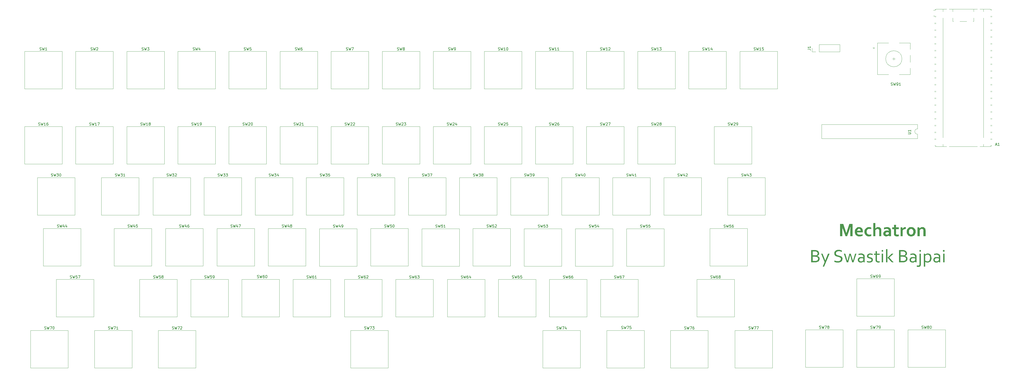
<source format=gbr>
%TF.GenerationSoftware,KiCad,Pcbnew,9.0.2*%
%TF.CreationDate,2025-06-29T16:27:35+05:30*%
%TF.ProjectId,Mechatron Schematic,4d656368-6174-4726-9f6e-20536368656d,rev?*%
%TF.SameCoordinates,Original*%
%TF.FileFunction,Legend,Top*%
%TF.FilePolarity,Positive*%
%FSLAX46Y46*%
G04 Gerber Fmt 4.6, Leading zero omitted, Abs format (unit mm)*
G04 Created by KiCad (PCBNEW 9.0.2) date 2025-06-29 16:27:35*
%MOMM*%
%LPD*%
G01*
G04 APERTURE LIST*
%ADD10C,0.625000*%
%ADD11C,0.300000*%
%ADD12C,0.150000*%
%ADD13C,0.120000*%
G04 APERTURE END LIST*
D10*
G36*
X406990579Y-237082964D02*
G01*
X407222915Y-237098534D01*
X407419530Y-237123874D01*
X407591416Y-237159595D01*
X407795783Y-237229189D01*
X407976404Y-237318353D01*
X408138127Y-237430128D01*
X408270717Y-237559237D01*
X408377784Y-237708036D01*
X408457562Y-237876448D01*
X408506404Y-238059271D01*
X408523203Y-238262046D01*
X408513228Y-238426960D01*
X408483818Y-238582920D01*
X408432416Y-238730785D01*
X408357423Y-238866242D01*
X408258914Y-238987759D01*
X408132109Y-239098272D01*
X407983079Y-239189920D01*
X407795664Y-239268937D01*
X407795664Y-239282676D01*
X407999661Y-239327237D01*
X408176378Y-239395638D01*
X408334653Y-239490103D01*
X408466721Y-239605992D01*
X408573417Y-239745071D01*
X408653262Y-239910380D01*
X408701495Y-240094316D01*
X408718597Y-240312465D01*
X408707144Y-240474312D01*
X408671275Y-240649520D01*
X408609433Y-240821287D01*
X408514654Y-240991460D01*
X408390758Y-241148468D01*
X408228585Y-241297679D01*
X408036076Y-241422033D01*
X407788948Y-241526962D01*
X407580095Y-241584209D01*
X407340762Y-241622827D01*
X406751526Y-241650000D01*
X405586182Y-241650000D01*
X405586182Y-241141974D01*
X406143056Y-241141974D01*
X406812587Y-241141974D01*
X407254361Y-241119993D01*
X407450111Y-241089929D01*
X407601186Y-241050078D01*
X407748917Y-240990191D01*
X407866189Y-240919103D01*
X407966017Y-240833298D01*
X408041434Y-240742027D01*
X408136383Y-240536252D01*
X408165387Y-240314907D01*
X408134856Y-240071580D01*
X408094260Y-239962980D01*
X408034412Y-239867332D01*
X407955442Y-239784087D01*
X407850924Y-239709185D01*
X407728050Y-239650602D01*
X407567297Y-239603550D01*
X407334351Y-239569661D01*
X407009813Y-239559281D01*
X406143056Y-239559281D01*
X406143056Y-241141974D01*
X405586182Y-241141974D01*
X405586182Y-239051256D01*
X406143056Y-239051256D01*
X406985083Y-239051256D01*
X407266878Y-239035990D01*
X407480896Y-238990195D01*
X407641448Y-238919718D01*
X407763168Y-238831437D01*
X407852756Y-238725497D01*
X407939728Y-238532993D01*
X407969993Y-238301430D01*
X407937618Y-238067544D01*
X407847566Y-237891102D01*
X407698199Y-237756785D01*
X407464105Y-237653576D01*
X407165212Y-237601064D01*
X406764349Y-237585799D01*
X406143056Y-237585799D01*
X406143056Y-239051256D01*
X405586182Y-239051256D01*
X405586182Y-237077773D01*
X406710005Y-237077773D01*
X406990579Y-237082964D01*
G37*
G36*
X409249825Y-238406454D02*
G01*
X409779221Y-238406454D01*
X410790081Y-240947496D01*
X410810842Y-240947496D01*
X411848569Y-238406454D01*
X412377965Y-238406454D01*
X410364794Y-243232693D01*
X409838756Y-243232693D01*
X410532405Y-241581917D01*
X409249825Y-238406454D01*
G37*
G36*
X414769713Y-238290744D02*
G01*
X414791636Y-238479748D01*
X414851840Y-238622915D01*
X414947367Y-238742037D01*
X415072269Y-238839375D01*
X415218697Y-238915504D01*
X415393754Y-238979204D01*
X415775383Y-239081175D01*
X416300505Y-239224363D01*
X416547454Y-239318791D01*
X416760598Y-239440518D01*
X416942374Y-239598554D01*
X417087273Y-239800165D01*
X417153764Y-239952776D01*
X417196657Y-240139883D01*
X417212142Y-240368946D01*
X417195627Y-240601661D01*
X417148551Y-240803873D01*
X417073229Y-240980469D01*
X416908729Y-241214486D01*
X416691905Y-241403009D01*
X416433278Y-241544911D01*
X416124651Y-241648168D01*
X415791210Y-241707428D01*
X415414209Y-241728157D01*
X415050287Y-241706175D01*
X414695219Y-241647252D01*
X414389305Y-241562988D01*
X414174371Y-241468649D01*
X414174371Y-240966120D01*
X414450976Y-241077555D01*
X414768797Y-241163651D01*
X415100052Y-241219521D01*
X415414209Y-241239672D01*
X415649939Y-241229163D01*
X415870027Y-241198456D01*
X416077408Y-241142279D01*
X416251046Y-241061374D01*
X416397768Y-240947855D01*
X416510554Y-240799118D01*
X416580798Y-240618791D01*
X416606420Y-240382379D01*
X416583920Y-240190370D01*
X416522156Y-240045324D01*
X416424676Y-239924474D01*
X416297452Y-239825505D01*
X416149240Y-239747970D01*
X415973525Y-239684150D01*
X415587622Y-239581873D01*
X415064331Y-239443876D01*
X414819861Y-239351113D01*
X414608208Y-239231079D01*
X414427652Y-239075435D01*
X414285807Y-238879980D01*
X414196863Y-238646214D01*
X414163991Y-238331655D01*
X414198543Y-238000724D01*
X414295272Y-237733871D01*
X414450111Y-237504605D01*
X414649424Y-237319879D01*
X414885532Y-237178505D01*
X415155617Y-237078079D01*
X415445400Y-237019653D01*
X415760423Y-236999616D01*
X416118738Y-237017093D01*
X416441556Y-237067393D01*
X416748986Y-237146665D01*
X417020717Y-237243859D01*
X417020717Y-237742114D01*
X416733071Y-237641485D01*
X416434839Y-237561069D01*
X416126176Y-237508355D01*
X415787595Y-237488101D01*
X415537409Y-237503287D01*
X415336662Y-237544888D01*
X415157851Y-237615406D01*
X415019146Y-237706088D01*
X414908761Y-237821953D01*
X414831079Y-237959795D01*
X414785505Y-238114772D01*
X414769713Y-238290744D01*
G37*
G36*
X420037116Y-238942568D02*
G01*
X419842027Y-239714070D01*
X419317515Y-241650000D01*
X418782623Y-241650000D01*
X417729937Y-238406454D01*
X418259333Y-238406454D01*
X418863529Y-240427869D01*
X419045490Y-241066259D01*
X419059228Y-241066259D01*
X419239663Y-240356123D01*
X419781577Y-238406454D01*
X420310973Y-238406454D01*
X420898682Y-240356123D01*
X421094687Y-241066259D01*
X421108426Y-241066259D01*
X421289776Y-240427869D01*
X421891835Y-238406454D01*
X422421231Y-238406454D01*
X421342899Y-241650000D01*
X420788162Y-241650000D01*
X420250828Y-239714070D01*
X420050854Y-238942568D01*
X420037116Y-238942568D01*
G37*
G36*
X424464264Y-238349887D02*
G01*
X424728769Y-238409614D01*
X424943954Y-238502015D01*
X425136810Y-238633665D01*
X425284781Y-238786447D01*
X425393361Y-238962107D01*
X425466634Y-239202381D01*
X425488921Y-239489977D01*
X425488921Y-241650000D01*
X425046231Y-241650000D01*
X424988529Y-241291268D01*
X424974790Y-241291268D01*
X424811147Y-241453689D01*
X424583086Y-241596877D01*
X424300375Y-241693658D01*
X423973700Y-241728157D01*
X423745185Y-241710142D01*
X423542916Y-241658243D01*
X423359506Y-241571666D01*
X423205861Y-241454300D01*
X423081170Y-241306486D01*
X422986043Y-241126099D01*
X422928203Y-240923807D01*
X422907885Y-240687377D01*
X423461095Y-240687377D01*
X423473546Y-240831047D01*
X423508417Y-240949328D01*
X423565375Y-241052714D01*
X423638476Y-241134342D01*
X423728216Y-241197521D01*
X423834787Y-241243030D01*
X424076587Y-241278750D01*
X424241650Y-241266166D01*
X424391050Y-241229596D01*
X424649947Y-241112360D01*
X424842594Y-240976500D01*
X424959525Y-240870865D01*
X424959525Y-240225453D01*
X424614532Y-240147295D01*
X424409565Y-240118741D01*
X424174895Y-240106385D01*
X423955638Y-240124352D01*
X423784138Y-240173474D01*
X423650383Y-240249267D01*
X423547861Y-240357315D01*
X423484178Y-240499626D01*
X423461095Y-240687377D01*
X422907885Y-240687377D01*
X422930346Y-240454840D01*
X422994591Y-240255678D01*
X423099074Y-240079276D01*
X423237918Y-239932667D01*
X423407509Y-239816661D01*
X423613747Y-239728419D01*
X423840516Y-239675462D01*
X424098569Y-239656978D01*
X424345377Y-239670370D01*
X424564767Y-239701552D01*
X424945786Y-239804134D01*
X424959525Y-239804134D01*
X424959525Y-239579736D01*
X424942428Y-239348011D01*
X424884420Y-239170019D01*
X424772401Y-239025844D01*
X424600793Y-238903183D01*
X424385906Y-238826614D01*
X424074755Y-238797243D01*
X423833080Y-238807902D01*
X423611915Y-238838764D01*
X423179911Y-238953558D01*
X423179911Y-238516669D01*
X423372862Y-238440954D01*
X423606725Y-238380504D01*
X423866233Y-238341730D01*
X424139785Y-238328297D01*
X424464264Y-238349887D01*
G37*
G36*
X426885380Y-239273517D02*
G01*
X426900606Y-239397751D01*
X426942472Y-239491198D01*
X427008570Y-239567506D01*
X427095123Y-239628890D01*
X427316468Y-239715596D01*
X427576892Y-239776657D01*
X427925854Y-239867027D01*
X428084199Y-239928604D01*
X428229631Y-240014794D01*
X428354016Y-240129151D01*
X428454335Y-240281629D01*
X428516658Y-240464961D01*
X428540125Y-240718518D01*
X428515131Y-240953220D01*
X428443649Y-241152049D01*
X428328098Y-241325009D01*
X428172234Y-241468344D01*
X427983803Y-241578507D01*
X427752747Y-241661906D01*
X427501625Y-241710986D01*
X427216634Y-241728157D01*
X426891791Y-241709534D01*
X426634115Y-241661906D01*
X426443300Y-241602372D01*
X426312630Y-241544670D01*
X426312630Y-241102896D01*
X426715020Y-241231428D01*
X426920421Y-241266439D01*
X427154963Y-241278750D01*
X427339258Y-241269843D01*
X427496292Y-241244862D01*
X427641283Y-241201633D01*
X427758548Y-241144722D01*
X427856810Y-241068990D01*
X427927686Y-240978332D01*
X427971624Y-240871986D01*
X427986915Y-240745690D01*
X427972454Y-240617792D01*
X427932876Y-240521292D01*
X427870180Y-240440816D01*
X427788162Y-240375052D01*
X427577503Y-240280102D01*
X427326238Y-240212020D01*
X426977276Y-240123482D01*
X426807075Y-240061737D01*
X426655486Y-239980905D01*
X426525425Y-239873339D01*
X426421318Y-239730861D01*
X426356297Y-239558382D01*
X426332170Y-239324502D01*
X426356484Y-239081005D01*
X426424677Y-238882728D01*
X426534075Y-238710879D01*
X426674415Y-238573150D01*
X426842837Y-238467038D01*
X427040779Y-238389663D01*
X427253818Y-238343892D01*
X427482554Y-238328297D01*
X427747180Y-238341396D01*
X427983862Y-238378977D01*
X428208334Y-238437693D01*
X428403349Y-238507510D01*
X428403349Y-238953558D01*
X427996990Y-238829300D01*
X427789294Y-238792374D01*
X427574145Y-238777704D01*
X427397406Y-238787853D01*
X427259682Y-238815256D01*
X427137730Y-238861345D01*
X427045664Y-238918754D01*
X426972910Y-238991764D01*
X426923848Y-239075069D01*
X426895252Y-239168256D01*
X426885380Y-239273517D01*
G37*
G36*
X431059490Y-241648168D02*
G01*
X430850968Y-241700375D01*
X430516355Y-241728157D01*
X430269893Y-241711295D01*
X430072138Y-241664959D01*
X429897366Y-241586774D01*
X429759813Y-241484525D01*
X429651399Y-241355041D01*
X429573578Y-241199677D01*
X429528088Y-241026198D01*
X429512212Y-240827512D01*
X429512212Y-238855861D01*
X428887255Y-238855861D01*
X428887255Y-238406454D01*
X429512212Y-238406454D01*
X429512212Y-237527180D01*
X430041608Y-237527180D01*
X430041608Y-238406454D01*
X431011557Y-238406454D01*
X431011557Y-238855861D01*
X430041608Y-238855861D01*
X430041608Y-240738974D01*
X430073970Y-240946580D01*
X430116046Y-241035426D01*
X430176552Y-241111444D01*
X430254499Y-241172315D01*
X430355765Y-241220132D01*
X430471397Y-241248712D01*
X430618937Y-241259211D01*
X430842725Y-241242114D01*
X431059490Y-241197845D01*
X431059490Y-241648168D01*
G37*
G36*
X431803210Y-241650000D02*
G01*
X431803210Y-238406454D01*
X432332606Y-238406454D01*
X432332606Y-241650000D01*
X431803210Y-241650000D01*
G37*
G36*
X431783670Y-237644417D02*
G01*
X431783670Y-237058234D01*
X432313066Y-237058234D01*
X432313066Y-237644417D01*
X431783670Y-237644417D01*
G37*
G36*
X435491277Y-238406454D02*
G01*
X436181263Y-238406454D01*
X434596432Y-239898473D01*
X436177904Y-241650000D01*
X435518754Y-241650000D01*
X433961095Y-239921676D01*
X433954378Y-239921676D01*
X433954378Y-241650000D01*
X433424982Y-241650000D01*
X433424982Y-236706524D01*
X433954378Y-236706524D01*
X433954378Y-239854204D01*
X433961095Y-239854204D01*
X435491277Y-238406454D01*
G37*
G36*
X439670272Y-237082964D02*
G01*
X439902608Y-237098534D01*
X440099223Y-237123874D01*
X440271109Y-237159595D01*
X440475476Y-237229189D01*
X440656097Y-237318353D01*
X440817819Y-237430128D01*
X440950409Y-237559237D01*
X441057477Y-237708036D01*
X441137255Y-237876448D01*
X441186097Y-238059271D01*
X441202896Y-238262046D01*
X441192921Y-238426960D01*
X441163511Y-238582920D01*
X441112109Y-238730785D01*
X441037116Y-238866242D01*
X440938607Y-238987759D01*
X440811802Y-239098272D01*
X440662772Y-239189920D01*
X440475357Y-239268937D01*
X440475357Y-239282676D01*
X440679354Y-239327237D01*
X440856071Y-239395638D01*
X441014346Y-239490103D01*
X441146414Y-239605992D01*
X441253110Y-239745071D01*
X441332955Y-239910380D01*
X441381188Y-240094316D01*
X441398290Y-240312465D01*
X441386837Y-240474312D01*
X441350968Y-240649520D01*
X441289126Y-240821287D01*
X441194347Y-240991460D01*
X441070451Y-241148468D01*
X440908278Y-241297679D01*
X440715769Y-241422033D01*
X440468640Y-241526962D01*
X440259788Y-241584209D01*
X440020455Y-241622827D01*
X439431219Y-241650000D01*
X438265875Y-241650000D01*
X438265875Y-241141974D01*
X438822749Y-241141974D01*
X439492280Y-241141974D01*
X439934054Y-241119993D01*
X440129804Y-241089929D01*
X440280879Y-241050078D01*
X440428610Y-240990191D01*
X440545882Y-240919103D01*
X440645710Y-240833298D01*
X440721127Y-240742027D01*
X440816076Y-240536252D01*
X440845080Y-240314907D01*
X440814549Y-240071580D01*
X440773953Y-239962980D01*
X440714105Y-239867332D01*
X440635135Y-239784087D01*
X440530617Y-239709185D01*
X440407743Y-239650602D01*
X440246990Y-239603550D01*
X440014043Y-239569661D01*
X439689506Y-239559281D01*
X438822749Y-239559281D01*
X438822749Y-241141974D01*
X438265875Y-241141974D01*
X438265875Y-239051256D01*
X438822749Y-239051256D01*
X439664776Y-239051256D01*
X439946571Y-239035990D01*
X440160589Y-238990195D01*
X440321141Y-238919718D01*
X440442861Y-238831437D01*
X440532449Y-238725497D01*
X440619421Y-238532993D01*
X440649685Y-238301430D01*
X440617311Y-238067544D01*
X440527259Y-237891102D01*
X440377892Y-237756785D01*
X440143797Y-237653576D01*
X439844905Y-237601064D01*
X439444042Y-237585799D01*
X438822749Y-237585799D01*
X438822749Y-239051256D01*
X438265875Y-239051256D01*
X438265875Y-237077773D01*
X439389698Y-237077773D01*
X439670272Y-237082964D01*
G37*
G36*
X443720370Y-238349887D02*
G01*
X443984875Y-238409614D01*
X444200061Y-238502015D01*
X444392916Y-238633665D01*
X444540887Y-238786447D01*
X444649467Y-238962107D01*
X444722740Y-239202381D01*
X444745027Y-239489977D01*
X444745027Y-241650000D01*
X444302337Y-241650000D01*
X444244635Y-241291268D01*
X444230896Y-241291268D01*
X444067254Y-241453689D01*
X443839192Y-241596877D01*
X443556481Y-241693658D01*
X443229806Y-241728157D01*
X443001291Y-241710142D01*
X442799023Y-241658243D01*
X442615612Y-241571666D01*
X442461967Y-241454300D01*
X442337277Y-241306486D01*
X442242149Y-241126099D01*
X442184309Y-240923807D01*
X442163991Y-240687377D01*
X442717201Y-240687377D01*
X442729652Y-240831047D01*
X442764523Y-240949328D01*
X442821481Y-241052714D01*
X442894583Y-241134342D01*
X442984322Y-241197521D01*
X443090893Y-241243030D01*
X443332693Y-241278750D01*
X443497756Y-241266166D01*
X443647156Y-241229596D01*
X443906053Y-241112360D01*
X444098700Y-240976500D01*
X444215631Y-240870865D01*
X444215631Y-240225453D01*
X443870638Y-240147295D01*
X443665672Y-240118741D01*
X443431001Y-240106385D01*
X443211744Y-240124352D01*
X443040244Y-240173474D01*
X442906489Y-240249267D01*
X442803967Y-240357315D01*
X442740284Y-240499626D01*
X442717201Y-240687377D01*
X442163991Y-240687377D01*
X442186452Y-240454840D01*
X442250697Y-240255678D01*
X442355180Y-240079276D01*
X442494024Y-239932667D01*
X442663615Y-239816661D01*
X442869853Y-239728419D01*
X443096622Y-239675462D01*
X443354675Y-239656978D01*
X443601483Y-239670370D01*
X443820874Y-239701552D01*
X444201892Y-239804134D01*
X444215631Y-239804134D01*
X444215631Y-239579736D01*
X444198534Y-239348011D01*
X444140526Y-239170019D01*
X444028507Y-239025844D01*
X443856899Y-238903183D01*
X443642012Y-238826614D01*
X443330861Y-238797243D01*
X443089186Y-238807902D01*
X442868021Y-238838764D01*
X442436017Y-238953558D01*
X442436017Y-238516669D01*
X442628968Y-238440954D01*
X442862831Y-238380504D01*
X443122339Y-238341730D01*
X443395891Y-238328297D01*
X443720370Y-238349887D01*
G37*
G36*
X446391224Y-242379675D02*
G01*
X446360162Y-242667939D01*
X446273631Y-242896613D01*
X446135075Y-243079125D01*
X445947861Y-243210515D01*
X445685217Y-243297586D01*
X445322051Y-243330390D01*
X445040256Y-243308714D01*
X444840282Y-243263529D01*
X444840282Y-242822365D01*
X445045446Y-242851064D01*
X445257021Y-242861444D01*
X445469932Y-242843603D01*
X445619301Y-242797032D01*
X445721693Y-242728332D01*
X445795664Y-242630333D01*
X445843860Y-242495538D01*
X445861828Y-242311898D01*
X445861828Y-238406454D01*
X446391224Y-238406454D01*
X446391224Y-242379675D01*
G37*
G36*
X445848089Y-237644417D02*
G01*
X445848089Y-237058234D01*
X446377486Y-237058234D01*
X446377486Y-237644417D01*
X445848089Y-237644417D01*
G37*
G36*
X449188597Y-238351329D02*
G01*
X449447618Y-238420193D01*
X449686383Y-238538449D01*
X449897025Y-238712369D01*
X450068951Y-238935558D01*
X450209656Y-239227721D01*
X450296002Y-239561437D01*
X450327808Y-239990980D01*
X450310018Y-240317067D01*
X450260642Y-240587543D01*
X450180900Y-240836514D01*
X450083871Y-241041530D01*
X449962590Y-241221840D01*
X449826195Y-241366067D01*
X449674043Y-241485687D01*
X449520586Y-241577032D01*
X449360327Y-241646127D01*
X449199712Y-241692437D01*
X448892271Y-241728157D01*
X448605986Y-241702524D01*
X448373560Y-241631071D01*
X448166958Y-241511894D01*
X447978803Y-241343169D01*
X447968728Y-241343169D01*
X447968728Y-243232693D01*
X447449406Y-243232693D01*
X447449406Y-239217341D01*
X447968422Y-239217341D01*
X447968422Y-240910554D01*
X448148846Y-241063260D01*
X448351884Y-241179832D01*
X448573965Y-241253753D01*
X448814724Y-241278750D01*
X448967229Y-241265263D01*
X449134682Y-241222575D01*
X449294151Y-241145991D01*
X449445786Y-241021990D01*
X449572130Y-240858050D01*
X449681481Y-240629064D01*
X449748982Y-240361937D01*
X449774598Y-239995865D01*
X449758798Y-239721609D01*
X449714453Y-239489061D01*
X449637426Y-239277265D01*
X449533714Y-239106210D01*
X449399246Y-238965854D01*
X449237875Y-238862883D01*
X449052808Y-238799895D01*
X448831821Y-238777704D01*
X448671477Y-238789086D01*
X448530792Y-238821667D01*
X448284717Y-238933408D01*
X448095734Y-239078733D01*
X447968422Y-239217341D01*
X447449406Y-239217341D01*
X447449406Y-238406454D01*
X447849354Y-238406454D01*
X447962316Y-238774345D01*
X447972391Y-238774345D01*
X448086880Y-238643675D01*
X448274947Y-238507815D01*
X448400471Y-238442262D01*
X448558574Y-238382030D01*
X448729402Y-238342095D01*
X448919443Y-238328297D01*
X449188597Y-238351329D01*
G37*
G36*
X452542422Y-238349887D02*
G01*
X452806927Y-238409614D01*
X453022112Y-238502015D01*
X453214968Y-238633665D01*
X453362938Y-238786447D01*
X453471519Y-238962107D01*
X453544792Y-239202381D01*
X453567079Y-239489977D01*
X453567079Y-241650000D01*
X453124389Y-241650000D01*
X453066687Y-241291268D01*
X453052948Y-241291268D01*
X452889305Y-241453689D01*
X452661243Y-241596877D01*
X452378532Y-241693658D01*
X452051857Y-241728157D01*
X451823343Y-241710142D01*
X451621074Y-241658243D01*
X451437663Y-241571666D01*
X451284019Y-241454300D01*
X451159328Y-241306486D01*
X451064200Y-241126099D01*
X451006361Y-240923807D01*
X450986043Y-240687377D01*
X451539253Y-240687377D01*
X451551704Y-240831047D01*
X451586575Y-240949328D01*
X451643533Y-241052714D01*
X451716634Y-241134342D01*
X451806374Y-241197521D01*
X451912944Y-241243030D01*
X452154745Y-241278750D01*
X452319808Y-241266166D01*
X452469207Y-241229596D01*
X452728105Y-241112360D01*
X452920751Y-240976500D01*
X453037683Y-240870865D01*
X453037683Y-240225453D01*
X452692690Y-240147295D01*
X452487723Y-240118741D01*
X452253053Y-240106385D01*
X452033795Y-240124352D01*
X451862296Y-240173474D01*
X451728541Y-240249267D01*
X451626018Y-240357315D01*
X451562335Y-240499626D01*
X451539253Y-240687377D01*
X450986043Y-240687377D01*
X451008503Y-240454840D01*
X451072749Y-240255678D01*
X451177232Y-240079276D01*
X451316076Y-239932667D01*
X451485667Y-239816661D01*
X451691905Y-239728419D01*
X451918673Y-239675462D01*
X452176727Y-239656978D01*
X452423535Y-239670370D01*
X452642925Y-239701552D01*
X453023944Y-239804134D01*
X453037683Y-239804134D01*
X453037683Y-239579736D01*
X453020586Y-239348011D01*
X452962578Y-239170019D01*
X452850559Y-239025844D01*
X452678951Y-238903183D01*
X452464064Y-238826614D01*
X452152913Y-238797243D01*
X451911238Y-238807902D01*
X451690073Y-238838764D01*
X451258068Y-238953558D01*
X451258068Y-238516669D01*
X451451020Y-238440954D01*
X451684883Y-238380504D01*
X451944391Y-238341730D01*
X452217943Y-238328297D01*
X452542422Y-238349887D01*
G37*
G36*
X454625261Y-241650000D02*
G01*
X454625261Y-238406454D01*
X455154658Y-238406454D01*
X455154658Y-241650000D01*
X454625261Y-241650000D01*
G37*
G36*
X454605722Y-237644417D02*
G01*
X454605722Y-237058234D01*
X455135118Y-237058234D01*
X455135118Y-237644417D01*
X454605722Y-237644417D01*
G37*
D11*
G36*
X418648551Y-230673290D02*
G01*
X418813155Y-230125640D01*
X419021327Y-229514968D01*
X419810842Y-227327773D01*
X420986566Y-227327773D01*
X420986566Y-231900000D01*
X420146371Y-231900000D01*
X420146371Y-229583356D01*
X420187587Y-228400915D01*
X420156751Y-228400915D01*
X420020280Y-228838415D01*
X419856332Y-229316826D01*
X418911723Y-231900000D01*
X418371946Y-231900000D01*
X417427337Y-229316826D01*
X417263389Y-228838415D01*
X417126919Y-228400915D01*
X417096388Y-228400915D01*
X417127461Y-229023075D01*
X417137299Y-229579692D01*
X417137299Y-231900000D01*
X416297103Y-231900000D01*
X416297103Y-227327773D01*
X417466111Y-227327773D01*
X418255626Y-229504588D01*
X418444972Y-230059574D01*
X418628096Y-230673290D01*
X418648551Y-230673290D01*
G37*
G36*
X423665391Y-228524680D02*
G01*
X423937936Y-228595699D01*
X424184138Y-228718262D01*
X424394670Y-228895507D01*
X424562438Y-229123196D01*
X424694783Y-229422156D01*
X424773553Y-229760907D01*
X424802250Y-230183888D01*
X424791870Y-230473621D01*
X422624520Y-230473621D01*
X422660218Y-230694761D01*
X422727102Y-230870516D01*
X422826824Y-231020733D01*
X422950889Y-231137351D01*
X423098718Y-231224885D01*
X423273595Y-231286645D01*
X423462630Y-231321316D01*
X423673237Y-231333356D01*
X423911003Y-231322263D01*
X424165081Y-231287866D01*
X424684098Y-231157501D01*
X424684098Y-231790701D01*
X424505097Y-231850564D01*
X424202634Y-231917707D01*
X423874334Y-231962847D01*
X423529745Y-231978157D01*
X423184221Y-231955192D01*
X422862046Y-231887787D01*
X422564633Y-231768325D01*
X422311889Y-231595612D01*
X422104402Y-231367945D01*
X421939724Y-231072932D01*
X421866166Y-230854546D01*
X421819106Y-230597087D01*
X421802337Y-230293797D01*
X421836531Y-229860036D01*
X421839660Y-229848360D01*
X422662072Y-229848360D01*
X423971214Y-229848360D01*
X423961095Y-229702651D01*
X423931524Y-229568396D01*
X423882017Y-229443757D01*
X423814898Y-229338197D01*
X423728489Y-229250205D01*
X423622557Y-229182493D01*
X423500687Y-229140349D01*
X423352669Y-229125401D01*
X423204197Y-229140206D01*
X423077896Y-229182493D01*
X422965656Y-229250052D01*
X422869984Y-229338197D01*
X422791953Y-229444089D01*
X422730765Y-229568396D01*
X422662072Y-229848360D01*
X421839660Y-229848360D01*
X421931786Y-229504588D01*
X422086903Y-229190090D01*
X422279527Y-228944356D01*
X422514462Y-228749341D01*
X422779003Y-228611270D01*
X423065181Y-228527872D01*
X423360301Y-228500139D01*
X423665391Y-228524680D01*
G37*
G36*
X427945961Y-231823979D02*
G01*
X427782901Y-231880888D01*
X427570132Y-231932972D01*
X427344569Y-231966633D01*
X427102407Y-231978157D01*
X426751854Y-231952015D01*
X426432571Y-231875881D01*
X426139668Y-231745960D01*
X425888520Y-231564776D01*
X425682441Y-231331833D01*
X425521545Y-231036906D01*
X425449287Y-230820052D01*
X425403799Y-230572834D01*
X425387822Y-230290439D01*
X425406468Y-229974240D01*
X425459097Y-229703111D01*
X425542001Y-229470394D01*
X425722704Y-229155904D01*
X425941643Y-228915352D01*
X426202270Y-228729677D01*
X426492411Y-228600889D01*
X426799120Y-228524839D01*
X427095690Y-228500139D01*
X427314990Y-228510058D01*
X427522505Y-228539218D01*
X427721413Y-228586462D01*
X427894670Y-228646074D01*
X427894670Y-229301256D01*
X427575322Y-229202032D01*
X427402707Y-229174149D01*
X427211706Y-229164480D01*
X427020339Y-229179578D01*
X426839235Y-229224319D01*
X426672150Y-229301321D01*
X426525078Y-229413607D01*
X426405283Y-229559908D01*
X426308312Y-229756463D01*
X426249559Y-229982201D01*
X426228018Y-230269984D01*
X426243647Y-230483780D01*
X426289384Y-230680922D01*
X426366373Y-230861852D01*
X426468902Y-231010040D01*
X426600941Y-231131844D01*
X426769321Y-231230163D01*
X426962916Y-231291754D01*
X427201325Y-231313817D01*
X427417997Y-231303496D01*
X427604326Y-231274433D01*
X427945961Y-231177041D01*
X427945961Y-231823979D01*
G37*
G36*
X429466678Y-228296502D02*
G01*
X429458129Y-228717210D01*
X429429125Y-229015797D01*
X429442864Y-229015797D01*
X429619024Y-228824677D01*
X429848613Y-228658897D01*
X430132850Y-228544713D01*
X430297066Y-228511699D01*
X430483949Y-228500139D01*
X430803907Y-228532807D01*
X430955590Y-228574551D01*
X431095167Y-228633862D01*
X431223950Y-228712239D01*
X431341547Y-228811854D01*
X431443097Y-228930311D01*
X431528393Y-229071973D01*
X431584026Y-229208062D01*
X431624258Y-229366591D01*
X431646669Y-229539736D01*
X431655094Y-229766844D01*
X431655094Y-231900000D01*
X430853977Y-231900000D01*
X430853977Y-229878279D01*
X430840239Y-229627015D01*
X430792001Y-229457571D01*
X430702232Y-229327705D01*
X430584699Y-229245690D01*
X430443508Y-229200028D01*
X430277564Y-229184019D01*
X430047529Y-229214191D01*
X429837622Y-229296981D01*
X429647870Y-229428648D01*
X429466678Y-229618466D01*
X429466678Y-231900000D01*
X428665561Y-231900000D01*
X428665561Y-226956524D01*
X429466678Y-226956524D01*
X429466678Y-228296502D01*
G37*
G36*
X434141155Y-228523836D02*
G01*
X434424502Y-228589288D01*
X434677215Y-228697632D01*
X434875130Y-228834141D01*
X435033632Y-229004761D01*
X435145324Y-229202032D01*
X435212192Y-229421371D01*
X435235083Y-229664262D01*
X435235083Y-230913869D01*
X435241800Y-231478986D01*
X435255233Y-231900000D01*
X434527695Y-231900000D01*
X434493501Y-231548290D01*
X434480068Y-231548290D01*
X434316730Y-231695141D01*
X434099049Y-231836802D01*
X433827023Y-231940605D01*
X433673823Y-231968494D01*
X433504012Y-231978157D01*
X433275068Y-231959486D01*
X433065596Y-231904884D01*
X432874466Y-231814763D01*
X432715413Y-231694225D01*
X432585683Y-231542945D01*
X432485825Y-231360528D01*
X432423979Y-231156766D01*
X432402477Y-230923028D01*
X432405592Y-230891277D01*
X433223133Y-230891277D01*
X433233392Y-230998562D01*
X433262212Y-231086671D01*
X433368152Y-231224668D01*
X433523246Y-231306184D01*
X433711008Y-231333356D01*
X433943039Y-231300994D01*
X434144539Y-231218867D01*
X434310013Y-231108042D01*
X434434577Y-230988363D01*
X434434577Y-230486139D01*
X434168353Y-230436985D01*
X433864576Y-230415003D01*
X433588186Y-230447147D01*
X433395324Y-230532545D01*
X433300999Y-230622674D01*
X433243654Y-230739346D01*
X433223133Y-230891277D01*
X432405592Y-230891277D01*
X432427556Y-230667382D01*
X432499563Y-230446755D01*
X432616436Y-230251215D01*
X432770673Y-230089244D01*
X432958884Y-229961928D01*
X433186802Y-229866372D01*
X433436872Y-229809590D01*
X433721999Y-229789741D01*
X434117367Y-229817219D01*
X434434577Y-229881943D01*
X434434577Y-229748220D01*
X434424692Y-229632972D01*
X434395193Y-229522601D01*
X434344262Y-229420569D01*
X434268797Y-229329649D01*
X434171423Y-229255445D01*
X434041652Y-229195010D01*
X433892921Y-229158469D01*
X433700017Y-229144940D01*
X433454893Y-229158295D01*
X433208173Y-229198674D01*
X432959049Y-229263745D01*
X432675418Y-229359874D01*
X432675418Y-228728811D01*
X432930930Y-228632827D01*
X433204815Y-228561505D01*
X433489264Y-228517426D01*
X433792219Y-228500139D01*
X434141155Y-228523836D01*
G37*
G36*
X438159586Y-231888703D02*
G01*
X437833522Y-231954038D01*
X437479980Y-231978157D01*
X437204812Y-231961317D01*
X436981946Y-231914959D01*
X436802206Y-231843824D01*
X436642315Y-231739331D01*
X436520478Y-231611610D01*
X436432178Y-231458225D01*
X436376201Y-231260193D01*
X436354326Y-230968518D01*
X436354326Y-229262177D01*
X435736086Y-229262177D01*
X435736086Y-228597836D01*
X436354326Y-228597836D01*
X436354326Y-227679483D01*
X437155443Y-227679483D01*
X437155443Y-228597836D01*
X438111959Y-228597836D01*
X438111959Y-229262177D01*
X437155443Y-229262177D01*
X437155443Y-230857388D01*
X437172188Y-231032830D01*
X437213450Y-231138572D01*
X437295295Y-231219414D01*
X437424288Y-231273363D01*
X437620115Y-231294277D01*
X437898246Y-231272295D01*
X438159586Y-231215814D01*
X438159586Y-231888703D01*
G37*
G36*
X440770237Y-229223098D02*
G01*
X440702154Y-229223098D01*
X440343849Y-229252587D01*
X440047889Y-229335144D01*
X439871360Y-229424893D01*
X439727636Y-229538803D01*
X439612526Y-229678000D01*
X439612526Y-231900000D01*
X438811409Y-231900000D01*
X438811409Y-228597836D01*
X439473307Y-228597836D01*
X439547496Y-229044495D01*
X439561235Y-229044495D01*
X439731695Y-228818011D01*
X439955687Y-228645769D01*
X440128568Y-228566810D01*
X440327788Y-228517474D01*
X440558661Y-228500139D01*
X440770237Y-228513878D01*
X440770237Y-229223098D01*
G37*
G36*
X443115724Y-228532571D02*
G01*
X443437674Y-228625008D01*
X443724761Y-228776932D01*
X443961270Y-228978550D01*
X444149349Y-229227570D01*
X444290387Y-229528401D01*
X444375072Y-229860803D01*
X444404570Y-230239148D01*
X444374613Y-230617409D01*
X444288555Y-230949895D01*
X444145791Y-231250728D01*
X443956079Y-231500052D01*
X443718597Y-231701660D01*
X443432484Y-231853593D01*
X443113390Y-231945976D01*
X442747077Y-231978157D01*
X442371698Y-231945802D01*
X442049764Y-231853593D01*
X441762643Y-231701494D01*
X441526168Y-231500052D01*
X441338075Y-231250780D01*
X441197051Y-230949895D01*
X441112366Y-230617494D01*
X441082868Y-230239148D01*
X441923063Y-230239148D01*
X441939209Y-230493033D01*
X441984124Y-230703210D01*
X442059505Y-230891808D01*
X442155399Y-231039349D01*
X442276493Y-231158376D01*
X442416434Y-231243902D01*
X442572914Y-231296000D01*
X442747077Y-231313817D01*
X442920979Y-231295956D01*
X443075889Y-231243902D01*
X443214209Y-231158398D01*
X443333565Y-231039349D01*
X443428269Y-230891933D01*
X443503314Y-230703210D01*
X443548229Y-230493033D01*
X443564375Y-230239148D01*
X443548223Y-229985300D01*
X443503314Y-229775392D01*
X443428330Y-229586157D01*
X443333565Y-229437421D01*
X443213447Y-229317524D01*
X443072531Y-229232868D01*
X442914818Y-229181888D01*
X442740361Y-229164480D01*
X442569037Y-229181843D01*
X442413075Y-229232868D01*
X442273630Y-229317385D01*
X442153567Y-229437421D01*
X442059040Y-229586132D01*
X441984124Y-229775392D01*
X441939215Y-229985300D01*
X441923063Y-230239148D01*
X441082868Y-230239148D01*
X441112825Y-229860887D01*
X441198883Y-229528401D01*
X441341662Y-229227622D01*
X441531359Y-228978550D01*
X441768827Y-228776747D01*
X442054649Y-228625008D01*
X442374022Y-228532389D01*
X442740361Y-228500139D01*
X443115724Y-228532571D01*
G37*
G36*
X445868501Y-229044495D02*
G01*
X445881934Y-229044495D01*
X446062063Y-228842690D01*
X446309970Y-228668056D01*
X446617105Y-228546545D01*
X446788672Y-228511991D01*
X446975226Y-228500139D01*
X447153159Y-228510545D01*
X447323272Y-228541355D01*
X447484950Y-228594258D01*
X447630408Y-228669583D01*
X447760594Y-228768859D01*
X447876482Y-228895507D01*
X447970670Y-229044562D01*
X448044705Y-229225846D01*
X448090500Y-229457266D01*
X448102407Y-229746388D01*
X448102407Y-231900000D01*
X447301290Y-231900000D01*
X447301290Y-229874921D01*
X447290910Y-229645943D01*
X447253663Y-229478332D01*
X447174478Y-229340552D01*
X447068039Y-229252407D01*
X446935067Y-229202100D01*
X446767009Y-229184019D01*
X446537826Y-229211495D01*
X446316076Y-229294844D01*
X446114946Y-229428438D01*
X445933531Y-229616329D01*
X445933531Y-231900000D01*
X445132414Y-231900000D01*
X445132414Y-228597836D01*
X445794312Y-228597836D01*
X445868501Y-229044495D01*
G37*
D12*
X203940476Y-209533200D02*
X204083333Y-209580819D01*
X204083333Y-209580819D02*
X204321428Y-209580819D01*
X204321428Y-209580819D02*
X204416666Y-209533200D01*
X204416666Y-209533200D02*
X204464285Y-209485580D01*
X204464285Y-209485580D02*
X204511904Y-209390342D01*
X204511904Y-209390342D02*
X204511904Y-209295104D01*
X204511904Y-209295104D02*
X204464285Y-209199866D01*
X204464285Y-209199866D02*
X204416666Y-209152247D01*
X204416666Y-209152247D02*
X204321428Y-209104628D01*
X204321428Y-209104628D02*
X204130952Y-209057009D01*
X204130952Y-209057009D02*
X204035714Y-209009390D01*
X204035714Y-209009390D02*
X203988095Y-208961771D01*
X203988095Y-208961771D02*
X203940476Y-208866533D01*
X203940476Y-208866533D02*
X203940476Y-208771295D01*
X203940476Y-208771295D02*
X203988095Y-208676057D01*
X203988095Y-208676057D02*
X204035714Y-208628438D01*
X204035714Y-208628438D02*
X204130952Y-208580819D01*
X204130952Y-208580819D02*
X204369047Y-208580819D01*
X204369047Y-208580819D02*
X204511904Y-208628438D01*
X204845238Y-208580819D02*
X205083333Y-209580819D01*
X205083333Y-209580819D02*
X205273809Y-208866533D01*
X205273809Y-208866533D02*
X205464285Y-209580819D01*
X205464285Y-209580819D02*
X205702381Y-208580819D01*
X205988095Y-208580819D02*
X206607142Y-208580819D01*
X206607142Y-208580819D02*
X206273809Y-208961771D01*
X206273809Y-208961771D02*
X206416666Y-208961771D01*
X206416666Y-208961771D02*
X206511904Y-209009390D01*
X206511904Y-209009390D02*
X206559523Y-209057009D01*
X206559523Y-209057009D02*
X206607142Y-209152247D01*
X206607142Y-209152247D02*
X206607142Y-209390342D01*
X206607142Y-209390342D02*
X206559523Y-209485580D01*
X206559523Y-209485580D02*
X206511904Y-209533200D01*
X206511904Y-209533200D02*
X206416666Y-209580819D01*
X206416666Y-209580819D02*
X206130952Y-209580819D01*
X206130952Y-209580819D02*
X206035714Y-209533200D01*
X206035714Y-209533200D02*
X205988095Y-209485580D01*
X207464285Y-208914152D02*
X207464285Y-209580819D01*
X207226190Y-208533200D02*
X206988095Y-209247485D01*
X206988095Y-209247485D02*
X207607142Y-209247485D01*
X189710476Y-228533200D02*
X189853333Y-228580819D01*
X189853333Y-228580819D02*
X190091428Y-228580819D01*
X190091428Y-228580819D02*
X190186666Y-228533200D01*
X190186666Y-228533200D02*
X190234285Y-228485580D01*
X190234285Y-228485580D02*
X190281904Y-228390342D01*
X190281904Y-228390342D02*
X190281904Y-228295104D01*
X190281904Y-228295104D02*
X190234285Y-228199866D01*
X190234285Y-228199866D02*
X190186666Y-228152247D01*
X190186666Y-228152247D02*
X190091428Y-228104628D01*
X190091428Y-228104628D02*
X189900952Y-228057009D01*
X189900952Y-228057009D02*
X189805714Y-228009390D01*
X189805714Y-228009390D02*
X189758095Y-227961771D01*
X189758095Y-227961771D02*
X189710476Y-227866533D01*
X189710476Y-227866533D02*
X189710476Y-227771295D01*
X189710476Y-227771295D02*
X189758095Y-227676057D01*
X189758095Y-227676057D02*
X189805714Y-227628438D01*
X189805714Y-227628438D02*
X189900952Y-227580819D01*
X189900952Y-227580819D02*
X190139047Y-227580819D01*
X190139047Y-227580819D02*
X190281904Y-227628438D01*
X190615238Y-227580819D02*
X190853333Y-228580819D01*
X190853333Y-228580819D02*
X191043809Y-227866533D01*
X191043809Y-227866533D02*
X191234285Y-228580819D01*
X191234285Y-228580819D02*
X191472381Y-227580819D01*
X192281904Y-227914152D02*
X192281904Y-228580819D01*
X192043809Y-227533200D02*
X191805714Y-228247485D01*
X191805714Y-228247485D02*
X192424761Y-228247485D01*
X192710476Y-227580819D02*
X193377142Y-227580819D01*
X193377142Y-227580819D02*
X192948571Y-228580819D01*
X213666667Y-162533200D02*
X213809524Y-162580819D01*
X213809524Y-162580819D02*
X214047619Y-162580819D01*
X214047619Y-162580819D02*
X214142857Y-162533200D01*
X214142857Y-162533200D02*
X214190476Y-162485580D01*
X214190476Y-162485580D02*
X214238095Y-162390342D01*
X214238095Y-162390342D02*
X214238095Y-162295104D01*
X214238095Y-162295104D02*
X214190476Y-162199866D01*
X214190476Y-162199866D02*
X214142857Y-162152247D01*
X214142857Y-162152247D02*
X214047619Y-162104628D01*
X214047619Y-162104628D02*
X213857143Y-162057009D01*
X213857143Y-162057009D02*
X213761905Y-162009390D01*
X213761905Y-162009390D02*
X213714286Y-161961771D01*
X213714286Y-161961771D02*
X213666667Y-161866533D01*
X213666667Y-161866533D02*
X213666667Y-161771295D01*
X213666667Y-161771295D02*
X213714286Y-161676057D01*
X213714286Y-161676057D02*
X213761905Y-161628438D01*
X213761905Y-161628438D02*
X213857143Y-161580819D01*
X213857143Y-161580819D02*
X214095238Y-161580819D01*
X214095238Y-161580819D02*
X214238095Y-161628438D01*
X214571429Y-161580819D02*
X214809524Y-162580819D01*
X214809524Y-162580819D02*
X215000000Y-161866533D01*
X215000000Y-161866533D02*
X215190476Y-162580819D01*
X215190476Y-162580819D02*
X215428572Y-161580819D01*
X216238095Y-161580819D02*
X216047619Y-161580819D01*
X216047619Y-161580819D02*
X215952381Y-161628438D01*
X215952381Y-161628438D02*
X215904762Y-161676057D01*
X215904762Y-161676057D02*
X215809524Y-161818914D01*
X215809524Y-161818914D02*
X215761905Y-162009390D01*
X215761905Y-162009390D02*
X215761905Y-162390342D01*
X215761905Y-162390342D02*
X215809524Y-162485580D01*
X215809524Y-162485580D02*
X215857143Y-162533200D01*
X215857143Y-162533200D02*
X215952381Y-162580819D01*
X215952381Y-162580819D02*
X216142857Y-162580819D01*
X216142857Y-162580819D02*
X216238095Y-162533200D01*
X216238095Y-162533200D02*
X216285714Y-162485580D01*
X216285714Y-162485580D02*
X216333333Y-162390342D01*
X216333333Y-162390342D02*
X216333333Y-162152247D01*
X216333333Y-162152247D02*
X216285714Y-162057009D01*
X216285714Y-162057009D02*
X216238095Y-162009390D01*
X216238095Y-162009390D02*
X216142857Y-161961771D01*
X216142857Y-161961771D02*
X215952381Y-161961771D01*
X215952381Y-161961771D02*
X215857143Y-162009390D01*
X215857143Y-162009390D02*
X215809524Y-162057009D01*
X215809524Y-162057009D02*
X215761905Y-162152247D01*
X129990476Y-247533200D02*
X130133333Y-247580819D01*
X130133333Y-247580819D02*
X130371428Y-247580819D01*
X130371428Y-247580819D02*
X130466666Y-247533200D01*
X130466666Y-247533200D02*
X130514285Y-247485580D01*
X130514285Y-247485580D02*
X130561904Y-247390342D01*
X130561904Y-247390342D02*
X130561904Y-247295104D01*
X130561904Y-247295104D02*
X130514285Y-247199866D01*
X130514285Y-247199866D02*
X130466666Y-247152247D01*
X130466666Y-247152247D02*
X130371428Y-247104628D01*
X130371428Y-247104628D02*
X130180952Y-247057009D01*
X130180952Y-247057009D02*
X130085714Y-247009390D01*
X130085714Y-247009390D02*
X130038095Y-246961771D01*
X130038095Y-246961771D02*
X129990476Y-246866533D01*
X129990476Y-246866533D02*
X129990476Y-246771295D01*
X129990476Y-246771295D02*
X130038095Y-246676057D01*
X130038095Y-246676057D02*
X130085714Y-246628438D01*
X130085714Y-246628438D02*
X130180952Y-246580819D01*
X130180952Y-246580819D02*
X130419047Y-246580819D01*
X130419047Y-246580819D02*
X130561904Y-246628438D01*
X130895238Y-246580819D02*
X131133333Y-247580819D01*
X131133333Y-247580819D02*
X131323809Y-246866533D01*
X131323809Y-246866533D02*
X131514285Y-247580819D01*
X131514285Y-247580819D02*
X131752381Y-246580819D01*
X132609523Y-246580819D02*
X132133333Y-246580819D01*
X132133333Y-246580819D02*
X132085714Y-247057009D01*
X132085714Y-247057009D02*
X132133333Y-247009390D01*
X132133333Y-247009390D02*
X132228571Y-246961771D01*
X132228571Y-246961771D02*
X132466666Y-246961771D01*
X132466666Y-246961771D02*
X132561904Y-247009390D01*
X132561904Y-247009390D02*
X132609523Y-247057009D01*
X132609523Y-247057009D02*
X132657142Y-247152247D01*
X132657142Y-247152247D02*
X132657142Y-247390342D01*
X132657142Y-247390342D02*
X132609523Y-247485580D01*
X132609523Y-247485580D02*
X132561904Y-247533200D01*
X132561904Y-247533200D02*
X132466666Y-247580819D01*
X132466666Y-247580819D02*
X132228571Y-247580819D01*
X132228571Y-247580819D02*
X132133333Y-247533200D01*
X132133333Y-247533200D02*
X132085714Y-247485580D01*
X132990476Y-246580819D02*
X133657142Y-246580819D01*
X133657142Y-246580819D02*
X133228571Y-247580819D01*
X446690476Y-266283200D02*
X446833333Y-266330819D01*
X446833333Y-266330819D02*
X447071428Y-266330819D01*
X447071428Y-266330819D02*
X447166666Y-266283200D01*
X447166666Y-266283200D02*
X447214285Y-266235580D01*
X447214285Y-266235580D02*
X447261904Y-266140342D01*
X447261904Y-266140342D02*
X447261904Y-266045104D01*
X447261904Y-266045104D02*
X447214285Y-265949866D01*
X447214285Y-265949866D02*
X447166666Y-265902247D01*
X447166666Y-265902247D02*
X447071428Y-265854628D01*
X447071428Y-265854628D02*
X446880952Y-265807009D01*
X446880952Y-265807009D02*
X446785714Y-265759390D01*
X446785714Y-265759390D02*
X446738095Y-265711771D01*
X446738095Y-265711771D02*
X446690476Y-265616533D01*
X446690476Y-265616533D02*
X446690476Y-265521295D01*
X446690476Y-265521295D02*
X446738095Y-265426057D01*
X446738095Y-265426057D02*
X446785714Y-265378438D01*
X446785714Y-265378438D02*
X446880952Y-265330819D01*
X446880952Y-265330819D02*
X447119047Y-265330819D01*
X447119047Y-265330819D02*
X447261904Y-265378438D01*
X447595238Y-265330819D02*
X447833333Y-266330819D01*
X447833333Y-266330819D02*
X448023809Y-265616533D01*
X448023809Y-265616533D02*
X448214285Y-266330819D01*
X448214285Y-266330819D02*
X448452381Y-265330819D01*
X448976190Y-265759390D02*
X448880952Y-265711771D01*
X448880952Y-265711771D02*
X448833333Y-265664152D01*
X448833333Y-265664152D02*
X448785714Y-265568914D01*
X448785714Y-265568914D02*
X448785714Y-265521295D01*
X448785714Y-265521295D02*
X448833333Y-265426057D01*
X448833333Y-265426057D02*
X448880952Y-265378438D01*
X448880952Y-265378438D02*
X448976190Y-265330819D01*
X448976190Y-265330819D02*
X449166666Y-265330819D01*
X449166666Y-265330819D02*
X449261904Y-265378438D01*
X449261904Y-265378438D02*
X449309523Y-265426057D01*
X449309523Y-265426057D02*
X449357142Y-265521295D01*
X449357142Y-265521295D02*
X449357142Y-265568914D01*
X449357142Y-265568914D02*
X449309523Y-265664152D01*
X449309523Y-265664152D02*
X449261904Y-265711771D01*
X449261904Y-265711771D02*
X449166666Y-265759390D01*
X449166666Y-265759390D02*
X448976190Y-265759390D01*
X448976190Y-265759390D02*
X448880952Y-265807009D01*
X448880952Y-265807009D02*
X448833333Y-265854628D01*
X448833333Y-265854628D02*
X448785714Y-265949866D01*
X448785714Y-265949866D02*
X448785714Y-266140342D01*
X448785714Y-266140342D02*
X448833333Y-266235580D01*
X448833333Y-266235580D02*
X448880952Y-266283200D01*
X448880952Y-266283200D02*
X448976190Y-266330819D01*
X448976190Y-266330819D02*
X449166666Y-266330819D01*
X449166666Y-266330819D02*
X449261904Y-266283200D01*
X449261904Y-266283200D02*
X449309523Y-266235580D01*
X449309523Y-266235580D02*
X449357142Y-266140342D01*
X449357142Y-266140342D02*
X449357142Y-265949866D01*
X449357142Y-265949866D02*
X449309523Y-265854628D01*
X449309523Y-265854628D02*
X449261904Y-265807009D01*
X449261904Y-265807009D02*
X449166666Y-265759390D01*
X449976190Y-265330819D02*
X450071428Y-265330819D01*
X450071428Y-265330819D02*
X450166666Y-265378438D01*
X450166666Y-265378438D02*
X450214285Y-265426057D01*
X450214285Y-265426057D02*
X450261904Y-265521295D01*
X450261904Y-265521295D02*
X450309523Y-265711771D01*
X450309523Y-265711771D02*
X450309523Y-265949866D01*
X450309523Y-265949866D02*
X450261904Y-266140342D01*
X450261904Y-266140342D02*
X450214285Y-266235580D01*
X450214285Y-266235580D02*
X450166666Y-266283200D01*
X450166666Y-266283200D02*
X450071428Y-266330819D01*
X450071428Y-266330819D02*
X449976190Y-266330819D01*
X449976190Y-266330819D02*
X449880952Y-266283200D01*
X449880952Y-266283200D02*
X449833333Y-266235580D01*
X449833333Y-266235580D02*
X449785714Y-266140342D01*
X449785714Y-266140342D02*
X449738095Y-265949866D01*
X449738095Y-265949866D02*
X449738095Y-265711771D01*
X449738095Y-265711771D02*
X449785714Y-265521295D01*
X449785714Y-265521295D02*
X449833333Y-265426057D01*
X449833333Y-265426057D02*
X449880952Y-265378438D01*
X449880952Y-265378438D02*
X449976190Y-265330819D01*
X213190476Y-190533200D02*
X213333333Y-190580819D01*
X213333333Y-190580819D02*
X213571428Y-190580819D01*
X213571428Y-190580819D02*
X213666666Y-190533200D01*
X213666666Y-190533200D02*
X213714285Y-190485580D01*
X213714285Y-190485580D02*
X213761904Y-190390342D01*
X213761904Y-190390342D02*
X213761904Y-190295104D01*
X213761904Y-190295104D02*
X213714285Y-190199866D01*
X213714285Y-190199866D02*
X213666666Y-190152247D01*
X213666666Y-190152247D02*
X213571428Y-190104628D01*
X213571428Y-190104628D02*
X213380952Y-190057009D01*
X213380952Y-190057009D02*
X213285714Y-190009390D01*
X213285714Y-190009390D02*
X213238095Y-189961771D01*
X213238095Y-189961771D02*
X213190476Y-189866533D01*
X213190476Y-189866533D02*
X213190476Y-189771295D01*
X213190476Y-189771295D02*
X213238095Y-189676057D01*
X213238095Y-189676057D02*
X213285714Y-189628438D01*
X213285714Y-189628438D02*
X213380952Y-189580819D01*
X213380952Y-189580819D02*
X213619047Y-189580819D01*
X213619047Y-189580819D02*
X213761904Y-189628438D01*
X214095238Y-189580819D02*
X214333333Y-190580819D01*
X214333333Y-190580819D02*
X214523809Y-189866533D01*
X214523809Y-189866533D02*
X214714285Y-190580819D01*
X214714285Y-190580819D02*
X214952381Y-189580819D01*
X215285714Y-189676057D02*
X215333333Y-189628438D01*
X215333333Y-189628438D02*
X215428571Y-189580819D01*
X215428571Y-189580819D02*
X215666666Y-189580819D01*
X215666666Y-189580819D02*
X215761904Y-189628438D01*
X215761904Y-189628438D02*
X215809523Y-189676057D01*
X215809523Y-189676057D02*
X215857142Y-189771295D01*
X215857142Y-189771295D02*
X215857142Y-189866533D01*
X215857142Y-189866533D02*
X215809523Y-190009390D01*
X215809523Y-190009390D02*
X215238095Y-190580819D01*
X215238095Y-190580819D02*
X215857142Y-190580819D01*
X216809523Y-190580819D02*
X216238095Y-190580819D01*
X216523809Y-190580819D02*
X216523809Y-189580819D01*
X216523809Y-189580819D02*
X216428571Y-189723676D01*
X216428571Y-189723676D02*
X216333333Y-189818914D01*
X216333333Y-189818914D02*
X216238095Y-189866533D01*
X373090476Y-228575700D02*
X373233333Y-228623319D01*
X373233333Y-228623319D02*
X373471428Y-228623319D01*
X373471428Y-228623319D02*
X373566666Y-228575700D01*
X373566666Y-228575700D02*
X373614285Y-228528080D01*
X373614285Y-228528080D02*
X373661904Y-228432842D01*
X373661904Y-228432842D02*
X373661904Y-228337604D01*
X373661904Y-228337604D02*
X373614285Y-228242366D01*
X373614285Y-228242366D02*
X373566666Y-228194747D01*
X373566666Y-228194747D02*
X373471428Y-228147128D01*
X373471428Y-228147128D02*
X373280952Y-228099509D01*
X373280952Y-228099509D02*
X373185714Y-228051890D01*
X373185714Y-228051890D02*
X373138095Y-228004271D01*
X373138095Y-228004271D02*
X373090476Y-227909033D01*
X373090476Y-227909033D02*
X373090476Y-227813795D01*
X373090476Y-227813795D02*
X373138095Y-227718557D01*
X373138095Y-227718557D02*
X373185714Y-227670938D01*
X373185714Y-227670938D02*
X373280952Y-227623319D01*
X373280952Y-227623319D02*
X373519047Y-227623319D01*
X373519047Y-227623319D02*
X373661904Y-227670938D01*
X373995238Y-227623319D02*
X374233333Y-228623319D01*
X374233333Y-228623319D02*
X374423809Y-227909033D01*
X374423809Y-227909033D02*
X374614285Y-228623319D01*
X374614285Y-228623319D02*
X374852381Y-227623319D01*
X375709523Y-227623319D02*
X375233333Y-227623319D01*
X375233333Y-227623319D02*
X375185714Y-228099509D01*
X375185714Y-228099509D02*
X375233333Y-228051890D01*
X375233333Y-228051890D02*
X375328571Y-228004271D01*
X375328571Y-228004271D02*
X375566666Y-228004271D01*
X375566666Y-228004271D02*
X375661904Y-228051890D01*
X375661904Y-228051890D02*
X375709523Y-228099509D01*
X375709523Y-228099509D02*
X375757142Y-228194747D01*
X375757142Y-228194747D02*
X375757142Y-228432842D01*
X375757142Y-228432842D02*
X375709523Y-228528080D01*
X375709523Y-228528080D02*
X375661904Y-228575700D01*
X375661904Y-228575700D02*
X375566666Y-228623319D01*
X375566666Y-228623319D02*
X375328571Y-228623319D01*
X375328571Y-228623319D02*
X375233333Y-228575700D01*
X375233333Y-228575700D02*
X375185714Y-228528080D01*
X376614285Y-227623319D02*
X376423809Y-227623319D01*
X376423809Y-227623319D02*
X376328571Y-227670938D01*
X376328571Y-227670938D02*
X376280952Y-227718557D01*
X376280952Y-227718557D02*
X376185714Y-227861414D01*
X376185714Y-227861414D02*
X376138095Y-228051890D01*
X376138095Y-228051890D02*
X376138095Y-228432842D01*
X376138095Y-228432842D02*
X376185714Y-228528080D01*
X376185714Y-228528080D02*
X376233333Y-228575700D01*
X376233333Y-228575700D02*
X376328571Y-228623319D01*
X376328571Y-228623319D02*
X376519047Y-228623319D01*
X376519047Y-228623319D02*
X376614285Y-228575700D01*
X376614285Y-228575700D02*
X376661904Y-228528080D01*
X376661904Y-228528080D02*
X376709523Y-228432842D01*
X376709523Y-228432842D02*
X376709523Y-228194747D01*
X376709523Y-228194747D02*
X376661904Y-228099509D01*
X376661904Y-228099509D02*
X376614285Y-228051890D01*
X376614285Y-228051890D02*
X376519047Y-228004271D01*
X376519047Y-228004271D02*
X376328571Y-228004271D01*
X376328571Y-228004271D02*
X376233333Y-228051890D01*
X376233333Y-228051890D02*
X376185714Y-228099509D01*
X376185714Y-228099509D02*
X376138095Y-228194747D01*
X289190476Y-162533200D02*
X289333333Y-162580819D01*
X289333333Y-162580819D02*
X289571428Y-162580819D01*
X289571428Y-162580819D02*
X289666666Y-162533200D01*
X289666666Y-162533200D02*
X289714285Y-162485580D01*
X289714285Y-162485580D02*
X289761904Y-162390342D01*
X289761904Y-162390342D02*
X289761904Y-162295104D01*
X289761904Y-162295104D02*
X289714285Y-162199866D01*
X289714285Y-162199866D02*
X289666666Y-162152247D01*
X289666666Y-162152247D02*
X289571428Y-162104628D01*
X289571428Y-162104628D02*
X289380952Y-162057009D01*
X289380952Y-162057009D02*
X289285714Y-162009390D01*
X289285714Y-162009390D02*
X289238095Y-161961771D01*
X289238095Y-161961771D02*
X289190476Y-161866533D01*
X289190476Y-161866533D02*
X289190476Y-161771295D01*
X289190476Y-161771295D02*
X289238095Y-161676057D01*
X289238095Y-161676057D02*
X289285714Y-161628438D01*
X289285714Y-161628438D02*
X289380952Y-161580819D01*
X289380952Y-161580819D02*
X289619047Y-161580819D01*
X289619047Y-161580819D02*
X289761904Y-161628438D01*
X290095238Y-161580819D02*
X290333333Y-162580819D01*
X290333333Y-162580819D02*
X290523809Y-161866533D01*
X290523809Y-161866533D02*
X290714285Y-162580819D01*
X290714285Y-162580819D02*
X290952381Y-161580819D01*
X291857142Y-162580819D02*
X291285714Y-162580819D01*
X291571428Y-162580819D02*
X291571428Y-161580819D01*
X291571428Y-161580819D02*
X291476190Y-161723676D01*
X291476190Y-161723676D02*
X291380952Y-161818914D01*
X291380952Y-161818914D02*
X291285714Y-161866533D01*
X292476190Y-161580819D02*
X292571428Y-161580819D01*
X292571428Y-161580819D02*
X292666666Y-161628438D01*
X292666666Y-161628438D02*
X292714285Y-161676057D01*
X292714285Y-161676057D02*
X292761904Y-161771295D01*
X292761904Y-161771295D02*
X292809523Y-161961771D01*
X292809523Y-161961771D02*
X292809523Y-162199866D01*
X292809523Y-162199866D02*
X292761904Y-162390342D01*
X292761904Y-162390342D02*
X292714285Y-162485580D01*
X292714285Y-162485580D02*
X292666666Y-162533200D01*
X292666666Y-162533200D02*
X292571428Y-162580819D01*
X292571428Y-162580819D02*
X292476190Y-162580819D01*
X292476190Y-162580819D02*
X292380952Y-162533200D01*
X292380952Y-162533200D02*
X292333333Y-162485580D01*
X292333333Y-162485580D02*
X292285714Y-162390342D01*
X292285714Y-162390342D02*
X292238095Y-162199866D01*
X292238095Y-162199866D02*
X292238095Y-161961771D01*
X292238095Y-161961771D02*
X292285714Y-161771295D01*
X292285714Y-161771295D02*
X292333333Y-161676057D01*
X292333333Y-161676057D02*
X292380952Y-161628438D01*
X292380952Y-161628438D02*
X292476190Y-161580819D01*
X156190476Y-190533200D02*
X156333333Y-190580819D01*
X156333333Y-190580819D02*
X156571428Y-190580819D01*
X156571428Y-190580819D02*
X156666666Y-190533200D01*
X156666666Y-190533200D02*
X156714285Y-190485580D01*
X156714285Y-190485580D02*
X156761904Y-190390342D01*
X156761904Y-190390342D02*
X156761904Y-190295104D01*
X156761904Y-190295104D02*
X156714285Y-190199866D01*
X156714285Y-190199866D02*
X156666666Y-190152247D01*
X156666666Y-190152247D02*
X156571428Y-190104628D01*
X156571428Y-190104628D02*
X156380952Y-190057009D01*
X156380952Y-190057009D02*
X156285714Y-190009390D01*
X156285714Y-190009390D02*
X156238095Y-189961771D01*
X156238095Y-189961771D02*
X156190476Y-189866533D01*
X156190476Y-189866533D02*
X156190476Y-189771295D01*
X156190476Y-189771295D02*
X156238095Y-189676057D01*
X156238095Y-189676057D02*
X156285714Y-189628438D01*
X156285714Y-189628438D02*
X156380952Y-189580819D01*
X156380952Y-189580819D02*
X156619047Y-189580819D01*
X156619047Y-189580819D02*
X156761904Y-189628438D01*
X157095238Y-189580819D02*
X157333333Y-190580819D01*
X157333333Y-190580819D02*
X157523809Y-189866533D01*
X157523809Y-189866533D02*
X157714285Y-190580819D01*
X157714285Y-190580819D02*
X157952381Y-189580819D01*
X158857142Y-190580819D02*
X158285714Y-190580819D01*
X158571428Y-190580819D02*
X158571428Y-189580819D01*
X158571428Y-189580819D02*
X158476190Y-189723676D01*
X158476190Y-189723676D02*
X158380952Y-189818914D01*
X158380952Y-189818914D02*
X158285714Y-189866533D01*
X159428571Y-190009390D02*
X159333333Y-189961771D01*
X159333333Y-189961771D02*
X159285714Y-189914152D01*
X159285714Y-189914152D02*
X159238095Y-189818914D01*
X159238095Y-189818914D02*
X159238095Y-189771295D01*
X159238095Y-189771295D02*
X159285714Y-189676057D01*
X159285714Y-189676057D02*
X159333333Y-189628438D01*
X159333333Y-189628438D02*
X159428571Y-189580819D01*
X159428571Y-189580819D02*
X159619047Y-189580819D01*
X159619047Y-189580819D02*
X159714285Y-189628438D01*
X159714285Y-189628438D02*
X159761904Y-189676057D01*
X159761904Y-189676057D02*
X159809523Y-189771295D01*
X159809523Y-189771295D02*
X159809523Y-189818914D01*
X159809523Y-189818914D02*
X159761904Y-189914152D01*
X159761904Y-189914152D02*
X159714285Y-189961771D01*
X159714285Y-189961771D02*
X159619047Y-190009390D01*
X159619047Y-190009390D02*
X159428571Y-190009390D01*
X159428571Y-190009390D02*
X159333333Y-190057009D01*
X159333333Y-190057009D02*
X159285714Y-190104628D01*
X159285714Y-190104628D02*
X159238095Y-190199866D01*
X159238095Y-190199866D02*
X159238095Y-190390342D01*
X159238095Y-190390342D02*
X159285714Y-190485580D01*
X159285714Y-190485580D02*
X159333333Y-190533200D01*
X159333333Y-190533200D02*
X159428571Y-190580819D01*
X159428571Y-190580819D02*
X159619047Y-190580819D01*
X159619047Y-190580819D02*
X159714285Y-190533200D01*
X159714285Y-190533200D02*
X159761904Y-190485580D01*
X159761904Y-190485580D02*
X159809523Y-190390342D01*
X159809523Y-190390342D02*
X159809523Y-190199866D01*
X159809523Y-190199866D02*
X159761904Y-190104628D01*
X159761904Y-190104628D02*
X159714285Y-190057009D01*
X159714285Y-190057009D02*
X159619047Y-190009390D01*
X256190476Y-247540700D02*
X256333333Y-247588319D01*
X256333333Y-247588319D02*
X256571428Y-247588319D01*
X256571428Y-247588319D02*
X256666666Y-247540700D01*
X256666666Y-247540700D02*
X256714285Y-247493080D01*
X256714285Y-247493080D02*
X256761904Y-247397842D01*
X256761904Y-247397842D02*
X256761904Y-247302604D01*
X256761904Y-247302604D02*
X256714285Y-247207366D01*
X256714285Y-247207366D02*
X256666666Y-247159747D01*
X256666666Y-247159747D02*
X256571428Y-247112128D01*
X256571428Y-247112128D02*
X256380952Y-247064509D01*
X256380952Y-247064509D02*
X256285714Y-247016890D01*
X256285714Y-247016890D02*
X256238095Y-246969271D01*
X256238095Y-246969271D02*
X256190476Y-246874033D01*
X256190476Y-246874033D02*
X256190476Y-246778795D01*
X256190476Y-246778795D02*
X256238095Y-246683557D01*
X256238095Y-246683557D02*
X256285714Y-246635938D01*
X256285714Y-246635938D02*
X256380952Y-246588319D01*
X256380952Y-246588319D02*
X256619047Y-246588319D01*
X256619047Y-246588319D02*
X256761904Y-246635938D01*
X257095238Y-246588319D02*
X257333333Y-247588319D01*
X257333333Y-247588319D02*
X257523809Y-246874033D01*
X257523809Y-246874033D02*
X257714285Y-247588319D01*
X257714285Y-247588319D02*
X257952381Y-246588319D01*
X258761904Y-246588319D02*
X258571428Y-246588319D01*
X258571428Y-246588319D02*
X258476190Y-246635938D01*
X258476190Y-246635938D02*
X258428571Y-246683557D01*
X258428571Y-246683557D02*
X258333333Y-246826414D01*
X258333333Y-246826414D02*
X258285714Y-247016890D01*
X258285714Y-247016890D02*
X258285714Y-247397842D01*
X258285714Y-247397842D02*
X258333333Y-247493080D01*
X258333333Y-247493080D02*
X258380952Y-247540700D01*
X258380952Y-247540700D02*
X258476190Y-247588319D01*
X258476190Y-247588319D02*
X258666666Y-247588319D01*
X258666666Y-247588319D02*
X258761904Y-247540700D01*
X258761904Y-247540700D02*
X258809523Y-247493080D01*
X258809523Y-247493080D02*
X258857142Y-247397842D01*
X258857142Y-247397842D02*
X258857142Y-247159747D01*
X258857142Y-247159747D02*
X258809523Y-247064509D01*
X258809523Y-247064509D02*
X258761904Y-247016890D01*
X258761904Y-247016890D02*
X258666666Y-246969271D01*
X258666666Y-246969271D02*
X258476190Y-246969271D01*
X258476190Y-246969271D02*
X258380952Y-247016890D01*
X258380952Y-247016890D02*
X258333333Y-247064509D01*
X258333333Y-247064509D02*
X258285714Y-247159747D01*
X259190476Y-246588319D02*
X259809523Y-246588319D01*
X259809523Y-246588319D02*
X259476190Y-246969271D01*
X259476190Y-246969271D02*
X259619047Y-246969271D01*
X259619047Y-246969271D02*
X259714285Y-247016890D01*
X259714285Y-247016890D02*
X259761904Y-247064509D01*
X259761904Y-247064509D02*
X259809523Y-247159747D01*
X259809523Y-247159747D02*
X259809523Y-247397842D01*
X259809523Y-247397842D02*
X259761904Y-247493080D01*
X259761904Y-247493080D02*
X259714285Y-247540700D01*
X259714285Y-247540700D02*
X259619047Y-247588319D01*
X259619047Y-247588319D02*
X259333333Y-247588319D01*
X259333333Y-247588319D02*
X259238095Y-247540700D01*
X259238095Y-247540700D02*
X259190476Y-247493080D01*
X160990476Y-247533200D02*
X161133333Y-247580819D01*
X161133333Y-247580819D02*
X161371428Y-247580819D01*
X161371428Y-247580819D02*
X161466666Y-247533200D01*
X161466666Y-247533200D02*
X161514285Y-247485580D01*
X161514285Y-247485580D02*
X161561904Y-247390342D01*
X161561904Y-247390342D02*
X161561904Y-247295104D01*
X161561904Y-247295104D02*
X161514285Y-247199866D01*
X161514285Y-247199866D02*
X161466666Y-247152247D01*
X161466666Y-247152247D02*
X161371428Y-247104628D01*
X161371428Y-247104628D02*
X161180952Y-247057009D01*
X161180952Y-247057009D02*
X161085714Y-247009390D01*
X161085714Y-247009390D02*
X161038095Y-246961771D01*
X161038095Y-246961771D02*
X160990476Y-246866533D01*
X160990476Y-246866533D02*
X160990476Y-246771295D01*
X160990476Y-246771295D02*
X161038095Y-246676057D01*
X161038095Y-246676057D02*
X161085714Y-246628438D01*
X161085714Y-246628438D02*
X161180952Y-246580819D01*
X161180952Y-246580819D02*
X161419047Y-246580819D01*
X161419047Y-246580819D02*
X161561904Y-246628438D01*
X161895238Y-246580819D02*
X162133333Y-247580819D01*
X162133333Y-247580819D02*
X162323809Y-246866533D01*
X162323809Y-246866533D02*
X162514285Y-247580819D01*
X162514285Y-247580819D02*
X162752381Y-246580819D01*
X163609523Y-246580819D02*
X163133333Y-246580819D01*
X163133333Y-246580819D02*
X163085714Y-247057009D01*
X163085714Y-247057009D02*
X163133333Y-247009390D01*
X163133333Y-247009390D02*
X163228571Y-246961771D01*
X163228571Y-246961771D02*
X163466666Y-246961771D01*
X163466666Y-246961771D02*
X163561904Y-247009390D01*
X163561904Y-247009390D02*
X163609523Y-247057009D01*
X163609523Y-247057009D02*
X163657142Y-247152247D01*
X163657142Y-247152247D02*
X163657142Y-247390342D01*
X163657142Y-247390342D02*
X163609523Y-247485580D01*
X163609523Y-247485580D02*
X163561904Y-247533200D01*
X163561904Y-247533200D02*
X163466666Y-247580819D01*
X163466666Y-247580819D02*
X163228571Y-247580819D01*
X163228571Y-247580819D02*
X163133333Y-247533200D01*
X163133333Y-247533200D02*
X163085714Y-247485580D01*
X164228571Y-247009390D02*
X164133333Y-246961771D01*
X164133333Y-246961771D02*
X164085714Y-246914152D01*
X164085714Y-246914152D02*
X164038095Y-246818914D01*
X164038095Y-246818914D02*
X164038095Y-246771295D01*
X164038095Y-246771295D02*
X164085714Y-246676057D01*
X164085714Y-246676057D02*
X164133333Y-246628438D01*
X164133333Y-246628438D02*
X164228571Y-246580819D01*
X164228571Y-246580819D02*
X164419047Y-246580819D01*
X164419047Y-246580819D02*
X164514285Y-246628438D01*
X164514285Y-246628438D02*
X164561904Y-246676057D01*
X164561904Y-246676057D02*
X164609523Y-246771295D01*
X164609523Y-246771295D02*
X164609523Y-246818914D01*
X164609523Y-246818914D02*
X164561904Y-246914152D01*
X164561904Y-246914152D02*
X164514285Y-246961771D01*
X164514285Y-246961771D02*
X164419047Y-247009390D01*
X164419047Y-247009390D02*
X164228571Y-247009390D01*
X164228571Y-247009390D02*
X164133333Y-247057009D01*
X164133333Y-247057009D02*
X164085714Y-247104628D01*
X164085714Y-247104628D02*
X164038095Y-247199866D01*
X164038095Y-247199866D02*
X164038095Y-247390342D01*
X164038095Y-247390342D02*
X164085714Y-247485580D01*
X164085714Y-247485580D02*
X164133333Y-247533200D01*
X164133333Y-247533200D02*
X164228571Y-247580819D01*
X164228571Y-247580819D02*
X164419047Y-247580819D01*
X164419047Y-247580819D02*
X164514285Y-247533200D01*
X164514285Y-247533200D02*
X164561904Y-247485580D01*
X164561904Y-247485580D02*
X164609523Y-247390342D01*
X164609523Y-247390342D02*
X164609523Y-247199866D01*
X164609523Y-247199866D02*
X164561904Y-247104628D01*
X164561904Y-247104628D02*
X164514285Y-247057009D01*
X164514285Y-247057009D02*
X164419047Y-247009390D01*
X125190476Y-228533200D02*
X125333333Y-228580819D01*
X125333333Y-228580819D02*
X125571428Y-228580819D01*
X125571428Y-228580819D02*
X125666666Y-228533200D01*
X125666666Y-228533200D02*
X125714285Y-228485580D01*
X125714285Y-228485580D02*
X125761904Y-228390342D01*
X125761904Y-228390342D02*
X125761904Y-228295104D01*
X125761904Y-228295104D02*
X125714285Y-228199866D01*
X125714285Y-228199866D02*
X125666666Y-228152247D01*
X125666666Y-228152247D02*
X125571428Y-228104628D01*
X125571428Y-228104628D02*
X125380952Y-228057009D01*
X125380952Y-228057009D02*
X125285714Y-228009390D01*
X125285714Y-228009390D02*
X125238095Y-227961771D01*
X125238095Y-227961771D02*
X125190476Y-227866533D01*
X125190476Y-227866533D02*
X125190476Y-227771295D01*
X125190476Y-227771295D02*
X125238095Y-227676057D01*
X125238095Y-227676057D02*
X125285714Y-227628438D01*
X125285714Y-227628438D02*
X125380952Y-227580819D01*
X125380952Y-227580819D02*
X125619047Y-227580819D01*
X125619047Y-227580819D02*
X125761904Y-227628438D01*
X126095238Y-227580819D02*
X126333333Y-228580819D01*
X126333333Y-228580819D02*
X126523809Y-227866533D01*
X126523809Y-227866533D02*
X126714285Y-228580819D01*
X126714285Y-228580819D02*
X126952381Y-227580819D01*
X127761904Y-227914152D02*
X127761904Y-228580819D01*
X127523809Y-227533200D02*
X127285714Y-228247485D01*
X127285714Y-228247485D02*
X127904761Y-228247485D01*
X128714285Y-227914152D02*
X128714285Y-228580819D01*
X128476190Y-227533200D02*
X128238095Y-228247485D01*
X128238095Y-228247485D02*
X128857142Y-228247485D01*
X175666667Y-162533200D02*
X175809524Y-162580819D01*
X175809524Y-162580819D02*
X176047619Y-162580819D01*
X176047619Y-162580819D02*
X176142857Y-162533200D01*
X176142857Y-162533200D02*
X176190476Y-162485580D01*
X176190476Y-162485580D02*
X176238095Y-162390342D01*
X176238095Y-162390342D02*
X176238095Y-162295104D01*
X176238095Y-162295104D02*
X176190476Y-162199866D01*
X176190476Y-162199866D02*
X176142857Y-162152247D01*
X176142857Y-162152247D02*
X176047619Y-162104628D01*
X176047619Y-162104628D02*
X175857143Y-162057009D01*
X175857143Y-162057009D02*
X175761905Y-162009390D01*
X175761905Y-162009390D02*
X175714286Y-161961771D01*
X175714286Y-161961771D02*
X175666667Y-161866533D01*
X175666667Y-161866533D02*
X175666667Y-161771295D01*
X175666667Y-161771295D02*
X175714286Y-161676057D01*
X175714286Y-161676057D02*
X175761905Y-161628438D01*
X175761905Y-161628438D02*
X175857143Y-161580819D01*
X175857143Y-161580819D02*
X176095238Y-161580819D01*
X176095238Y-161580819D02*
X176238095Y-161628438D01*
X176571429Y-161580819D02*
X176809524Y-162580819D01*
X176809524Y-162580819D02*
X177000000Y-161866533D01*
X177000000Y-161866533D02*
X177190476Y-162580819D01*
X177190476Y-162580819D02*
X177428572Y-161580819D01*
X178238095Y-161914152D02*
X178238095Y-162580819D01*
X178000000Y-161533200D02*
X177761905Y-162247485D01*
X177761905Y-162247485D02*
X178380952Y-162247485D01*
X408610476Y-266283200D02*
X408753333Y-266330819D01*
X408753333Y-266330819D02*
X408991428Y-266330819D01*
X408991428Y-266330819D02*
X409086666Y-266283200D01*
X409086666Y-266283200D02*
X409134285Y-266235580D01*
X409134285Y-266235580D02*
X409181904Y-266140342D01*
X409181904Y-266140342D02*
X409181904Y-266045104D01*
X409181904Y-266045104D02*
X409134285Y-265949866D01*
X409134285Y-265949866D02*
X409086666Y-265902247D01*
X409086666Y-265902247D02*
X408991428Y-265854628D01*
X408991428Y-265854628D02*
X408800952Y-265807009D01*
X408800952Y-265807009D02*
X408705714Y-265759390D01*
X408705714Y-265759390D02*
X408658095Y-265711771D01*
X408658095Y-265711771D02*
X408610476Y-265616533D01*
X408610476Y-265616533D02*
X408610476Y-265521295D01*
X408610476Y-265521295D02*
X408658095Y-265426057D01*
X408658095Y-265426057D02*
X408705714Y-265378438D01*
X408705714Y-265378438D02*
X408800952Y-265330819D01*
X408800952Y-265330819D02*
X409039047Y-265330819D01*
X409039047Y-265330819D02*
X409181904Y-265378438D01*
X409515238Y-265330819D02*
X409753333Y-266330819D01*
X409753333Y-266330819D02*
X409943809Y-265616533D01*
X409943809Y-265616533D02*
X410134285Y-266330819D01*
X410134285Y-266330819D02*
X410372381Y-265330819D01*
X410658095Y-265330819D02*
X411324761Y-265330819D01*
X411324761Y-265330819D02*
X410896190Y-266330819D01*
X411848571Y-265759390D02*
X411753333Y-265711771D01*
X411753333Y-265711771D02*
X411705714Y-265664152D01*
X411705714Y-265664152D02*
X411658095Y-265568914D01*
X411658095Y-265568914D02*
X411658095Y-265521295D01*
X411658095Y-265521295D02*
X411705714Y-265426057D01*
X411705714Y-265426057D02*
X411753333Y-265378438D01*
X411753333Y-265378438D02*
X411848571Y-265330819D01*
X411848571Y-265330819D02*
X412039047Y-265330819D01*
X412039047Y-265330819D02*
X412134285Y-265378438D01*
X412134285Y-265378438D02*
X412181904Y-265426057D01*
X412181904Y-265426057D02*
X412229523Y-265521295D01*
X412229523Y-265521295D02*
X412229523Y-265568914D01*
X412229523Y-265568914D02*
X412181904Y-265664152D01*
X412181904Y-265664152D02*
X412134285Y-265711771D01*
X412134285Y-265711771D02*
X412039047Y-265759390D01*
X412039047Y-265759390D02*
X411848571Y-265759390D01*
X411848571Y-265759390D02*
X411753333Y-265807009D01*
X411753333Y-265807009D02*
X411705714Y-265854628D01*
X411705714Y-265854628D02*
X411658095Y-265949866D01*
X411658095Y-265949866D02*
X411658095Y-266140342D01*
X411658095Y-266140342D02*
X411705714Y-266235580D01*
X411705714Y-266235580D02*
X411753333Y-266283200D01*
X411753333Y-266283200D02*
X411848571Y-266330819D01*
X411848571Y-266330819D02*
X412039047Y-266330819D01*
X412039047Y-266330819D02*
X412134285Y-266283200D01*
X412134285Y-266283200D02*
X412181904Y-266235580D01*
X412181904Y-266235580D02*
X412229523Y-266140342D01*
X412229523Y-266140342D02*
X412229523Y-265949866D01*
X412229523Y-265949866D02*
X412181904Y-265854628D01*
X412181904Y-265854628D02*
X412134285Y-265807009D01*
X412134285Y-265807009D02*
X412039047Y-265759390D01*
X284950476Y-228533200D02*
X285093333Y-228580819D01*
X285093333Y-228580819D02*
X285331428Y-228580819D01*
X285331428Y-228580819D02*
X285426666Y-228533200D01*
X285426666Y-228533200D02*
X285474285Y-228485580D01*
X285474285Y-228485580D02*
X285521904Y-228390342D01*
X285521904Y-228390342D02*
X285521904Y-228295104D01*
X285521904Y-228295104D02*
X285474285Y-228199866D01*
X285474285Y-228199866D02*
X285426666Y-228152247D01*
X285426666Y-228152247D02*
X285331428Y-228104628D01*
X285331428Y-228104628D02*
X285140952Y-228057009D01*
X285140952Y-228057009D02*
X285045714Y-228009390D01*
X285045714Y-228009390D02*
X284998095Y-227961771D01*
X284998095Y-227961771D02*
X284950476Y-227866533D01*
X284950476Y-227866533D02*
X284950476Y-227771295D01*
X284950476Y-227771295D02*
X284998095Y-227676057D01*
X284998095Y-227676057D02*
X285045714Y-227628438D01*
X285045714Y-227628438D02*
X285140952Y-227580819D01*
X285140952Y-227580819D02*
X285379047Y-227580819D01*
X285379047Y-227580819D02*
X285521904Y-227628438D01*
X285855238Y-227580819D02*
X286093333Y-228580819D01*
X286093333Y-228580819D02*
X286283809Y-227866533D01*
X286283809Y-227866533D02*
X286474285Y-228580819D01*
X286474285Y-228580819D02*
X286712381Y-227580819D01*
X287569523Y-227580819D02*
X287093333Y-227580819D01*
X287093333Y-227580819D02*
X287045714Y-228057009D01*
X287045714Y-228057009D02*
X287093333Y-228009390D01*
X287093333Y-228009390D02*
X287188571Y-227961771D01*
X287188571Y-227961771D02*
X287426666Y-227961771D01*
X287426666Y-227961771D02*
X287521904Y-228009390D01*
X287521904Y-228009390D02*
X287569523Y-228057009D01*
X287569523Y-228057009D02*
X287617142Y-228152247D01*
X287617142Y-228152247D02*
X287617142Y-228390342D01*
X287617142Y-228390342D02*
X287569523Y-228485580D01*
X287569523Y-228485580D02*
X287521904Y-228533200D01*
X287521904Y-228533200D02*
X287426666Y-228580819D01*
X287426666Y-228580819D02*
X287188571Y-228580819D01*
X287188571Y-228580819D02*
X287093333Y-228533200D01*
X287093333Y-228533200D02*
X287045714Y-228485580D01*
X287998095Y-227676057D02*
X288045714Y-227628438D01*
X288045714Y-227628438D02*
X288140952Y-227580819D01*
X288140952Y-227580819D02*
X288379047Y-227580819D01*
X288379047Y-227580819D02*
X288474285Y-227628438D01*
X288474285Y-227628438D02*
X288521904Y-227676057D01*
X288521904Y-227676057D02*
X288569523Y-227771295D01*
X288569523Y-227771295D02*
X288569523Y-227866533D01*
X288569523Y-227866533D02*
X288521904Y-228009390D01*
X288521904Y-228009390D02*
X287950476Y-228580819D01*
X287950476Y-228580819D02*
X288569523Y-228580819D01*
X355940476Y-209533200D02*
X356083333Y-209580819D01*
X356083333Y-209580819D02*
X356321428Y-209580819D01*
X356321428Y-209580819D02*
X356416666Y-209533200D01*
X356416666Y-209533200D02*
X356464285Y-209485580D01*
X356464285Y-209485580D02*
X356511904Y-209390342D01*
X356511904Y-209390342D02*
X356511904Y-209295104D01*
X356511904Y-209295104D02*
X356464285Y-209199866D01*
X356464285Y-209199866D02*
X356416666Y-209152247D01*
X356416666Y-209152247D02*
X356321428Y-209104628D01*
X356321428Y-209104628D02*
X356130952Y-209057009D01*
X356130952Y-209057009D02*
X356035714Y-209009390D01*
X356035714Y-209009390D02*
X355988095Y-208961771D01*
X355988095Y-208961771D02*
X355940476Y-208866533D01*
X355940476Y-208866533D02*
X355940476Y-208771295D01*
X355940476Y-208771295D02*
X355988095Y-208676057D01*
X355988095Y-208676057D02*
X356035714Y-208628438D01*
X356035714Y-208628438D02*
X356130952Y-208580819D01*
X356130952Y-208580819D02*
X356369047Y-208580819D01*
X356369047Y-208580819D02*
X356511904Y-208628438D01*
X356845238Y-208580819D02*
X357083333Y-209580819D01*
X357083333Y-209580819D02*
X357273809Y-208866533D01*
X357273809Y-208866533D02*
X357464285Y-209580819D01*
X357464285Y-209580819D02*
X357702381Y-208580819D01*
X358511904Y-208914152D02*
X358511904Y-209580819D01*
X358273809Y-208533200D02*
X358035714Y-209247485D01*
X358035714Y-209247485D02*
X358654761Y-209247485D01*
X358988095Y-208676057D02*
X359035714Y-208628438D01*
X359035714Y-208628438D02*
X359130952Y-208580819D01*
X359130952Y-208580819D02*
X359369047Y-208580819D01*
X359369047Y-208580819D02*
X359464285Y-208628438D01*
X359464285Y-208628438D02*
X359511904Y-208676057D01*
X359511904Y-208676057D02*
X359559523Y-208771295D01*
X359559523Y-208771295D02*
X359559523Y-208866533D01*
X359559523Y-208866533D02*
X359511904Y-209009390D01*
X359511904Y-209009390D02*
X358940476Y-209580819D01*
X358940476Y-209580819D02*
X359559523Y-209580819D01*
X194666667Y-162533200D02*
X194809524Y-162580819D01*
X194809524Y-162580819D02*
X195047619Y-162580819D01*
X195047619Y-162580819D02*
X195142857Y-162533200D01*
X195142857Y-162533200D02*
X195190476Y-162485580D01*
X195190476Y-162485580D02*
X195238095Y-162390342D01*
X195238095Y-162390342D02*
X195238095Y-162295104D01*
X195238095Y-162295104D02*
X195190476Y-162199866D01*
X195190476Y-162199866D02*
X195142857Y-162152247D01*
X195142857Y-162152247D02*
X195047619Y-162104628D01*
X195047619Y-162104628D02*
X194857143Y-162057009D01*
X194857143Y-162057009D02*
X194761905Y-162009390D01*
X194761905Y-162009390D02*
X194714286Y-161961771D01*
X194714286Y-161961771D02*
X194666667Y-161866533D01*
X194666667Y-161866533D02*
X194666667Y-161771295D01*
X194666667Y-161771295D02*
X194714286Y-161676057D01*
X194714286Y-161676057D02*
X194761905Y-161628438D01*
X194761905Y-161628438D02*
X194857143Y-161580819D01*
X194857143Y-161580819D02*
X195095238Y-161580819D01*
X195095238Y-161580819D02*
X195238095Y-161628438D01*
X195571429Y-161580819D02*
X195809524Y-162580819D01*
X195809524Y-162580819D02*
X196000000Y-161866533D01*
X196000000Y-161866533D02*
X196190476Y-162580819D01*
X196190476Y-162580819D02*
X196428572Y-161580819D01*
X197285714Y-161580819D02*
X196809524Y-161580819D01*
X196809524Y-161580819D02*
X196761905Y-162057009D01*
X196761905Y-162057009D02*
X196809524Y-162009390D01*
X196809524Y-162009390D02*
X196904762Y-161961771D01*
X196904762Y-161961771D02*
X197142857Y-161961771D01*
X197142857Y-161961771D02*
X197238095Y-162009390D01*
X197238095Y-162009390D02*
X197285714Y-162057009D01*
X197285714Y-162057009D02*
X197333333Y-162152247D01*
X197333333Y-162152247D02*
X197333333Y-162390342D01*
X197333333Y-162390342D02*
X197285714Y-162485580D01*
X197285714Y-162485580D02*
X197238095Y-162533200D01*
X197238095Y-162533200D02*
X197142857Y-162580819D01*
X197142857Y-162580819D02*
X196904762Y-162580819D01*
X196904762Y-162580819D02*
X196809524Y-162533200D01*
X196809524Y-162533200D02*
X196761905Y-162485580D01*
X279940476Y-209533200D02*
X280083333Y-209580819D01*
X280083333Y-209580819D02*
X280321428Y-209580819D01*
X280321428Y-209580819D02*
X280416666Y-209533200D01*
X280416666Y-209533200D02*
X280464285Y-209485580D01*
X280464285Y-209485580D02*
X280511904Y-209390342D01*
X280511904Y-209390342D02*
X280511904Y-209295104D01*
X280511904Y-209295104D02*
X280464285Y-209199866D01*
X280464285Y-209199866D02*
X280416666Y-209152247D01*
X280416666Y-209152247D02*
X280321428Y-209104628D01*
X280321428Y-209104628D02*
X280130952Y-209057009D01*
X280130952Y-209057009D02*
X280035714Y-209009390D01*
X280035714Y-209009390D02*
X279988095Y-208961771D01*
X279988095Y-208961771D02*
X279940476Y-208866533D01*
X279940476Y-208866533D02*
X279940476Y-208771295D01*
X279940476Y-208771295D02*
X279988095Y-208676057D01*
X279988095Y-208676057D02*
X280035714Y-208628438D01*
X280035714Y-208628438D02*
X280130952Y-208580819D01*
X280130952Y-208580819D02*
X280369047Y-208580819D01*
X280369047Y-208580819D02*
X280511904Y-208628438D01*
X280845238Y-208580819D02*
X281083333Y-209580819D01*
X281083333Y-209580819D02*
X281273809Y-208866533D01*
X281273809Y-208866533D02*
X281464285Y-209580819D01*
X281464285Y-209580819D02*
X281702381Y-208580819D01*
X281988095Y-208580819D02*
X282607142Y-208580819D01*
X282607142Y-208580819D02*
X282273809Y-208961771D01*
X282273809Y-208961771D02*
X282416666Y-208961771D01*
X282416666Y-208961771D02*
X282511904Y-209009390D01*
X282511904Y-209009390D02*
X282559523Y-209057009D01*
X282559523Y-209057009D02*
X282607142Y-209152247D01*
X282607142Y-209152247D02*
X282607142Y-209390342D01*
X282607142Y-209390342D02*
X282559523Y-209485580D01*
X282559523Y-209485580D02*
X282511904Y-209533200D01*
X282511904Y-209533200D02*
X282416666Y-209580819D01*
X282416666Y-209580819D02*
X282130952Y-209580819D01*
X282130952Y-209580819D02*
X282035714Y-209533200D01*
X282035714Y-209533200D02*
X281988095Y-209485580D01*
X283178571Y-209009390D02*
X283083333Y-208961771D01*
X283083333Y-208961771D02*
X283035714Y-208914152D01*
X283035714Y-208914152D02*
X282988095Y-208818914D01*
X282988095Y-208818914D02*
X282988095Y-208771295D01*
X282988095Y-208771295D02*
X283035714Y-208676057D01*
X283035714Y-208676057D02*
X283083333Y-208628438D01*
X283083333Y-208628438D02*
X283178571Y-208580819D01*
X283178571Y-208580819D02*
X283369047Y-208580819D01*
X283369047Y-208580819D02*
X283464285Y-208628438D01*
X283464285Y-208628438D02*
X283511904Y-208676057D01*
X283511904Y-208676057D02*
X283559523Y-208771295D01*
X283559523Y-208771295D02*
X283559523Y-208818914D01*
X283559523Y-208818914D02*
X283511904Y-208914152D01*
X283511904Y-208914152D02*
X283464285Y-208961771D01*
X283464285Y-208961771D02*
X283369047Y-209009390D01*
X283369047Y-209009390D02*
X283178571Y-209009390D01*
X283178571Y-209009390D02*
X283083333Y-209057009D01*
X283083333Y-209057009D02*
X283035714Y-209104628D01*
X283035714Y-209104628D02*
X282988095Y-209199866D01*
X282988095Y-209199866D02*
X282988095Y-209390342D01*
X282988095Y-209390342D02*
X283035714Y-209485580D01*
X283035714Y-209485580D02*
X283083333Y-209533200D01*
X283083333Y-209533200D02*
X283178571Y-209580819D01*
X283178571Y-209580819D02*
X283369047Y-209580819D01*
X283369047Y-209580819D02*
X283464285Y-209533200D01*
X283464285Y-209533200D02*
X283511904Y-209485580D01*
X283511904Y-209485580D02*
X283559523Y-209390342D01*
X283559523Y-209390342D02*
X283559523Y-209199866D01*
X283559523Y-209199866D02*
X283511904Y-209104628D01*
X283511904Y-209104628D02*
X283464285Y-209057009D01*
X283464285Y-209057009D02*
X283369047Y-209009390D01*
X239440476Y-266533200D02*
X239583333Y-266580819D01*
X239583333Y-266580819D02*
X239821428Y-266580819D01*
X239821428Y-266580819D02*
X239916666Y-266533200D01*
X239916666Y-266533200D02*
X239964285Y-266485580D01*
X239964285Y-266485580D02*
X240011904Y-266390342D01*
X240011904Y-266390342D02*
X240011904Y-266295104D01*
X240011904Y-266295104D02*
X239964285Y-266199866D01*
X239964285Y-266199866D02*
X239916666Y-266152247D01*
X239916666Y-266152247D02*
X239821428Y-266104628D01*
X239821428Y-266104628D02*
X239630952Y-266057009D01*
X239630952Y-266057009D02*
X239535714Y-266009390D01*
X239535714Y-266009390D02*
X239488095Y-265961771D01*
X239488095Y-265961771D02*
X239440476Y-265866533D01*
X239440476Y-265866533D02*
X239440476Y-265771295D01*
X239440476Y-265771295D02*
X239488095Y-265676057D01*
X239488095Y-265676057D02*
X239535714Y-265628438D01*
X239535714Y-265628438D02*
X239630952Y-265580819D01*
X239630952Y-265580819D02*
X239869047Y-265580819D01*
X239869047Y-265580819D02*
X240011904Y-265628438D01*
X240345238Y-265580819D02*
X240583333Y-266580819D01*
X240583333Y-266580819D02*
X240773809Y-265866533D01*
X240773809Y-265866533D02*
X240964285Y-266580819D01*
X240964285Y-266580819D02*
X241202381Y-265580819D01*
X241488095Y-265580819D02*
X242154761Y-265580819D01*
X242154761Y-265580819D02*
X241726190Y-266580819D01*
X242440476Y-265580819D02*
X243059523Y-265580819D01*
X243059523Y-265580819D02*
X242726190Y-265961771D01*
X242726190Y-265961771D02*
X242869047Y-265961771D01*
X242869047Y-265961771D02*
X242964285Y-266009390D01*
X242964285Y-266009390D02*
X243011904Y-266057009D01*
X243011904Y-266057009D02*
X243059523Y-266152247D01*
X243059523Y-266152247D02*
X243059523Y-266390342D01*
X243059523Y-266390342D02*
X243011904Y-266485580D01*
X243011904Y-266485580D02*
X242964285Y-266533200D01*
X242964285Y-266533200D02*
X242869047Y-266580819D01*
X242869047Y-266580819D02*
X242583333Y-266580819D01*
X242583333Y-266580819D02*
X242488095Y-266533200D01*
X242488095Y-266533200D02*
X242440476Y-266485580D01*
X313390476Y-247540700D02*
X313533333Y-247588319D01*
X313533333Y-247588319D02*
X313771428Y-247588319D01*
X313771428Y-247588319D02*
X313866666Y-247540700D01*
X313866666Y-247540700D02*
X313914285Y-247493080D01*
X313914285Y-247493080D02*
X313961904Y-247397842D01*
X313961904Y-247397842D02*
X313961904Y-247302604D01*
X313961904Y-247302604D02*
X313914285Y-247207366D01*
X313914285Y-247207366D02*
X313866666Y-247159747D01*
X313866666Y-247159747D02*
X313771428Y-247112128D01*
X313771428Y-247112128D02*
X313580952Y-247064509D01*
X313580952Y-247064509D02*
X313485714Y-247016890D01*
X313485714Y-247016890D02*
X313438095Y-246969271D01*
X313438095Y-246969271D02*
X313390476Y-246874033D01*
X313390476Y-246874033D02*
X313390476Y-246778795D01*
X313390476Y-246778795D02*
X313438095Y-246683557D01*
X313438095Y-246683557D02*
X313485714Y-246635938D01*
X313485714Y-246635938D02*
X313580952Y-246588319D01*
X313580952Y-246588319D02*
X313819047Y-246588319D01*
X313819047Y-246588319D02*
X313961904Y-246635938D01*
X314295238Y-246588319D02*
X314533333Y-247588319D01*
X314533333Y-247588319D02*
X314723809Y-246874033D01*
X314723809Y-246874033D02*
X314914285Y-247588319D01*
X314914285Y-247588319D02*
X315152381Y-246588319D01*
X315961904Y-246588319D02*
X315771428Y-246588319D01*
X315771428Y-246588319D02*
X315676190Y-246635938D01*
X315676190Y-246635938D02*
X315628571Y-246683557D01*
X315628571Y-246683557D02*
X315533333Y-246826414D01*
X315533333Y-246826414D02*
X315485714Y-247016890D01*
X315485714Y-247016890D02*
X315485714Y-247397842D01*
X315485714Y-247397842D02*
X315533333Y-247493080D01*
X315533333Y-247493080D02*
X315580952Y-247540700D01*
X315580952Y-247540700D02*
X315676190Y-247588319D01*
X315676190Y-247588319D02*
X315866666Y-247588319D01*
X315866666Y-247588319D02*
X315961904Y-247540700D01*
X315961904Y-247540700D02*
X316009523Y-247493080D01*
X316009523Y-247493080D02*
X316057142Y-247397842D01*
X316057142Y-247397842D02*
X316057142Y-247159747D01*
X316057142Y-247159747D02*
X316009523Y-247064509D01*
X316009523Y-247064509D02*
X315961904Y-247016890D01*
X315961904Y-247016890D02*
X315866666Y-246969271D01*
X315866666Y-246969271D02*
X315676190Y-246969271D01*
X315676190Y-246969271D02*
X315580952Y-247016890D01*
X315580952Y-247016890D02*
X315533333Y-247064509D01*
X315533333Y-247064509D02*
X315485714Y-247159747D01*
X316914285Y-246588319D02*
X316723809Y-246588319D01*
X316723809Y-246588319D02*
X316628571Y-246635938D01*
X316628571Y-246635938D02*
X316580952Y-246683557D01*
X316580952Y-246683557D02*
X316485714Y-246826414D01*
X316485714Y-246826414D02*
X316438095Y-247016890D01*
X316438095Y-247016890D02*
X316438095Y-247397842D01*
X316438095Y-247397842D02*
X316485714Y-247493080D01*
X316485714Y-247493080D02*
X316533333Y-247540700D01*
X316533333Y-247540700D02*
X316628571Y-247588319D01*
X316628571Y-247588319D02*
X316819047Y-247588319D01*
X316819047Y-247588319D02*
X316914285Y-247540700D01*
X316914285Y-247540700D02*
X316961904Y-247493080D01*
X316961904Y-247493080D02*
X317009523Y-247397842D01*
X317009523Y-247397842D02*
X317009523Y-247159747D01*
X317009523Y-247159747D02*
X316961904Y-247064509D01*
X316961904Y-247064509D02*
X316914285Y-247016890D01*
X316914285Y-247016890D02*
X316819047Y-246969271D01*
X316819047Y-246969271D02*
X316628571Y-246969271D01*
X316628571Y-246969271D02*
X316533333Y-247016890D01*
X316533333Y-247016890D02*
X316485714Y-247064509D01*
X316485714Y-247064509D02*
X316438095Y-247159747D01*
X289190476Y-190533200D02*
X289333333Y-190580819D01*
X289333333Y-190580819D02*
X289571428Y-190580819D01*
X289571428Y-190580819D02*
X289666666Y-190533200D01*
X289666666Y-190533200D02*
X289714285Y-190485580D01*
X289714285Y-190485580D02*
X289761904Y-190390342D01*
X289761904Y-190390342D02*
X289761904Y-190295104D01*
X289761904Y-190295104D02*
X289714285Y-190199866D01*
X289714285Y-190199866D02*
X289666666Y-190152247D01*
X289666666Y-190152247D02*
X289571428Y-190104628D01*
X289571428Y-190104628D02*
X289380952Y-190057009D01*
X289380952Y-190057009D02*
X289285714Y-190009390D01*
X289285714Y-190009390D02*
X289238095Y-189961771D01*
X289238095Y-189961771D02*
X289190476Y-189866533D01*
X289190476Y-189866533D02*
X289190476Y-189771295D01*
X289190476Y-189771295D02*
X289238095Y-189676057D01*
X289238095Y-189676057D02*
X289285714Y-189628438D01*
X289285714Y-189628438D02*
X289380952Y-189580819D01*
X289380952Y-189580819D02*
X289619047Y-189580819D01*
X289619047Y-189580819D02*
X289761904Y-189628438D01*
X290095238Y-189580819D02*
X290333333Y-190580819D01*
X290333333Y-190580819D02*
X290523809Y-189866533D01*
X290523809Y-189866533D02*
X290714285Y-190580819D01*
X290714285Y-190580819D02*
X290952381Y-189580819D01*
X291285714Y-189676057D02*
X291333333Y-189628438D01*
X291333333Y-189628438D02*
X291428571Y-189580819D01*
X291428571Y-189580819D02*
X291666666Y-189580819D01*
X291666666Y-189580819D02*
X291761904Y-189628438D01*
X291761904Y-189628438D02*
X291809523Y-189676057D01*
X291809523Y-189676057D02*
X291857142Y-189771295D01*
X291857142Y-189771295D02*
X291857142Y-189866533D01*
X291857142Y-189866533D02*
X291809523Y-190009390D01*
X291809523Y-190009390D02*
X291238095Y-190580819D01*
X291238095Y-190580819D02*
X291857142Y-190580819D01*
X292761904Y-189580819D02*
X292285714Y-189580819D01*
X292285714Y-189580819D02*
X292238095Y-190057009D01*
X292238095Y-190057009D02*
X292285714Y-190009390D01*
X292285714Y-190009390D02*
X292380952Y-189961771D01*
X292380952Y-189961771D02*
X292619047Y-189961771D01*
X292619047Y-189961771D02*
X292714285Y-190009390D01*
X292714285Y-190009390D02*
X292761904Y-190057009D01*
X292761904Y-190057009D02*
X292809523Y-190152247D01*
X292809523Y-190152247D02*
X292809523Y-190390342D01*
X292809523Y-190390342D02*
X292761904Y-190485580D01*
X292761904Y-190485580D02*
X292714285Y-190533200D01*
X292714285Y-190533200D02*
X292619047Y-190580819D01*
X292619047Y-190580819D02*
X292380952Y-190580819D01*
X292380952Y-190580819D02*
X292285714Y-190533200D01*
X292285714Y-190533200D02*
X292238095Y-190485580D01*
X251666667Y-162533200D02*
X251809524Y-162580819D01*
X251809524Y-162580819D02*
X252047619Y-162580819D01*
X252047619Y-162580819D02*
X252142857Y-162533200D01*
X252142857Y-162533200D02*
X252190476Y-162485580D01*
X252190476Y-162485580D02*
X252238095Y-162390342D01*
X252238095Y-162390342D02*
X252238095Y-162295104D01*
X252238095Y-162295104D02*
X252190476Y-162199866D01*
X252190476Y-162199866D02*
X252142857Y-162152247D01*
X252142857Y-162152247D02*
X252047619Y-162104628D01*
X252047619Y-162104628D02*
X251857143Y-162057009D01*
X251857143Y-162057009D02*
X251761905Y-162009390D01*
X251761905Y-162009390D02*
X251714286Y-161961771D01*
X251714286Y-161961771D02*
X251666667Y-161866533D01*
X251666667Y-161866533D02*
X251666667Y-161771295D01*
X251666667Y-161771295D02*
X251714286Y-161676057D01*
X251714286Y-161676057D02*
X251761905Y-161628438D01*
X251761905Y-161628438D02*
X251857143Y-161580819D01*
X251857143Y-161580819D02*
X252095238Y-161580819D01*
X252095238Y-161580819D02*
X252238095Y-161628438D01*
X252571429Y-161580819D02*
X252809524Y-162580819D01*
X252809524Y-162580819D02*
X253000000Y-161866533D01*
X253000000Y-161866533D02*
X253190476Y-162580819D01*
X253190476Y-162580819D02*
X253428572Y-161580819D01*
X253952381Y-162009390D02*
X253857143Y-161961771D01*
X253857143Y-161961771D02*
X253809524Y-161914152D01*
X253809524Y-161914152D02*
X253761905Y-161818914D01*
X253761905Y-161818914D02*
X253761905Y-161771295D01*
X253761905Y-161771295D02*
X253809524Y-161676057D01*
X253809524Y-161676057D02*
X253857143Y-161628438D01*
X253857143Y-161628438D02*
X253952381Y-161580819D01*
X253952381Y-161580819D02*
X254142857Y-161580819D01*
X254142857Y-161580819D02*
X254238095Y-161628438D01*
X254238095Y-161628438D02*
X254285714Y-161676057D01*
X254285714Y-161676057D02*
X254333333Y-161771295D01*
X254333333Y-161771295D02*
X254333333Y-161818914D01*
X254333333Y-161818914D02*
X254285714Y-161914152D01*
X254285714Y-161914152D02*
X254238095Y-161961771D01*
X254238095Y-161961771D02*
X254142857Y-162009390D01*
X254142857Y-162009390D02*
X253952381Y-162009390D01*
X253952381Y-162009390D02*
X253857143Y-162057009D01*
X253857143Y-162057009D02*
X253809524Y-162104628D01*
X253809524Y-162104628D02*
X253761905Y-162199866D01*
X253761905Y-162199866D02*
X253761905Y-162390342D01*
X253761905Y-162390342D02*
X253809524Y-162485580D01*
X253809524Y-162485580D02*
X253857143Y-162533200D01*
X253857143Y-162533200D02*
X253952381Y-162580819D01*
X253952381Y-162580819D02*
X254142857Y-162580819D01*
X254142857Y-162580819D02*
X254238095Y-162533200D01*
X254238095Y-162533200D02*
X254285714Y-162485580D01*
X254285714Y-162485580D02*
X254333333Y-162390342D01*
X254333333Y-162390342D02*
X254333333Y-162199866D01*
X254333333Y-162199866D02*
X254285714Y-162104628D01*
X254285714Y-162104628D02*
X254238095Y-162057009D01*
X254238095Y-162057009D02*
X254142857Y-162009390D01*
X308190476Y-190533200D02*
X308333333Y-190580819D01*
X308333333Y-190580819D02*
X308571428Y-190580819D01*
X308571428Y-190580819D02*
X308666666Y-190533200D01*
X308666666Y-190533200D02*
X308714285Y-190485580D01*
X308714285Y-190485580D02*
X308761904Y-190390342D01*
X308761904Y-190390342D02*
X308761904Y-190295104D01*
X308761904Y-190295104D02*
X308714285Y-190199866D01*
X308714285Y-190199866D02*
X308666666Y-190152247D01*
X308666666Y-190152247D02*
X308571428Y-190104628D01*
X308571428Y-190104628D02*
X308380952Y-190057009D01*
X308380952Y-190057009D02*
X308285714Y-190009390D01*
X308285714Y-190009390D02*
X308238095Y-189961771D01*
X308238095Y-189961771D02*
X308190476Y-189866533D01*
X308190476Y-189866533D02*
X308190476Y-189771295D01*
X308190476Y-189771295D02*
X308238095Y-189676057D01*
X308238095Y-189676057D02*
X308285714Y-189628438D01*
X308285714Y-189628438D02*
X308380952Y-189580819D01*
X308380952Y-189580819D02*
X308619047Y-189580819D01*
X308619047Y-189580819D02*
X308761904Y-189628438D01*
X309095238Y-189580819D02*
X309333333Y-190580819D01*
X309333333Y-190580819D02*
X309523809Y-189866533D01*
X309523809Y-189866533D02*
X309714285Y-190580819D01*
X309714285Y-190580819D02*
X309952381Y-189580819D01*
X310285714Y-189676057D02*
X310333333Y-189628438D01*
X310333333Y-189628438D02*
X310428571Y-189580819D01*
X310428571Y-189580819D02*
X310666666Y-189580819D01*
X310666666Y-189580819D02*
X310761904Y-189628438D01*
X310761904Y-189628438D02*
X310809523Y-189676057D01*
X310809523Y-189676057D02*
X310857142Y-189771295D01*
X310857142Y-189771295D02*
X310857142Y-189866533D01*
X310857142Y-189866533D02*
X310809523Y-190009390D01*
X310809523Y-190009390D02*
X310238095Y-190580819D01*
X310238095Y-190580819D02*
X310857142Y-190580819D01*
X311714285Y-189580819D02*
X311523809Y-189580819D01*
X311523809Y-189580819D02*
X311428571Y-189628438D01*
X311428571Y-189628438D02*
X311380952Y-189676057D01*
X311380952Y-189676057D02*
X311285714Y-189818914D01*
X311285714Y-189818914D02*
X311238095Y-190009390D01*
X311238095Y-190009390D02*
X311238095Y-190390342D01*
X311238095Y-190390342D02*
X311285714Y-190485580D01*
X311285714Y-190485580D02*
X311333333Y-190533200D01*
X311333333Y-190533200D02*
X311428571Y-190580819D01*
X311428571Y-190580819D02*
X311619047Y-190580819D01*
X311619047Y-190580819D02*
X311714285Y-190533200D01*
X311714285Y-190533200D02*
X311761904Y-190485580D01*
X311761904Y-190485580D02*
X311809523Y-190390342D01*
X311809523Y-190390342D02*
X311809523Y-190152247D01*
X311809523Y-190152247D02*
X311761904Y-190057009D01*
X311761904Y-190057009D02*
X311714285Y-190009390D01*
X311714285Y-190009390D02*
X311619047Y-189961771D01*
X311619047Y-189961771D02*
X311428571Y-189961771D01*
X311428571Y-189961771D02*
X311333333Y-190009390D01*
X311333333Y-190009390D02*
X311285714Y-190057009D01*
X311285714Y-190057009D02*
X311238095Y-190152247D01*
X170610476Y-228533200D02*
X170753333Y-228580819D01*
X170753333Y-228580819D02*
X170991428Y-228580819D01*
X170991428Y-228580819D02*
X171086666Y-228533200D01*
X171086666Y-228533200D02*
X171134285Y-228485580D01*
X171134285Y-228485580D02*
X171181904Y-228390342D01*
X171181904Y-228390342D02*
X171181904Y-228295104D01*
X171181904Y-228295104D02*
X171134285Y-228199866D01*
X171134285Y-228199866D02*
X171086666Y-228152247D01*
X171086666Y-228152247D02*
X170991428Y-228104628D01*
X170991428Y-228104628D02*
X170800952Y-228057009D01*
X170800952Y-228057009D02*
X170705714Y-228009390D01*
X170705714Y-228009390D02*
X170658095Y-227961771D01*
X170658095Y-227961771D02*
X170610476Y-227866533D01*
X170610476Y-227866533D02*
X170610476Y-227771295D01*
X170610476Y-227771295D02*
X170658095Y-227676057D01*
X170658095Y-227676057D02*
X170705714Y-227628438D01*
X170705714Y-227628438D02*
X170800952Y-227580819D01*
X170800952Y-227580819D02*
X171039047Y-227580819D01*
X171039047Y-227580819D02*
X171181904Y-227628438D01*
X171515238Y-227580819D02*
X171753333Y-228580819D01*
X171753333Y-228580819D02*
X171943809Y-227866533D01*
X171943809Y-227866533D02*
X172134285Y-228580819D01*
X172134285Y-228580819D02*
X172372381Y-227580819D01*
X173181904Y-227914152D02*
X173181904Y-228580819D01*
X172943809Y-227533200D02*
X172705714Y-228247485D01*
X172705714Y-228247485D02*
X173324761Y-228247485D01*
X174134285Y-227580819D02*
X173943809Y-227580819D01*
X173943809Y-227580819D02*
X173848571Y-227628438D01*
X173848571Y-227628438D02*
X173800952Y-227676057D01*
X173800952Y-227676057D02*
X173705714Y-227818914D01*
X173705714Y-227818914D02*
X173658095Y-228009390D01*
X173658095Y-228009390D02*
X173658095Y-228390342D01*
X173658095Y-228390342D02*
X173705714Y-228485580D01*
X173705714Y-228485580D02*
X173753333Y-228533200D01*
X173753333Y-228533200D02*
X173848571Y-228580819D01*
X173848571Y-228580819D02*
X174039047Y-228580819D01*
X174039047Y-228580819D02*
X174134285Y-228533200D01*
X174134285Y-228533200D02*
X174181904Y-228485580D01*
X174181904Y-228485580D02*
X174229523Y-228390342D01*
X174229523Y-228390342D02*
X174229523Y-228152247D01*
X174229523Y-228152247D02*
X174181904Y-228057009D01*
X174181904Y-228057009D02*
X174134285Y-228009390D01*
X174134285Y-228009390D02*
X174039047Y-227961771D01*
X174039047Y-227961771D02*
X173848571Y-227961771D01*
X173848571Y-227961771D02*
X173753333Y-228009390D01*
X173753333Y-228009390D02*
X173705714Y-228057009D01*
X173705714Y-228057009D02*
X173658095Y-228152247D01*
X304000476Y-228583200D02*
X304143333Y-228630819D01*
X304143333Y-228630819D02*
X304381428Y-228630819D01*
X304381428Y-228630819D02*
X304476666Y-228583200D01*
X304476666Y-228583200D02*
X304524285Y-228535580D01*
X304524285Y-228535580D02*
X304571904Y-228440342D01*
X304571904Y-228440342D02*
X304571904Y-228345104D01*
X304571904Y-228345104D02*
X304524285Y-228249866D01*
X304524285Y-228249866D02*
X304476666Y-228202247D01*
X304476666Y-228202247D02*
X304381428Y-228154628D01*
X304381428Y-228154628D02*
X304190952Y-228107009D01*
X304190952Y-228107009D02*
X304095714Y-228059390D01*
X304095714Y-228059390D02*
X304048095Y-228011771D01*
X304048095Y-228011771D02*
X304000476Y-227916533D01*
X304000476Y-227916533D02*
X304000476Y-227821295D01*
X304000476Y-227821295D02*
X304048095Y-227726057D01*
X304048095Y-227726057D02*
X304095714Y-227678438D01*
X304095714Y-227678438D02*
X304190952Y-227630819D01*
X304190952Y-227630819D02*
X304429047Y-227630819D01*
X304429047Y-227630819D02*
X304571904Y-227678438D01*
X304905238Y-227630819D02*
X305143333Y-228630819D01*
X305143333Y-228630819D02*
X305333809Y-227916533D01*
X305333809Y-227916533D02*
X305524285Y-228630819D01*
X305524285Y-228630819D02*
X305762381Y-227630819D01*
X306619523Y-227630819D02*
X306143333Y-227630819D01*
X306143333Y-227630819D02*
X306095714Y-228107009D01*
X306095714Y-228107009D02*
X306143333Y-228059390D01*
X306143333Y-228059390D02*
X306238571Y-228011771D01*
X306238571Y-228011771D02*
X306476666Y-228011771D01*
X306476666Y-228011771D02*
X306571904Y-228059390D01*
X306571904Y-228059390D02*
X306619523Y-228107009D01*
X306619523Y-228107009D02*
X306667142Y-228202247D01*
X306667142Y-228202247D02*
X306667142Y-228440342D01*
X306667142Y-228440342D02*
X306619523Y-228535580D01*
X306619523Y-228535580D02*
X306571904Y-228583200D01*
X306571904Y-228583200D02*
X306476666Y-228630819D01*
X306476666Y-228630819D02*
X306238571Y-228630819D01*
X306238571Y-228630819D02*
X306143333Y-228583200D01*
X306143333Y-228583200D02*
X306095714Y-228535580D01*
X307000476Y-227630819D02*
X307619523Y-227630819D01*
X307619523Y-227630819D02*
X307286190Y-228011771D01*
X307286190Y-228011771D02*
X307429047Y-228011771D01*
X307429047Y-228011771D02*
X307524285Y-228059390D01*
X307524285Y-228059390D02*
X307571904Y-228107009D01*
X307571904Y-228107009D02*
X307619523Y-228202247D01*
X307619523Y-228202247D02*
X307619523Y-228440342D01*
X307619523Y-228440342D02*
X307571904Y-228535580D01*
X307571904Y-228535580D02*
X307524285Y-228583200D01*
X307524285Y-228583200D02*
X307429047Y-228630819D01*
X307429047Y-228630819D02*
X307143333Y-228630819D01*
X307143333Y-228630819D02*
X307048095Y-228583200D01*
X307048095Y-228583200D02*
X307000476Y-228535580D01*
X118190476Y-190533200D02*
X118333333Y-190580819D01*
X118333333Y-190580819D02*
X118571428Y-190580819D01*
X118571428Y-190580819D02*
X118666666Y-190533200D01*
X118666666Y-190533200D02*
X118714285Y-190485580D01*
X118714285Y-190485580D02*
X118761904Y-190390342D01*
X118761904Y-190390342D02*
X118761904Y-190295104D01*
X118761904Y-190295104D02*
X118714285Y-190199866D01*
X118714285Y-190199866D02*
X118666666Y-190152247D01*
X118666666Y-190152247D02*
X118571428Y-190104628D01*
X118571428Y-190104628D02*
X118380952Y-190057009D01*
X118380952Y-190057009D02*
X118285714Y-190009390D01*
X118285714Y-190009390D02*
X118238095Y-189961771D01*
X118238095Y-189961771D02*
X118190476Y-189866533D01*
X118190476Y-189866533D02*
X118190476Y-189771295D01*
X118190476Y-189771295D02*
X118238095Y-189676057D01*
X118238095Y-189676057D02*
X118285714Y-189628438D01*
X118285714Y-189628438D02*
X118380952Y-189580819D01*
X118380952Y-189580819D02*
X118619047Y-189580819D01*
X118619047Y-189580819D02*
X118761904Y-189628438D01*
X119095238Y-189580819D02*
X119333333Y-190580819D01*
X119333333Y-190580819D02*
X119523809Y-189866533D01*
X119523809Y-189866533D02*
X119714285Y-190580819D01*
X119714285Y-190580819D02*
X119952381Y-189580819D01*
X120857142Y-190580819D02*
X120285714Y-190580819D01*
X120571428Y-190580819D02*
X120571428Y-189580819D01*
X120571428Y-189580819D02*
X120476190Y-189723676D01*
X120476190Y-189723676D02*
X120380952Y-189818914D01*
X120380952Y-189818914D02*
X120285714Y-189866533D01*
X121714285Y-189580819D02*
X121523809Y-189580819D01*
X121523809Y-189580819D02*
X121428571Y-189628438D01*
X121428571Y-189628438D02*
X121380952Y-189676057D01*
X121380952Y-189676057D02*
X121285714Y-189818914D01*
X121285714Y-189818914D02*
X121238095Y-190009390D01*
X121238095Y-190009390D02*
X121238095Y-190390342D01*
X121238095Y-190390342D02*
X121285714Y-190485580D01*
X121285714Y-190485580D02*
X121333333Y-190533200D01*
X121333333Y-190533200D02*
X121428571Y-190580819D01*
X121428571Y-190580819D02*
X121619047Y-190580819D01*
X121619047Y-190580819D02*
X121714285Y-190533200D01*
X121714285Y-190533200D02*
X121761904Y-190485580D01*
X121761904Y-190485580D02*
X121809523Y-190390342D01*
X121809523Y-190390342D02*
X121809523Y-190152247D01*
X121809523Y-190152247D02*
X121761904Y-190057009D01*
X121761904Y-190057009D02*
X121714285Y-190009390D01*
X121714285Y-190009390D02*
X121619047Y-189961771D01*
X121619047Y-189961771D02*
X121428571Y-189961771D01*
X121428571Y-189961771D02*
X121333333Y-190009390D01*
X121333333Y-190009390D02*
X121285714Y-190057009D01*
X121285714Y-190057009D02*
X121238095Y-190152247D01*
X474146660Y-197804104D02*
X474622850Y-197804104D01*
X474051422Y-198089819D02*
X474384755Y-197089819D01*
X474384755Y-197089819D02*
X474718088Y-198089819D01*
X475575231Y-198089819D02*
X475003803Y-198089819D01*
X475289517Y-198089819D02*
X475289517Y-197089819D01*
X475289517Y-197089819D02*
X475194279Y-197232676D01*
X475194279Y-197232676D02*
X475099041Y-197327914D01*
X475099041Y-197327914D02*
X475003803Y-197375533D01*
X265910476Y-228583200D02*
X266053333Y-228630819D01*
X266053333Y-228630819D02*
X266291428Y-228630819D01*
X266291428Y-228630819D02*
X266386666Y-228583200D01*
X266386666Y-228583200D02*
X266434285Y-228535580D01*
X266434285Y-228535580D02*
X266481904Y-228440342D01*
X266481904Y-228440342D02*
X266481904Y-228345104D01*
X266481904Y-228345104D02*
X266434285Y-228249866D01*
X266434285Y-228249866D02*
X266386666Y-228202247D01*
X266386666Y-228202247D02*
X266291428Y-228154628D01*
X266291428Y-228154628D02*
X266100952Y-228107009D01*
X266100952Y-228107009D02*
X266005714Y-228059390D01*
X266005714Y-228059390D02*
X265958095Y-228011771D01*
X265958095Y-228011771D02*
X265910476Y-227916533D01*
X265910476Y-227916533D02*
X265910476Y-227821295D01*
X265910476Y-227821295D02*
X265958095Y-227726057D01*
X265958095Y-227726057D02*
X266005714Y-227678438D01*
X266005714Y-227678438D02*
X266100952Y-227630819D01*
X266100952Y-227630819D02*
X266339047Y-227630819D01*
X266339047Y-227630819D02*
X266481904Y-227678438D01*
X266815238Y-227630819D02*
X267053333Y-228630819D01*
X267053333Y-228630819D02*
X267243809Y-227916533D01*
X267243809Y-227916533D02*
X267434285Y-228630819D01*
X267434285Y-228630819D02*
X267672381Y-227630819D01*
X268529523Y-227630819D02*
X268053333Y-227630819D01*
X268053333Y-227630819D02*
X268005714Y-228107009D01*
X268005714Y-228107009D02*
X268053333Y-228059390D01*
X268053333Y-228059390D02*
X268148571Y-228011771D01*
X268148571Y-228011771D02*
X268386666Y-228011771D01*
X268386666Y-228011771D02*
X268481904Y-228059390D01*
X268481904Y-228059390D02*
X268529523Y-228107009D01*
X268529523Y-228107009D02*
X268577142Y-228202247D01*
X268577142Y-228202247D02*
X268577142Y-228440342D01*
X268577142Y-228440342D02*
X268529523Y-228535580D01*
X268529523Y-228535580D02*
X268481904Y-228583200D01*
X268481904Y-228583200D02*
X268386666Y-228630819D01*
X268386666Y-228630819D02*
X268148571Y-228630819D01*
X268148571Y-228630819D02*
X268053333Y-228583200D01*
X268053333Y-228583200D02*
X268005714Y-228535580D01*
X269529523Y-228630819D02*
X268958095Y-228630819D01*
X269243809Y-228630819D02*
X269243809Y-227630819D01*
X269243809Y-227630819D02*
X269148571Y-227773676D01*
X269148571Y-227773676D02*
X269053333Y-227868914D01*
X269053333Y-227868914D02*
X268958095Y-227916533D01*
X146770476Y-209533200D02*
X146913333Y-209580819D01*
X146913333Y-209580819D02*
X147151428Y-209580819D01*
X147151428Y-209580819D02*
X147246666Y-209533200D01*
X147246666Y-209533200D02*
X147294285Y-209485580D01*
X147294285Y-209485580D02*
X147341904Y-209390342D01*
X147341904Y-209390342D02*
X147341904Y-209295104D01*
X147341904Y-209295104D02*
X147294285Y-209199866D01*
X147294285Y-209199866D02*
X147246666Y-209152247D01*
X147246666Y-209152247D02*
X147151428Y-209104628D01*
X147151428Y-209104628D02*
X146960952Y-209057009D01*
X146960952Y-209057009D02*
X146865714Y-209009390D01*
X146865714Y-209009390D02*
X146818095Y-208961771D01*
X146818095Y-208961771D02*
X146770476Y-208866533D01*
X146770476Y-208866533D02*
X146770476Y-208771295D01*
X146770476Y-208771295D02*
X146818095Y-208676057D01*
X146818095Y-208676057D02*
X146865714Y-208628438D01*
X146865714Y-208628438D02*
X146960952Y-208580819D01*
X146960952Y-208580819D02*
X147199047Y-208580819D01*
X147199047Y-208580819D02*
X147341904Y-208628438D01*
X147675238Y-208580819D02*
X147913333Y-209580819D01*
X147913333Y-209580819D02*
X148103809Y-208866533D01*
X148103809Y-208866533D02*
X148294285Y-209580819D01*
X148294285Y-209580819D02*
X148532381Y-208580819D01*
X148818095Y-208580819D02*
X149437142Y-208580819D01*
X149437142Y-208580819D02*
X149103809Y-208961771D01*
X149103809Y-208961771D02*
X149246666Y-208961771D01*
X149246666Y-208961771D02*
X149341904Y-209009390D01*
X149341904Y-209009390D02*
X149389523Y-209057009D01*
X149389523Y-209057009D02*
X149437142Y-209152247D01*
X149437142Y-209152247D02*
X149437142Y-209390342D01*
X149437142Y-209390342D02*
X149389523Y-209485580D01*
X149389523Y-209485580D02*
X149341904Y-209533200D01*
X149341904Y-209533200D02*
X149246666Y-209580819D01*
X149246666Y-209580819D02*
X148960952Y-209580819D01*
X148960952Y-209580819D02*
X148865714Y-209533200D01*
X148865714Y-209533200D02*
X148818095Y-209485580D01*
X150389523Y-209580819D02*
X149818095Y-209580819D01*
X150103809Y-209580819D02*
X150103809Y-208580819D01*
X150103809Y-208580819D02*
X150008571Y-208723676D01*
X150008571Y-208723676D02*
X149913333Y-208818914D01*
X149913333Y-208818914D02*
X149818095Y-208866533D01*
X184940476Y-209533200D02*
X185083333Y-209580819D01*
X185083333Y-209580819D02*
X185321428Y-209580819D01*
X185321428Y-209580819D02*
X185416666Y-209533200D01*
X185416666Y-209533200D02*
X185464285Y-209485580D01*
X185464285Y-209485580D02*
X185511904Y-209390342D01*
X185511904Y-209390342D02*
X185511904Y-209295104D01*
X185511904Y-209295104D02*
X185464285Y-209199866D01*
X185464285Y-209199866D02*
X185416666Y-209152247D01*
X185416666Y-209152247D02*
X185321428Y-209104628D01*
X185321428Y-209104628D02*
X185130952Y-209057009D01*
X185130952Y-209057009D02*
X185035714Y-209009390D01*
X185035714Y-209009390D02*
X184988095Y-208961771D01*
X184988095Y-208961771D02*
X184940476Y-208866533D01*
X184940476Y-208866533D02*
X184940476Y-208771295D01*
X184940476Y-208771295D02*
X184988095Y-208676057D01*
X184988095Y-208676057D02*
X185035714Y-208628438D01*
X185035714Y-208628438D02*
X185130952Y-208580819D01*
X185130952Y-208580819D02*
X185369047Y-208580819D01*
X185369047Y-208580819D02*
X185511904Y-208628438D01*
X185845238Y-208580819D02*
X186083333Y-209580819D01*
X186083333Y-209580819D02*
X186273809Y-208866533D01*
X186273809Y-208866533D02*
X186464285Y-209580819D01*
X186464285Y-209580819D02*
X186702381Y-208580819D01*
X186988095Y-208580819D02*
X187607142Y-208580819D01*
X187607142Y-208580819D02*
X187273809Y-208961771D01*
X187273809Y-208961771D02*
X187416666Y-208961771D01*
X187416666Y-208961771D02*
X187511904Y-209009390D01*
X187511904Y-209009390D02*
X187559523Y-209057009D01*
X187559523Y-209057009D02*
X187607142Y-209152247D01*
X187607142Y-209152247D02*
X187607142Y-209390342D01*
X187607142Y-209390342D02*
X187559523Y-209485580D01*
X187559523Y-209485580D02*
X187511904Y-209533200D01*
X187511904Y-209533200D02*
X187416666Y-209580819D01*
X187416666Y-209580819D02*
X187130952Y-209580819D01*
X187130952Y-209580819D02*
X187035714Y-209533200D01*
X187035714Y-209533200D02*
X186988095Y-209485580D01*
X187940476Y-208580819D02*
X188559523Y-208580819D01*
X188559523Y-208580819D02*
X188226190Y-208961771D01*
X188226190Y-208961771D02*
X188369047Y-208961771D01*
X188369047Y-208961771D02*
X188464285Y-209009390D01*
X188464285Y-209009390D02*
X188511904Y-209057009D01*
X188511904Y-209057009D02*
X188559523Y-209152247D01*
X188559523Y-209152247D02*
X188559523Y-209390342D01*
X188559523Y-209390342D02*
X188511904Y-209485580D01*
X188511904Y-209485580D02*
X188464285Y-209533200D01*
X188464285Y-209533200D02*
X188369047Y-209580819D01*
X188369047Y-209580819D02*
X188083333Y-209580819D01*
X188083333Y-209580819D02*
X187988095Y-209533200D01*
X187988095Y-209533200D02*
X187940476Y-209485580D01*
X137666667Y-162533200D02*
X137809524Y-162580819D01*
X137809524Y-162580819D02*
X138047619Y-162580819D01*
X138047619Y-162580819D02*
X138142857Y-162533200D01*
X138142857Y-162533200D02*
X138190476Y-162485580D01*
X138190476Y-162485580D02*
X138238095Y-162390342D01*
X138238095Y-162390342D02*
X138238095Y-162295104D01*
X138238095Y-162295104D02*
X138190476Y-162199866D01*
X138190476Y-162199866D02*
X138142857Y-162152247D01*
X138142857Y-162152247D02*
X138047619Y-162104628D01*
X138047619Y-162104628D02*
X137857143Y-162057009D01*
X137857143Y-162057009D02*
X137761905Y-162009390D01*
X137761905Y-162009390D02*
X137714286Y-161961771D01*
X137714286Y-161961771D02*
X137666667Y-161866533D01*
X137666667Y-161866533D02*
X137666667Y-161771295D01*
X137666667Y-161771295D02*
X137714286Y-161676057D01*
X137714286Y-161676057D02*
X137761905Y-161628438D01*
X137761905Y-161628438D02*
X137857143Y-161580819D01*
X137857143Y-161580819D02*
X138095238Y-161580819D01*
X138095238Y-161580819D02*
X138238095Y-161628438D01*
X138571429Y-161580819D02*
X138809524Y-162580819D01*
X138809524Y-162580819D02*
X139000000Y-161866533D01*
X139000000Y-161866533D02*
X139190476Y-162580819D01*
X139190476Y-162580819D02*
X139428572Y-161580819D01*
X139761905Y-161676057D02*
X139809524Y-161628438D01*
X139809524Y-161628438D02*
X139904762Y-161580819D01*
X139904762Y-161580819D02*
X140142857Y-161580819D01*
X140142857Y-161580819D02*
X140238095Y-161628438D01*
X140238095Y-161628438D02*
X140285714Y-161676057D01*
X140285714Y-161676057D02*
X140333333Y-161771295D01*
X140333333Y-161771295D02*
X140333333Y-161866533D01*
X140333333Y-161866533D02*
X140285714Y-162009390D01*
X140285714Y-162009390D02*
X139714286Y-162580819D01*
X139714286Y-162580819D02*
X140333333Y-162580819D01*
X270666667Y-162533200D02*
X270809524Y-162580819D01*
X270809524Y-162580819D02*
X271047619Y-162580819D01*
X271047619Y-162580819D02*
X271142857Y-162533200D01*
X271142857Y-162533200D02*
X271190476Y-162485580D01*
X271190476Y-162485580D02*
X271238095Y-162390342D01*
X271238095Y-162390342D02*
X271238095Y-162295104D01*
X271238095Y-162295104D02*
X271190476Y-162199866D01*
X271190476Y-162199866D02*
X271142857Y-162152247D01*
X271142857Y-162152247D02*
X271047619Y-162104628D01*
X271047619Y-162104628D02*
X270857143Y-162057009D01*
X270857143Y-162057009D02*
X270761905Y-162009390D01*
X270761905Y-162009390D02*
X270714286Y-161961771D01*
X270714286Y-161961771D02*
X270666667Y-161866533D01*
X270666667Y-161866533D02*
X270666667Y-161771295D01*
X270666667Y-161771295D02*
X270714286Y-161676057D01*
X270714286Y-161676057D02*
X270761905Y-161628438D01*
X270761905Y-161628438D02*
X270857143Y-161580819D01*
X270857143Y-161580819D02*
X271095238Y-161580819D01*
X271095238Y-161580819D02*
X271238095Y-161628438D01*
X271571429Y-161580819D02*
X271809524Y-162580819D01*
X271809524Y-162580819D02*
X272000000Y-161866533D01*
X272000000Y-161866533D02*
X272190476Y-162580819D01*
X272190476Y-162580819D02*
X272428572Y-161580819D01*
X272857143Y-162580819D02*
X273047619Y-162580819D01*
X273047619Y-162580819D02*
X273142857Y-162533200D01*
X273142857Y-162533200D02*
X273190476Y-162485580D01*
X273190476Y-162485580D02*
X273285714Y-162342723D01*
X273285714Y-162342723D02*
X273333333Y-162152247D01*
X273333333Y-162152247D02*
X273333333Y-161771295D01*
X273333333Y-161771295D02*
X273285714Y-161676057D01*
X273285714Y-161676057D02*
X273238095Y-161628438D01*
X273238095Y-161628438D02*
X273142857Y-161580819D01*
X273142857Y-161580819D02*
X272952381Y-161580819D01*
X272952381Y-161580819D02*
X272857143Y-161628438D01*
X272857143Y-161628438D02*
X272809524Y-161676057D01*
X272809524Y-161676057D02*
X272761905Y-161771295D01*
X272761905Y-161771295D02*
X272761905Y-162009390D01*
X272761905Y-162009390D02*
X272809524Y-162104628D01*
X272809524Y-162104628D02*
X272857143Y-162152247D01*
X272857143Y-162152247D02*
X272952381Y-162199866D01*
X272952381Y-162199866D02*
X273142857Y-162199866D01*
X273142857Y-162199866D02*
X273238095Y-162152247D01*
X273238095Y-162152247D02*
X273285714Y-162104628D01*
X273285714Y-162104628D02*
X273333333Y-162009390D01*
X427690476Y-266283200D02*
X427833333Y-266330819D01*
X427833333Y-266330819D02*
X428071428Y-266330819D01*
X428071428Y-266330819D02*
X428166666Y-266283200D01*
X428166666Y-266283200D02*
X428214285Y-266235580D01*
X428214285Y-266235580D02*
X428261904Y-266140342D01*
X428261904Y-266140342D02*
X428261904Y-266045104D01*
X428261904Y-266045104D02*
X428214285Y-265949866D01*
X428214285Y-265949866D02*
X428166666Y-265902247D01*
X428166666Y-265902247D02*
X428071428Y-265854628D01*
X428071428Y-265854628D02*
X427880952Y-265807009D01*
X427880952Y-265807009D02*
X427785714Y-265759390D01*
X427785714Y-265759390D02*
X427738095Y-265711771D01*
X427738095Y-265711771D02*
X427690476Y-265616533D01*
X427690476Y-265616533D02*
X427690476Y-265521295D01*
X427690476Y-265521295D02*
X427738095Y-265426057D01*
X427738095Y-265426057D02*
X427785714Y-265378438D01*
X427785714Y-265378438D02*
X427880952Y-265330819D01*
X427880952Y-265330819D02*
X428119047Y-265330819D01*
X428119047Y-265330819D02*
X428261904Y-265378438D01*
X428595238Y-265330819D02*
X428833333Y-266330819D01*
X428833333Y-266330819D02*
X429023809Y-265616533D01*
X429023809Y-265616533D02*
X429214285Y-266330819D01*
X429214285Y-266330819D02*
X429452381Y-265330819D01*
X429738095Y-265330819D02*
X430404761Y-265330819D01*
X430404761Y-265330819D02*
X429976190Y-266330819D01*
X430833333Y-266330819D02*
X431023809Y-266330819D01*
X431023809Y-266330819D02*
X431119047Y-266283200D01*
X431119047Y-266283200D02*
X431166666Y-266235580D01*
X431166666Y-266235580D02*
X431261904Y-266092723D01*
X431261904Y-266092723D02*
X431309523Y-265902247D01*
X431309523Y-265902247D02*
X431309523Y-265521295D01*
X431309523Y-265521295D02*
X431261904Y-265426057D01*
X431261904Y-265426057D02*
X431214285Y-265378438D01*
X431214285Y-265378438D02*
X431119047Y-265330819D01*
X431119047Y-265330819D02*
X430928571Y-265330819D01*
X430928571Y-265330819D02*
X430833333Y-265378438D01*
X430833333Y-265378438D02*
X430785714Y-265426057D01*
X430785714Y-265426057D02*
X430738095Y-265521295D01*
X430738095Y-265521295D02*
X430738095Y-265759390D01*
X430738095Y-265759390D02*
X430785714Y-265854628D01*
X430785714Y-265854628D02*
X430833333Y-265902247D01*
X430833333Y-265902247D02*
X430928571Y-265949866D01*
X430928571Y-265949866D02*
X431119047Y-265949866D01*
X431119047Y-265949866D02*
X431214285Y-265902247D01*
X431214285Y-265902247D02*
X431261904Y-265854628D01*
X431261904Y-265854628D02*
X431309523Y-265759390D01*
X151440476Y-228533200D02*
X151583333Y-228580819D01*
X151583333Y-228580819D02*
X151821428Y-228580819D01*
X151821428Y-228580819D02*
X151916666Y-228533200D01*
X151916666Y-228533200D02*
X151964285Y-228485580D01*
X151964285Y-228485580D02*
X152011904Y-228390342D01*
X152011904Y-228390342D02*
X152011904Y-228295104D01*
X152011904Y-228295104D02*
X151964285Y-228199866D01*
X151964285Y-228199866D02*
X151916666Y-228152247D01*
X151916666Y-228152247D02*
X151821428Y-228104628D01*
X151821428Y-228104628D02*
X151630952Y-228057009D01*
X151630952Y-228057009D02*
X151535714Y-228009390D01*
X151535714Y-228009390D02*
X151488095Y-227961771D01*
X151488095Y-227961771D02*
X151440476Y-227866533D01*
X151440476Y-227866533D02*
X151440476Y-227771295D01*
X151440476Y-227771295D02*
X151488095Y-227676057D01*
X151488095Y-227676057D02*
X151535714Y-227628438D01*
X151535714Y-227628438D02*
X151630952Y-227580819D01*
X151630952Y-227580819D02*
X151869047Y-227580819D01*
X151869047Y-227580819D02*
X152011904Y-227628438D01*
X152345238Y-227580819D02*
X152583333Y-228580819D01*
X152583333Y-228580819D02*
X152773809Y-227866533D01*
X152773809Y-227866533D02*
X152964285Y-228580819D01*
X152964285Y-228580819D02*
X153202381Y-227580819D01*
X154011904Y-227914152D02*
X154011904Y-228580819D01*
X153773809Y-227533200D02*
X153535714Y-228247485D01*
X153535714Y-228247485D02*
X154154761Y-228247485D01*
X155011904Y-227580819D02*
X154535714Y-227580819D01*
X154535714Y-227580819D02*
X154488095Y-228057009D01*
X154488095Y-228057009D02*
X154535714Y-228009390D01*
X154535714Y-228009390D02*
X154630952Y-227961771D01*
X154630952Y-227961771D02*
X154869047Y-227961771D01*
X154869047Y-227961771D02*
X154964285Y-228009390D01*
X154964285Y-228009390D02*
X155011904Y-228057009D01*
X155011904Y-228057009D02*
X155059523Y-228152247D01*
X155059523Y-228152247D02*
X155059523Y-228390342D01*
X155059523Y-228390342D02*
X155011904Y-228485580D01*
X155011904Y-228485580D02*
X154964285Y-228533200D01*
X154964285Y-228533200D02*
X154869047Y-228580819D01*
X154869047Y-228580819D02*
X154630952Y-228580819D01*
X154630952Y-228580819D02*
X154535714Y-228533200D01*
X154535714Y-228533200D02*
X154488095Y-228485580D01*
X208810476Y-228533200D02*
X208953333Y-228580819D01*
X208953333Y-228580819D02*
X209191428Y-228580819D01*
X209191428Y-228580819D02*
X209286666Y-228533200D01*
X209286666Y-228533200D02*
X209334285Y-228485580D01*
X209334285Y-228485580D02*
X209381904Y-228390342D01*
X209381904Y-228390342D02*
X209381904Y-228295104D01*
X209381904Y-228295104D02*
X209334285Y-228199866D01*
X209334285Y-228199866D02*
X209286666Y-228152247D01*
X209286666Y-228152247D02*
X209191428Y-228104628D01*
X209191428Y-228104628D02*
X209000952Y-228057009D01*
X209000952Y-228057009D02*
X208905714Y-228009390D01*
X208905714Y-228009390D02*
X208858095Y-227961771D01*
X208858095Y-227961771D02*
X208810476Y-227866533D01*
X208810476Y-227866533D02*
X208810476Y-227771295D01*
X208810476Y-227771295D02*
X208858095Y-227676057D01*
X208858095Y-227676057D02*
X208905714Y-227628438D01*
X208905714Y-227628438D02*
X209000952Y-227580819D01*
X209000952Y-227580819D02*
X209239047Y-227580819D01*
X209239047Y-227580819D02*
X209381904Y-227628438D01*
X209715238Y-227580819D02*
X209953333Y-228580819D01*
X209953333Y-228580819D02*
X210143809Y-227866533D01*
X210143809Y-227866533D02*
X210334285Y-228580819D01*
X210334285Y-228580819D02*
X210572381Y-227580819D01*
X211381904Y-227914152D02*
X211381904Y-228580819D01*
X211143809Y-227533200D02*
X210905714Y-228247485D01*
X210905714Y-228247485D02*
X211524761Y-228247485D01*
X212048571Y-228009390D02*
X211953333Y-227961771D01*
X211953333Y-227961771D02*
X211905714Y-227914152D01*
X211905714Y-227914152D02*
X211858095Y-227818914D01*
X211858095Y-227818914D02*
X211858095Y-227771295D01*
X211858095Y-227771295D02*
X211905714Y-227676057D01*
X211905714Y-227676057D02*
X211953333Y-227628438D01*
X211953333Y-227628438D02*
X212048571Y-227580819D01*
X212048571Y-227580819D02*
X212239047Y-227580819D01*
X212239047Y-227580819D02*
X212334285Y-227628438D01*
X212334285Y-227628438D02*
X212381904Y-227676057D01*
X212381904Y-227676057D02*
X212429523Y-227771295D01*
X212429523Y-227771295D02*
X212429523Y-227818914D01*
X212429523Y-227818914D02*
X212381904Y-227914152D01*
X212381904Y-227914152D02*
X212334285Y-227961771D01*
X212334285Y-227961771D02*
X212239047Y-228009390D01*
X212239047Y-228009390D02*
X212048571Y-228009390D01*
X212048571Y-228009390D02*
X211953333Y-228057009D01*
X211953333Y-228057009D02*
X211905714Y-228104628D01*
X211905714Y-228104628D02*
X211858095Y-228199866D01*
X211858095Y-228199866D02*
X211858095Y-228390342D01*
X211858095Y-228390342D02*
X211905714Y-228485580D01*
X211905714Y-228485580D02*
X211953333Y-228533200D01*
X211953333Y-228533200D02*
X212048571Y-228580819D01*
X212048571Y-228580819D02*
X212239047Y-228580819D01*
X212239047Y-228580819D02*
X212334285Y-228533200D01*
X212334285Y-228533200D02*
X212381904Y-228485580D01*
X212381904Y-228485580D02*
X212429523Y-228390342D01*
X212429523Y-228390342D02*
X212429523Y-228199866D01*
X212429523Y-228199866D02*
X212381904Y-228104628D01*
X212381904Y-228104628D02*
X212334285Y-228057009D01*
X212334285Y-228057009D02*
X212239047Y-228009390D01*
X323010476Y-228583200D02*
X323153333Y-228630819D01*
X323153333Y-228630819D02*
X323391428Y-228630819D01*
X323391428Y-228630819D02*
X323486666Y-228583200D01*
X323486666Y-228583200D02*
X323534285Y-228535580D01*
X323534285Y-228535580D02*
X323581904Y-228440342D01*
X323581904Y-228440342D02*
X323581904Y-228345104D01*
X323581904Y-228345104D02*
X323534285Y-228249866D01*
X323534285Y-228249866D02*
X323486666Y-228202247D01*
X323486666Y-228202247D02*
X323391428Y-228154628D01*
X323391428Y-228154628D02*
X323200952Y-228107009D01*
X323200952Y-228107009D02*
X323105714Y-228059390D01*
X323105714Y-228059390D02*
X323058095Y-228011771D01*
X323058095Y-228011771D02*
X323010476Y-227916533D01*
X323010476Y-227916533D02*
X323010476Y-227821295D01*
X323010476Y-227821295D02*
X323058095Y-227726057D01*
X323058095Y-227726057D02*
X323105714Y-227678438D01*
X323105714Y-227678438D02*
X323200952Y-227630819D01*
X323200952Y-227630819D02*
X323439047Y-227630819D01*
X323439047Y-227630819D02*
X323581904Y-227678438D01*
X323915238Y-227630819D02*
X324153333Y-228630819D01*
X324153333Y-228630819D02*
X324343809Y-227916533D01*
X324343809Y-227916533D02*
X324534285Y-228630819D01*
X324534285Y-228630819D02*
X324772381Y-227630819D01*
X325629523Y-227630819D02*
X325153333Y-227630819D01*
X325153333Y-227630819D02*
X325105714Y-228107009D01*
X325105714Y-228107009D02*
X325153333Y-228059390D01*
X325153333Y-228059390D02*
X325248571Y-228011771D01*
X325248571Y-228011771D02*
X325486666Y-228011771D01*
X325486666Y-228011771D02*
X325581904Y-228059390D01*
X325581904Y-228059390D02*
X325629523Y-228107009D01*
X325629523Y-228107009D02*
X325677142Y-228202247D01*
X325677142Y-228202247D02*
X325677142Y-228440342D01*
X325677142Y-228440342D02*
X325629523Y-228535580D01*
X325629523Y-228535580D02*
X325581904Y-228583200D01*
X325581904Y-228583200D02*
X325486666Y-228630819D01*
X325486666Y-228630819D02*
X325248571Y-228630819D01*
X325248571Y-228630819D02*
X325153333Y-228583200D01*
X325153333Y-228583200D02*
X325105714Y-228535580D01*
X326534285Y-227964152D02*
X326534285Y-228630819D01*
X326296190Y-227583200D02*
X326058095Y-228297485D01*
X326058095Y-228297485D02*
X326677142Y-228297485D01*
X336940476Y-209533200D02*
X337083333Y-209580819D01*
X337083333Y-209580819D02*
X337321428Y-209580819D01*
X337321428Y-209580819D02*
X337416666Y-209533200D01*
X337416666Y-209533200D02*
X337464285Y-209485580D01*
X337464285Y-209485580D02*
X337511904Y-209390342D01*
X337511904Y-209390342D02*
X337511904Y-209295104D01*
X337511904Y-209295104D02*
X337464285Y-209199866D01*
X337464285Y-209199866D02*
X337416666Y-209152247D01*
X337416666Y-209152247D02*
X337321428Y-209104628D01*
X337321428Y-209104628D02*
X337130952Y-209057009D01*
X337130952Y-209057009D02*
X337035714Y-209009390D01*
X337035714Y-209009390D02*
X336988095Y-208961771D01*
X336988095Y-208961771D02*
X336940476Y-208866533D01*
X336940476Y-208866533D02*
X336940476Y-208771295D01*
X336940476Y-208771295D02*
X336988095Y-208676057D01*
X336988095Y-208676057D02*
X337035714Y-208628438D01*
X337035714Y-208628438D02*
X337130952Y-208580819D01*
X337130952Y-208580819D02*
X337369047Y-208580819D01*
X337369047Y-208580819D02*
X337511904Y-208628438D01*
X337845238Y-208580819D02*
X338083333Y-209580819D01*
X338083333Y-209580819D02*
X338273809Y-208866533D01*
X338273809Y-208866533D02*
X338464285Y-209580819D01*
X338464285Y-209580819D02*
X338702381Y-208580819D01*
X339511904Y-208914152D02*
X339511904Y-209580819D01*
X339273809Y-208533200D02*
X339035714Y-209247485D01*
X339035714Y-209247485D02*
X339654761Y-209247485D01*
X340559523Y-209580819D02*
X339988095Y-209580819D01*
X340273809Y-209580819D02*
X340273809Y-208580819D01*
X340273809Y-208580819D02*
X340178571Y-208723676D01*
X340178571Y-208723676D02*
X340083333Y-208818914D01*
X340083333Y-208818914D02*
X339988095Y-208866533D01*
X358440476Y-266533200D02*
X358583333Y-266580819D01*
X358583333Y-266580819D02*
X358821428Y-266580819D01*
X358821428Y-266580819D02*
X358916666Y-266533200D01*
X358916666Y-266533200D02*
X358964285Y-266485580D01*
X358964285Y-266485580D02*
X359011904Y-266390342D01*
X359011904Y-266390342D02*
X359011904Y-266295104D01*
X359011904Y-266295104D02*
X358964285Y-266199866D01*
X358964285Y-266199866D02*
X358916666Y-266152247D01*
X358916666Y-266152247D02*
X358821428Y-266104628D01*
X358821428Y-266104628D02*
X358630952Y-266057009D01*
X358630952Y-266057009D02*
X358535714Y-266009390D01*
X358535714Y-266009390D02*
X358488095Y-265961771D01*
X358488095Y-265961771D02*
X358440476Y-265866533D01*
X358440476Y-265866533D02*
X358440476Y-265771295D01*
X358440476Y-265771295D02*
X358488095Y-265676057D01*
X358488095Y-265676057D02*
X358535714Y-265628438D01*
X358535714Y-265628438D02*
X358630952Y-265580819D01*
X358630952Y-265580819D02*
X358869047Y-265580819D01*
X358869047Y-265580819D02*
X359011904Y-265628438D01*
X359345238Y-265580819D02*
X359583333Y-266580819D01*
X359583333Y-266580819D02*
X359773809Y-265866533D01*
X359773809Y-265866533D02*
X359964285Y-266580819D01*
X359964285Y-266580819D02*
X360202381Y-265580819D01*
X360488095Y-265580819D02*
X361154761Y-265580819D01*
X361154761Y-265580819D02*
X360726190Y-266580819D01*
X361964285Y-265580819D02*
X361773809Y-265580819D01*
X361773809Y-265580819D02*
X361678571Y-265628438D01*
X361678571Y-265628438D02*
X361630952Y-265676057D01*
X361630952Y-265676057D02*
X361535714Y-265818914D01*
X361535714Y-265818914D02*
X361488095Y-266009390D01*
X361488095Y-266009390D02*
X361488095Y-266390342D01*
X361488095Y-266390342D02*
X361535714Y-266485580D01*
X361535714Y-266485580D02*
X361583333Y-266533200D01*
X361583333Y-266533200D02*
X361678571Y-266580819D01*
X361678571Y-266580819D02*
X361869047Y-266580819D01*
X361869047Y-266580819D02*
X361964285Y-266533200D01*
X361964285Y-266533200D02*
X362011904Y-266485580D01*
X362011904Y-266485580D02*
X362059523Y-266390342D01*
X362059523Y-266390342D02*
X362059523Y-266152247D01*
X362059523Y-266152247D02*
X362011904Y-266057009D01*
X362011904Y-266057009D02*
X361964285Y-266009390D01*
X361964285Y-266009390D02*
X361869047Y-265961771D01*
X361869047Y-265961771D02*
X361678571Y-265961771D01*
X361678571Y-265961771D02*
X361583333Y-266009390D01*
X361583333Y-266009390D02*
X361535714Y-266057009D01*
X361535714Y-266057009D02*
X361488095Y-266152247D01*
X227860476Y-228583200D02*
X228003333Y-228630819D01*
X228003333Y-228630819D02*
X228241428Y-228630819D01*
X228241428Y-228630819D02*
X228336666Y-228583200D01*
X228336666Y-228583200D02*
X228384285Y-228535580D01*
X228384285Y-228535580D02*
X228431904Y-228440342D01*
X228431904Y-228440342D02*
X228431904Y-228345104D01*
X228431904Y-228345104D02*
X228384285Y-228249866D01*
X228384285Y-228249866D02*
X228336666Y-228202247D01*
X228336666Y-228202247D02*
X228241428Y-228154628D01*
X228241428Y-228154628D02*
X228050952Y-228107009D01*
X228050952Y-228107009D02*
X227955714Y-228059390D01*
X227955714Y-228059390D02*
X227908095Y-228011771D01*
X227908095Y-228011771D02*
X227860476Y-227916533D01*
X227860476Y-227916533D02*
X227860476Y-227821295D01*
X227860476Y-227821295D02*
X227908095Y-227726057D01*
X227908095Y-227726057D02*
X227955714Y-227678438D01*
X227955714Y-227678438D02*
X228050952Y-227630819D01*
X228050952Y-227630819D02*
X228289047Y-227630819D01*
X228289047Y-227630819D02*
X228431904Y-227678438D01*
X228765238Y-227630819D02*
X229003333Y-228630819D01*
X229003333Y-228630819D02*
X229193809Y-227916533D01*
X229193809Y-227916533D02*
X229384285Y-228630819D01*
X229384285Y-228630819D02*
X229622381Y-227630819D01*
X230431904Y-227964152D02*
X230431904Y-228630819D01*
X230193809Y-227583200D02*
X229955714Y-228297485D01*
X229955714Y-228297485D02*
X230574761Y-228297485D01*
X231003333Y-228630819D02*
X231193809Y-228630819D01*
X231193809Y-228630819D02*
X231289047Y-228583200D01*
X231289047Y-228583200D02*
X231336666Y-228535580D01*
X231336666Y-228535580D02*
X231431904Y-228392723D01*
X231431904Y-228392723D02*
X231479523Y-228202247D01*
X231479523Y-228202247D02*
X231479523Y-227821295D01*
X231479523Y-227821295D02*
X231431904Y-227726057D01*
X231431904Y-227726057D02*
X231384285Y-227678438D01*
X231384285Y-227678438D02*
X231289047Y-227630819D01*
X231289047Y-227630819D02*
X231098571Y-227630819D01*
X231098571Y-227630819D02*
X231003333Y-227678438D01*
X231003333Y-227678438D02*
X230955714Y-227726057D01*
X230955714Y-227726057D02*
X230908095Y-227821295D01*
X230908095Y-227821295D02*
X230908095Y-228059390D01*
X230908095Y-228059390D02*
X230955714Y-228154628D01*
X230955714Y-228154628D02*
X231003333Y-228202247D01*
X231003333Y-228202247D02*
X231098571Y-228249866D01*
X231098571Y-228249866D02*
X231289047Y-228249866D01*
X231289047Y-228249866D02*
X231384285Y-228202247D01*
X231384285Y-228202247D02*
X231431904Y-228154628D01*
X231431904Y-228154628D02*
X231479523Y-228059390D01*
X332390476Y-247540700D02*
X332533333Y-247588319D01*
X332533333Y-247588319D02*
X332771428Y-247588319D01*
X332771428Y-247588319D02*
X332866666Y-247540700D01*
X332866666Y-247540700D02*
X332914285Y-247493080D01*
X332914285Y-247493080D02*
X332961904Y-247397842D01*
X332961904Y-247397842D02*
X332961904Y-247302604D01*
X332961904Y-247302604D02*
X332914285Y-247207366D01*
X332914285Y-247207366D02*
X332866666Y-247159747D01*
X332866666Y-247159747D02*
X332771428Y-247112128D01*
X332771428Y-247112128D02*
X332580952Y-247064509D01*
X332580952Y-247064509D02*
X332485714Y-247016890D01*
X332485714Y-247016890D02*
X332438095Y-246969271D01*
X332438095Y-246969271D02*
X332390476Y-246874033D01*
X332390476Y-246874033D02*
X332390476Y-246778795D01*
X332390476Y-246778795D02*
X332438095Y-246683557D01*
X332438095Y-246683557D02*
X332485714Y-246635938D01*
X332485714Y-246635938D02*
X332580952Y-246588319D01*
X332580952Y-246588319D02*
X332819047Y-246588319D01*
X332819047Y-246588319D02*
X332961904Y-246635938D01*
X333295238Y-246588319D02*
X333533333Y-247588319D01*
X333533333Y-247588319D02*
X333723809Y-246874033D01*
X333723809Y-246874033D02*
X333914285Y-247588319D01*
X333914285Y-247588319D02*
X334152381Y-246588319D01*
X334961904Y-246588319D02*
X334771428Y-246588319D01*
X334771428Y-246588319D02*
X334676190Y-246635938D01*
X334676190Y-246635938D02*
X334628571Y-246683557D01*
X334628571Y-246683557D02*
X334533333Y-246826414D01*
X334533333Y-246826414D02*
X334485714Y-247016890D01*
X334485714Y-247016890D02*
X334485714Y-247397842D01*
X334485714Y-247397842D02*
X334533333Y-247493080D01*
X334533333Y-247493080D02*
X334580952Y-247540700D01*
X334580952Y-247540700D02*
X334676190Y-247588319D01*
X334676190Y-247588319D02*
X334866666Y-247588319D01*
X334866666Y-247588319D02*
X334961904Y-247540700D01*
X334961904Y-247540700D02*
X335009523Y-247493080D01*
X335009523Y-247493080D02*
X335057142Y-247397842D01*
X335057142Y-247397842D02*
X335057142Y-247159747D01*
X335057142Y-247159747D02*
X335009523Y-247064509D01*
X335009523Y-247064509D02*
X334961904Y-247016890D01*
X334961904Y-247016890D02*
X334866666Y-246969271D01*
X334866666Y-246969271D02*
X334676190Y-246969271D01*
X334676190Y-246969271D02*
X334580952Y-247016890D01*
X334580952Y-247016890D02*
X334533333Y-247064509D01*
X334533333Y-247064509D02*
X334485714Y-247159747D01*
X335390476Y-246588319D02*
X336057142Y-246588319D01*
X336057142Y-246588319D02*
X335628571Y-247588319D01*
X342080476Y-228583200D02*
X342223333Y-228630819D01*
X342223333Y-228630819D02*
X342461428Y-228630819D01*
X342461428Y-228630819D02*
X342556666Y-228583200D01*
X342556666Y-228583200D02*
X342604285Y-228535580D01*
X342604285Y-228535580D02*
X342651904Y-228440342D01*
X342651904Y-228440342D02*
X342651904Y-228345104D01*
X342651904Y-228345104D02*
X342604285Y-228249866D01*
X342604285Y-228249866D02*
X342556666Y-228202247D01*
X342556666Y-228202247D02*
X342461428Y-228154628D01*
X342461428Y-228154628D02*
X342270952Y-228107009D01*
X342270952Y-228107009D02*
X342175714Y-228059390D01*
X342175714Y-228059390D02*
X342128095Y-228011771D01*
X342128095Y-228011771D02*
X342080476Y-227916533D01*
X342080476Y-227916533D02*
X342080476Y-227821295D01*
X342080476Y-227821295D02*
X342128095Y-227726057D01*
X342128095Y-227726057D02*
X342175714Y-227678438D01*
X342175714Y-227678438D02*
X342270952Y-227630819D01*
X342270952Y-227630819D02*
X342509047Y-227630819D01*
X342509047Y-227630819D02*
X342651904Y-227678438D01*
X342985238Y-227630819D02*
X343223333Y-228630819D01*
X343223333Y-228630819D02*
X343413809Y-227916533D01*
X343413809Y-227916533D02*
X343604285Y-228630819D01*
X343604285Y-228630819D02*
X343842381Y-227630819D01*
X344699523Y-227630819D02*
X344223333Y-227630819D01*
X344223333Y-227630819D02*
X344175714Y-228107009D01*
X344175714Y-228107009D02*
X344223333Y-228059390D01*
X344223333Y-228059390D02*
X344318571Y-228011771D01*
X344318571Y-228011771D02*
X344556666Y-228011771D01*
X344556666Y-228011771D02*
X344651904Y-228059390D01*
X344651904Y-228059390D02*
X344699523Y-228107009D01*
X344699523Y-228107009D02*
X344747142Y-228202247D01*
X344747142Y-228202247D02*
X344747142Y-228440342D01*
X344747142Y-228440342D02*
X344699523Y-228535580D01*
X344699523Y-228535580D02*
X344651904Y-228583200D01*
X344651904Y-228583200D02*
X344556666Y-228630819D01*
X344556666Y-228630819D02*
X344318571Y-228630819D01*
X344318571Y-228630819D02*
X344223333Y-228583200D01*
X344223333Y-228583200D02*
X344175714Y-228535580D01*
X345651904Y-227630819D02*
X345175714Y-227630819D01*
X345175714Y-227630819D02*
X345128095Y-228107009D01*
X345128095Y-228107009D02*
X345175714Y-228059390D01*
X345175714Y-228059390D02*
X345270952Y-228011771D01*
X345270952Y-228011771D02*
X345509047Y-228011771D01*
X345509047Y-228011771D02*
X345604285Y-228059390D01*
X345604285Y-228059390D02*
X345651904Y-228107009D01*
X345651904Y-228107009D02*
X345699523Y-228202247D01*
X345699523Y-228202247D02*
X345699523Y-228440342D01*
X345699523Y-228440342D02*
X345651904Y-228535580D01*
X345651904Y-228535580D02*
X345604285Y-228583200D01*
X345604285Y-228583200D02*
X345509047Y-228630819D01*
X345509047Y-228630819D02*
X345270952Y-228630819D01*
X345270952Y-228630819D02*
X345175714Y-228583200D01*
X345175714Y-228583200D02*
X345128095Y-228535580D01*
X310940476Y-266533200D02*
X311083333Y-266580819D01*
X311083333Y-266580819D02*
X311321428Y-266580819D01*
X311321428Y-266580819D02*
X311416666Y-266533200D01*
X311416666Y-266533200D02*
X311464285Y-266485580D01*
X311464285Y-266485580D02*
X311511904Y-266390342D01*
X311511904Y-266390342D02*
X311511904Y-266295104D01*
X311511904Y-266295104D02*
X311464285Y-266199866D01*
X311464285Y-266199866D02*
X311416666Y-266152247D01*
X311416666Y-266152247D02*
X311321428Y-266104628D01*
X311321428Y-266104628D02*
X311130952Y-266057009D01*
X311130952Y-266057009D02*
X311035714Y-266009390D01*
X311035714Y-266009390D02*
X310988095Y-265961771D01*
X310988095Y-265961771D02*
X310940476Y-265866533D01*
X310940476Y-265866533D02*
X310940476Y-265771295D01*
X310940476Y-265771295D02*
X310988095Y-265676057D01*
X310988095Y-265676057D02*
X311035714Y-265628438D01*
X311035714Y-265628438D02*
X311130952Y-265580819D01*
X311130952Y-265580819D02*
X311369047Y-265580819D01*
X311369047Y-265580819D02*
X311511904Y-265628438D01*
X311845238Y-265580819D02*
X312083333Y-266580819D01*
X312083333Y-266580819D02*
X312273809Y-265866533D01*
X312273809Y-265866533D02*
X312464285Y-266580819D01*
X312464285Y-266580819D02*
X312702381Y-265580819D01*
X312988095Y-265580819D02*
X313654761Y-265580819D01*
X313654761Y-265580819D02*
X313226190Y-266580819D01*
X314464285Y-265914152D02*
X314464285Y-266580819D01*
X314226190Y-265533200D02*
X313988095Y-266247485D01*
X313988095Y-266247485D02*
X314607142Y-266247485D01*
X120440476Y-266533200D02*
X120583333Y-266580819D01*
X120583333Y-266580819D02*
X120821428Y-266580819D01*
X120821428Y-266580819D02*
X120916666Y-266533200D01*
X120916666Y-266533200D02*
X120964285Y-266485580D01*
X120964285Y-266485580D02*
X121011904Y-266390342D01*
X121011904Y-266390342D02*
X121011904Y-266295104D01*
X121011904Y-266295104D02*
X120964285Y-266199866D01*
X120964285Y-266199866D02*
X120916666Y-266152247D01*
X120916666Y-266152247D02*
X120821428Y-266104628D01*
X120821428Y-266104628D02*
X120630952Y-266057009D01*
X120630952Y-266057009D02*
X120535714Y-266009390D01*
X120535714Y-266009390D02*
X120488095Y-265961771D01*
X120488095Y-265961771D02*
X120440476Y-265866533D01*
X120440476Y-265866533D02*
X120440476Y-265771295D01*
X120440476Y-265771295D02*
X120488095Y-265676057D01*
X120488095Y-265676057D02*
X120535714Y-265628438D01*
X120535714Y-265628438D02*
X120630952Y-265580819D01*
X120630952Y-265580819D02*
X120869047Y-265580819D01*
X120869047Y-265580819D02*
X121011904Y-265628438D01*
X121345238Y-265580819D02*
X121583333Y-266580819D01*
X121583333Y-266580819D02*
X121773809Y-265866533D01*
X121773809Y-265866533D02*
X121964285Y-266580819D01*
X121964285Y-266580819D02*
X122202381Y-265580819D01*
X122488095Y-265580819D02*
X123154761Y-265580819D01*
X123154761Y-265580819D02*
X122726190Y-266580819D01*
X123726190Y-265580819D02*
X123821428Y-265580819D01*
X123821428Y-265580819D02*
X123916666Y-265628438D01*
X123916666Y-265628438D02*
X123964285Y-265676057D01*
X123964285Y-265676057D02*
X124011904Y-265771295D01*
X124011904Y-265771295D02*
X124059523Y-265961771D01*
X124059523Y-265961771D02*
X124059523Y-266199866D01*
X124059523Y-266199866D02*
X124011904Y-266390342D01*
X124011904Y-266390342D02*
X123964285Y-266485580D01*
X123964285Y-266485580D02*
X123916666Y-266533200D01*
X123916666Y-266533200D02*
X123821428Y-266580819D01*
X123821428Y-266580819D02*
X123726190Y-266580819D01*
X123726190Y-266580819D02*
X123630952Y-266533200D01*
X123630952Y-266533200D02*
X123583333Y-266485580D01*
X123583333Y-266485580D02*
X123535714Y-266390342D01*
X123535714Y-266390342D02*
X123488095Y-266199866D01*
X123488095Y-266199866D02*
X123488095Y-265961771D01*
X123488095Y-265961771D02*
X123535714Y-265771295D01*
X123535714Y-265771295D02*
X123583333Y-265676057D01*
X123583333Y-265676057D02*
X123630952Y-265628438D01*
X123630952Y-265628438D02*
X123726190Y-265580819D01*
X199590476Y-247407200D02*
X199733333Y-247454819D01*
X199733333Y-247454819D02*
X199971428Y-247454819D01*
X199971428Y-247454819D02*
X200066666Y-247407200D01*
X200066666Y-247407200D02*
X200114285Y-247359580D01*
X200114285Y-247359580D02*
X200161904Y-247264342D01*
X200161904Y-247264342D02*
X200161904Y-247169104D01*
X200161904Y-247169104D02*
X200114285Y-247073866D01*
X200114285Y-247073866D02*
X200066666Y-247026247D01*
X200066666Y-247026247D02*
X199971428Y-246978628D01*
X199971428Y-246978628D02*
X199780952Y-246931009D01*
X199780952Y-246931009D02*
X199685714Y-246883390D01*
X199685714Y-246883390D02*
X199638095Y-246835771D01*
X199638095Y-246835771D02*
X199590476Y-246740533D01*
X199590476Y-246740533D02*
X199590476Y-246645295D01*
X199590476Y-246645295D02*
X199638095Y-246550057D01*
X199638095Y-246550057D02*
X199685714Y-246502438D01*
X199685714Y-246502438D02*
X199780952Y-246454819D01*
X199780952Y-246454819D02*
X200019047Y-246454819D01*
X200019047Y-246454819D02*
X200161904Y-246502438D01*
X200495238Y-246454819D02*
X200733333Y-247454819D01*
X200733333Y-247454819D02*
X200923809Y-246740533D01*
X200923809Y-246740533D02*
X201114285Y-247454819D01*
X201114285Y-247454819D02*
X201352381Y-246454819D01*
X202161904Y-246454819D02*
X201971428Y-246454819D01*
X201971428Y-246454819D02*
X201876190Y-246502438D01*
X201876190Y-246502438D02*
X201828571Y-246550057D01*
X201828571Y-246550057D02*
X201733333Y-246692914D01*
X201733333Y-246692914D02*
X201685714Y-246883390D01*
X201685714Y-246883390D02*
X201685714Y-247264342D01*
X201685714Y-247264342D02*
X201733333Y-247359580D01*
X201733333Y-247359580D02*
X201780952Y-247407200D01*
X201780952Y-247407200D02*
X201876190Y-247454819D01*
X201876190Y-247454819D02*
X202066666Y-247454819D01*
X202066666Y-247454819D02*
X202161904Y-247407200D01*
X202161904Y-247407200D02*
X202209523Y-247359580D01*
X202209523Y-247359580D02*
X202257142Y-247264342D01*
X202257142Y-247264342D02*
X202257142Y-247026247D01*
X202257142Y-247026247D02*
X202209523Y-246931009D01*
X202209523Y-246931009D02*
X202161904Y-246883390D01*
X202161904Y-246883390D02*
X202066666Y-246835771D01*
X202066666Y-246835771D02*
X201876190Y-246835771D01*
X201876190Y-246835771D02*
X201780952Y-246883390D01*
X201780952Y-246883390D02*
X201733333Y-246931009D01*
X201733333Y-246931009D02*
X201685714Y-247026247D01*
X202876190Y-246454819D02*
X202971428Y-246454819D01*
X202971428Y-246454819D02*
X203066666Y-246502438D01*
X203066666Y-246502438D02*
X203114285Y-246550057D01*
X203114285Y-246550057D02*
X203161904Y-246645295D01*
X203161904Y-246645295D02*
X203209523Y-246835771D01*
X203209523Y-246835771D02*
X203209523Y-247073866D01*
X203209523Y-247073866D02*
X203161904Y-247264342D01*
X203161904Y-247264342D02*
X203114285Y-247359580D01*
X203114285Y-247359580D02*
X203066666Y-247407200D01*
X203066666Y-247407200D02*
X202971428Y-247454819D01*
X202971428Y-247454819D02*
X202876190Y-247454819D01*
X202876190Y-247454819D02*
X202780952Y-247407200D01*
X202780952Y-247407200D02*
X202733333Y-247359580D01*
X202733333Y-247359580D02*
X202685714Y-247264342D01*
X202685714Y-247264342D02*
X202638095Y-247073866D01*
X202638095Y-247073866D02*
X202638095Y-246835771D01*
X202638095Y-246835771D02*
X202685714Y-246645295D01*
X202685714Y-246645295D02*
X202733333Y-246550057D01*
X202733333Y-246550057D02*
X202780952Y-246502438D01*
X202780952Y-246502438D02*
X202876190Y-246454819D01*
X335020476Y-266407200D02*
X335163333Y-266454819D01*
X335163333Y-266454819D02*
X335401428Y-266454819D01*
X335401428Y-266454819D02*
X335496666Y-266407200D01*
X335496666Y-266407200D02*
X335544285Y-266359580D01*
X335544285Y-266359580D02*
X335591904Y-266264342D01*
X335591904Y-266264342D02*
X335591904Y-266169104D01*
X335591904Y-266169104D02*
X335544285Y-266073866D01*
X335544285Y-266073866D02*
X335496666Y-266026247D01*
X335496666Y-266026247D02*
X335401428Y-265978628D01*
X335401428Y-265978628D02*
X335210952Y-265931009D01*
X335210952Y-265931009D02*
X335115714Y-265883390D01*
X335115714Y-265883390D02*
X335068095Y-265835771D01*
X335068095Y-265835771D02*
X335020476Y-265740533D01*
X335020476Y-265740533D02*
X335020476Y-265645295D01*
X335020476Y-265645295D02*
X335068095Y-265550057D01*
X335068095Y-265550057D02*
X335115714Y-265502438D01*
X335115714Y-265502438D02*
X335210952Y-265454819D01*
X335210952Y-265454819D02*
X335449047Y-265454819D01*
X335449047Y-265454819D02*
X335591904Y-265502438D01*
X335925238Y-265454819D02*
X336163333Y-266454819D01*
X336163333Y-266454819D02*
X336353809Y-265740533D01*
X336353809Y-265740533D02*
X336544285Y-266454819D01*
X336544285Y-266454819D02*
X336782381Y-265454819D01*
X337068095Y-265454819D02*
X337734761Y-265454819D01*
X337734761Y-265454819D02*
X337306190Y-266454819D01*
X338591904Y-265454819D02*
X338115714Y-265454819D01*
X338115714Y-265454819D02*
X338068095Y-265931009D01*
X338068095Y-265931009D02*
X338115714Y-265883390D01*
X338115714Y-265883390D02*
X338210952Y-265835771D01*
X338210952Y-265835771D02*
X338449047Y-265835771D01*
X338449047Y-265835771D02*
X338544285Y-265883390D01*
X338544285Y-265883390D02*
X338591904Y-265931009D01*
X338591904Y-265931009D02*
X338639523Y-266026247D01*
X338639523Y-266026247D02*
X338639523Y-266264342D01*
X338639523Y-266264342D02*
X338591904Y-266359580D01*
X338591904Y-266359580D02*
X338544285Y-266407200D01*
X338544285Y-266407200D02*
X338449047Y-266454819D01*
X338449047Y-266454819D02*
X338210952Y-266454819D01*
X338210952Y-266454819D02*
X338115714Y-266407200D01*
X338115714Y-266407200D02*
X338068095Y-266359580D01*
X251190476Y-190533200D02*
X251333333Y-190580819D01*
X251333333Y-190580819D02*
X251571428Y-190580819D01*
X251571428Y-190580819D02*
X251666666Y-190533200D01*
X251666666Y-190533200D02*
X251714285Y-190485580D01*
X251714285Y-190485580D02*
X251761904Y-190390342D01*
X251761904Y-190390342D02*
X251761904Y-190295104D01*
X251761904Y-190295104D02*
X251714285Y-190199866D01*
X251714285Y-190199866D02*
X251666666Y-190152247D01*
X251666666Y-190152247D02*
X251571428Y-190104628D01*
X251571428Y-190104628D02*
X251380952Y-190057009D01*
X251380952Y-190057009D02*
X251285714Y-190009390D01*
X251285714Y-190009390D02*
X251238095Y-189961771D01*
X251238095Y-189961771D02*
X251190476Y-189866533D01*
X251190476Y-189866533D02*
X251190476Y-189771295D01*
X251190476Y-189771295D02*
X251238095Y-189676057D01*
X251238095Y-189676057D02*
X251285714Y-189628438D01*
X251285714Y-189628438D02*
X251380952Y-189580819D01*
X251380952Y-189580819D02*
X251619047Y-189580819D01*
X251619047Y-189580819D02*
X251761904Y-189628438D01*
X252095238Y-189580819D02*
X252333333Y-190580819D01*
X252333333Y-190580819D02*
X252523809Y-189866533D01*
X252523809Y-189866533D02*
X252714285Y-190580819D01*
X252714285Y-190580819D02*
X252952381Y-189580819D01*
X253285714Y-189676057D02*
X253333333Y-189628438D01*
X253333333Y-189628438D02*
X253428571Y-189580819D01*
X253428571Y-189580819D02*
X253666666Y-189580819D01*
X253666666Y-189580819D02*
X253761904Y-189628438D01*
X253761904Y-189628438D02*
X253809523Y-189676057D01*
X253809523Y-189676057D02*
X253857142Y-189771295D01*
X253857142Y-189771295D02*
X253857142Y-189866533D01*
X253857142Y-189866533D02*
X253809523Y-190009390D01*
X253809523Y-190009390D02*
X253238095Y-190580819D01*
X253238095Y-190580819D02*
X253857142Y-190580819D01*
X254190476Y-189580819D02*
X254809523Y-189580819D01*
X254809523Y-189580819D02*
X254476190Y-189961771D01*
X254476190Y-189961771D02*
X254619047Y-189961771D01*
X254619047Y-189961771D02*
X254714285Y-190009390D01*
X254714285Y-190009390D02*
X254761904Y-190057009D01*
X254761904Y-190057009D02*
X254809523Y-190152247D01*
X254809523Y-190152247D02*
X254809523Y-190390342D01*
X254809523Y-190390342D02*
X254761904Y-190485580D01*
X254761904Y-190485580D02*
X254714285Y-190533200D01*
X254714285Y-190533200D02*
X254619047Y-190580819D01*
X254619047Y-190580819D02*
X254333333Y-190580819D01*
X254333333Y-190580819D02*
X254238095Y-190533200D01*
X254238095Y-190533200D02*
X254190476Y-190485580D01*
X441614819Y-193831904D02*
X442424342Y-193831904D01*
X442424342Y-193831904D02*
X442519580Y-193784285D01*
X442519580Y-193784285D02*
X442567200Y-193736666D01*
X442567200Y-193736666D02*
X442614819Y-193641428D01*
X442614819Y-193641428D02*
X442614819Y-193450952D01*
X442614819Y-193450952D02*
X442567200Y-193355714D01*
X442567200Y-193355714D02*
X442519580Y-193308095D01*
X442519580Y-193308095D02*
X442424342Y-193260476D01*
X442424342Y-193260476D02*
X441614819Y-193260476D01*
X442614819Y-192260476D02*
X442614819Y-192831904D01*
X442614819Y-192546190D02*
X441614819Y-192546190D01*
X441614819Y-192546190D02*
X441757676Y-192641428D01*
X441757676Y-192641428D02*
X441852914Y-192736666D01*
X441852914Y-192736666D02*
X441900533Y-192831904D01*
X368190476Y-247533200D02*
X368333333Y-247580819D01*
X368333333Y-247580819D02*
X368571428Y-247580819D01*
X368571428Y-247580819D02*
X368666666Y-247533200D01*
X368666666Y-247533200D02*
X368714285Y-247485580D01*
X368714285Y-247485580D02*
X368761904Y-247390342D01*
X368761904Y-247390342D02*
X368761904Y-247295104D01*
X368761904Y-247295104D02*
X368714285Y-247199866D01*
X368714285Y-247199866D02*
X368666666Y-247152247D01*
X368666666Y-247152247D02*
X368571428Y-247104628D01*
X368571428Y-247104628D02*
X368380952Y-247057009D01*
X368380952Y-247057009D02*
X368285714Y-247009390D01*
X368285714Y-247009390D02*
X368238095Y-246961771D01*
X368238095Y-246961771D02*
X368190476Y-246866533D01*
X368190476Y-246866533D02*
X368190476Y-246771295D01*
X368190476Y-246771295D02*
X368238095Y-246676057D01*
X368238095Y-246676057D02*
X368285714Y-246628438D01*
X368285714Y-246628438D02*
X368380952Y-246580819D01*
X368380952Y-246580819D02*
X368619047Y-246580819D01*
X368619047Y-246580819D02*
X368761904Y-246628438D01*
X369095238Y-246580819D02*
X369333333Y-247580819D01*
X369333333Y-247580819D02*
X369523809Y-246866533D01*
X369523809Y-246866533D02*
X369714285Y-247580819D01*
X369714285Y-247580819D02*
X369952381Y-246580819D01*
X370761904Y-246580819D02*
X370571428Y-246580819D01*
X370571428Y-246580819D02*
X370476190Y-246628438D01*
X370476190Y-246628438D02*
X370428571Y-246676057D01*
X370428571Y-246676057D02*
X370333333Y-246818914D01*
X370333333Y-246818914D02*
X370285714Y-247009390D01*
X370285714Y-247009390D02*
X370285714Y-247390342D01*
X370285714Y-247390342D02*
X370333333Y-247485580D01*
X370333333Y-247485580D02*
X370380952Y-247533200D01*
X370380952Y-247533200D02*
X370476190Y-247580819D01*
X370476190Y-247580819D02*
X370666666Y-247580819D01*
X370666666Y-247580819D02*
X370761904Y-247533200D01*
X370761904Y-247533200D02*
X370809523Y-247485580D01*
X370809523Y-247485580D02*
X370857142Y-247390342D01*
X370857142Y-247390342D02*
X370857142Y-247152247D01*
X370857142Y-247152247D02*
X370809523Y-247057009D01*
X370809523Y-247057009D02*
X370761904Y-247009390D01*
X370761904Y-247009390D02*
X370666666Y-246961771D01*
X370666666Y-246961771D02*
X370476190Y-246961771D01*
X370476190Y-246961771D02*
X370380952Y-247009390D01*
X370380952Y-247009390D02*
X370333333Y-247057009D01*
X370333333Y-247057009D02*
X370285714Y-247152247D01*
X371428571Y-247009390D02*
X371333333Y-246961771D01*
X371333333Y-246961771D02*
X371285714Y-246914152D01*
X371285714Y-246914152D02*
X371238095Y-246818914D01*
X371238095Y-246818914D02*
X371238095Y-246771295D01*
X371238095Y-246771295D02*
X371285714Y-246676057D01*
X371285714Y-246676057D02*
X371333333Y-246628438D01*
X371333333Y-246628438D02*
X371428571Y-246580819D01*
X371428571Y-246580819D02*
X371619047Y-246580819D01*
X371619047Y-246580819D02*
X371714285Y-246628438D01*
X371714285Y-246628438D02*
X371761904Y-246676057D01*
X371761904Y-246676057D02*
X371809523Y-246771295D01*
X371809523Y-246771295D02*
X371809523Y-246818914D01*
X371809523Y-246818914D02*
X371761904Y-246914152D01*
X371761904Y-246914152D02*
X371714285Y-246961771D01*
X371714285Y-246961771D02*
X371619047Y-247009390D01*
X371619047Y-247009390D02*
X371428571Y-247009390D01*
X371428571Y-247009390D02*
X371333333Y-247057009D01*
X371333333Y-247057009D02*
X371285714Y-247104628D01*
X371285714Y-247104628D02*
X371238095Y-247199866D01*
X371238095Y-247199866D02*
X371238095Y-247390342D01*
X371238095Y-247390342D02*
X371285714Y-247485580D01*
X371285714Y-247485580D02*
X371333333Y-247533200D01*
X371333333Y-247533200D02*
X371428571Y-247580819D01*
X371428571Y-247580819D02*
X371619047Y-247580819D01*
X371619047Y-247580819D02*
X371714285Y-247533200D01*
X371714285Y-247533200D02*
X371761904Y-247485580D01*
X371761904Y-247485580D02*
X371809523Y-247390342D01*
X371809523Y-247390342D02*
X371809523Y-247199866D01*
X371809523Y-247199866D02*
X371761904Y-247104628D01*
X371761904Y-247104628D02*
X371714285Y-247057009D01*
X371714285Y-247057009D02*
X371619047Y-247009390D01*
X246910476Y-228533200D02*
X247053333Y-228580819D01*
X247053333Y-228580819D02*
X247291428Y-228580819D01*
X247291428Y-228580819D02*
X247386666Y-228533200D01*
X247386666Y-228533200D02*
X247434285Y-228485580D01*
X247434285Y-228485580D02*
X247481904Y-228390342D01*
X247481904Y-228390342D02*
X247481904Y-228295104D01*
X247481904Y-228295104D02*
X247434285Y-228199866D01*
X247434285Y-228199866D02*
X247386666Y-228152247D01*
X247386666Y-228152247D02*
X247291428Y-228104628D01*
X247291428Y-228104628D02*
X247100952Y-228057009D01*
X247100952Y-228057009D02*
X247005714Y-228009390D01*
X247005714Y-228009390D02*
X246958095Y-227961771D01*
X246958095Y-227961771D02*
X246910476Y-227866533D01*
X246910476Y-227866533D02*
X246910476Y-227771295D01*
X246910476Y-227771295D02*
X246958095Y-227676057D01*
X246958095Y-227676057D02*
X247005714Y-227628438D01*
X247005714Y-227628438D02*
X247100952Y-227580819D01*
X247100952Y-227580819D02*
X247339047Y-227580819D01*
X247339047Y-227580819D02*
X247481904Y-227628438D01*
X247815238Y-227580819D02*
X248053333Y-228580819D01*
X248053333Y-228580819D02*
X248243809Y-227866533D01*
X248243809Y-227866533D02*
X248434285Y-228580819D01*
X248434285Y-228580819D02*
X248672381Y-227580819D01*
X249529523Y-227580819D02*
X249053333Y-227580819D01*
X249053333Y-227580819D02*
X249005714Y-228057009D01*
X249005714Y-228057009D02*
X249053333Y-228009390D01*
X249053333Y-228009390D02*
X249148571Y-227961771D01*
X249148571Y-227961771D02*
X249386666Y-227961771D01*
X249386666Y-227961771D02*
X249481904Y-228009390D01*
X249481904Y-228009390D02*
X249529523Y-228057009D01*
X249529523Y-228057009D02*
X249577142Y-228152247D01*
X249577142Y-228152247D02*
X249577142Y-228390342D01*
X249577142Y-228390342D02*
X249529523Y-228485580D01*
X249529523Y-228485580D02*
X249481904Y-228533200D01*
X249481904Y-228533200D02*
X249386666Y-228580819D01*
X249386666Y-228580819D02*
X249148571Y-228580819D01*
X249148571Y-228580819D02*
X249053333Y-228533200D01*
X249053333Y-228533200D02*
X249005714Y-228485580D01*
X250196190Y-227580819D02*
X250291428Y-227580819D01*
X250291428Y-227580819D02*
X250386666Y-227628438D01*
X250386666Y-227628438D02*
X250434285Y-227676057D01*
X250434285Y-227676057D02*
X250481904Y-227771295D01*
X250481904Y-227771295D02*
X250529523Y-227961771D01*
X250529523Y-227961771D02*
X250529523Y-228199866D01*
X250529523Y-228199866D02*
X250481904Y-228390342D01*
X250481904Y-228390342D02*
X250434285Y-228485580D01*
X250434285Y-228485580D02*
X250386666Y-228533200D01*
X250386666Y-228533200D02*
X250291428Y-228580819D01*
X250291428Y-228580819D02*
X250196190Y-228580819D01*
X250196190Y-228580819D02*
X250100952Y-228533200D01*
X250100952Y-228533200D02*
X250053333Y-228485580D01*
X250053333Y-228485580D02*
X250005714Y-228390342D01*
X250005714Y-228390342D02*
X249958095Y-228199866D01*
X249958095Y-228199866D02*
X249958095Y-227961771D01*
X249958095Y-227961771D02*
X250005714Y-227771295D01*
X250005714Y-227771295D02*
X250053333Y-227676057D01*
X250053333Y-227676057D02*
X250100952Y-227628438D01*
X250100952Y-227628438D02*
X250196190Y-227580819D01*
X167940476Y-266533200D02*
X168083333Y-266580819D01*
X168083333Y-266580819D02*
X168321428Y-266580819D01*
X168321428Y-266580819D02*
X168416666Y-266533200D01*
X168416666Y-266533200D02*
X168464285Y-266485580D01*
X168464285Y-266485580D02*
X168511904Y-266390342D01*
X168511904Y-266390342D02*
X168511904Y-266295104D01*
X168511904Y-266295104D02*
X168464285Y-266199866D01*
X168464285Y-266199866D02*
X168416666Y-266152247D01*
X168416666Y-266152247D02*
X168321428Y-266104628D01*
X168321428Y-266104628D02*
X168130952Y-266057009D01*
X168130952Y-266057009D02*
X168035714Y-266009390D01*
X168035714Y-266009390D02*
X167988095Y-265961771D01*
X167988095Y-265961771D02*
X167940476Y-265866533D01*
X167940476Y-265866533D02*
X167940476Y-265771295D01*
X167940476Y-265771295D02*
X167988095Y-265676057D01*
X167988095Y-265676057D02*
X168035714Y-265628438D01*
X168035714Y-265628438D02*
X168130952Y-265580819D01*
X168130952Y-265580819D02*
X168369047Y-265580819D01*
X168369047Y-265580819D02*
X168511904Y-265628438D01*
X168845238Y-265580819D02*
X169083333Y-266580819D01*
X169083333Y-266580819D02*
X169273809Y-265866533D01*
X169273809Y-265866533D02*
X169464285Y-266580819D01*
X169464285Y-266580819D02*
X169702381Y-265580819D01*
X169988095Y-265580819D02*
X170654761Y-265580819D01*
X170654761Y-265580819D02*
X170226190Y-266580819D01*
X170988095Y-265676057D02*
X171035714Y-265628438D01*
X171035714Y-265628438D02*
X171130952Y-265580819D01*
X171130952Y-265580819D02*
X171369047Y-265580819D01*
X171369047Y-265580819D02*
X171464285Y-265628438D01*
X171464285Y-265628438D02*
X171511904Y-265676057D01*
X171511904Y-265676057D02*
X171559523Y-265771295D01*
X171559523Y-265771295D02*
X171559523Y-265866533D01*
X171559523Y-265866533D02*
X171511904Y-266009390D01*
X171511904Y-266009390D02*
X170940476Y-266580819D01*
X170940476Y-266580819D02*
X171559523Y-266580819D01*
X294390476Y-247533200D02*
X294533333Y-247580819D01*
X294533333Y-247580819D02*
X294771428Y-247580819D01*
X294771428Y-247580819D02*
X294866666Y-247533200D01*
X294866666Y-247533200D02*
X294914285Y-247485580D01*
X294914285Y-247485580D02*
X294961904Y-247390342D01*
X294961904Y-247390342D02*
X294961904Y-247295104D01*
X294961904Y-247295104D02*
X294914285Y-247199866D01*
X294914285Y-247199866D02*
X294866666Y-247152247D01*
X294866666Y-247152247D02*
X294771428Y-247104628D01*
X294771428Y-247104628D02*
X294580952Y-247057009D01*
X294580952Y-247057009D02*
X294485714Y-247009390D01*
X294485714Y-247009390D02*
X294438095Y-246961771D01*
X294438095Y-246961771D02*
X294390476Y-246866533D01*
X294390476Y-246866533D02*
X294390476Y-246771295D01*
X294390476Y-246771295D02*
X294438095Y-246676057D01*
X294438095Y-246676057D02*
X294485714Y-246628438D01*
X294485714Y-246628438D02*
X294580952Y-246580819D01*
X294580952Y-246580819D02*
X294819047Y-246580819D01*
X294819047Y-246580819D02*
X294961904Y-246628438D01*
X295295238Y-246580819D02*
X295533333Y-247580819D01*
X295533333Y-247580819D02*
X295723809Y-246866533D01*
X295723809Y-246866533D02*
X295914285Y-247580819D01*
X295914285Y-247580819D02*
X296152381Y-246580819D01*
X296961904Y-246580819D02*
X296771428Y-246580819D01*
X296771428Y-246580819D02*
X296676190Y-246628438D01*
X296676190Y-246628438D02*
X296628571Y-246676057D01*
X296628571Y-246676057D02*
X296533333Y-246818914D01*
X296533333Y-246818914D02*
X296485714Y-247009390D01*
X296485714Y-247009390D02*
X296485714Y-247390342D01*
X296485714Y-247390342D02*
X296533333Y-247485580D01*
X296533333Y-247485580D02*
X296580952Y-247533200D01*
X296580952Y-247533200D02*
X296676190Y-247580819D01*
X296676190Y-247580819D02*
X296866666Y-247580819D01*
X296866666Y-247580819D02*
X296961904Y-247533200D01*
X296961904Y-247533200D02*
X297009523Y-247485580D01*
X297009523Y-247485580D02*
X297057142Y-247390342D01*
X297057142Y-247390342D02*
X297057142Y-247152247D01*
X297057142Y-247152247D02*
X297009523Y-247057009D01*
X297009523Y-247057009D02*
X296961904Y-247009390D01*
X296961904Y-247009390D02*
X296866666Y-246961771D01*
X296866666Y-246961771D02*
X296676190Y-246961771D01*
X296676190Y-246961771D02*
X296580952Y-247009390D01*
X296580952Y-247009390D02*
X296533333Y-247057009D01*
X296533333Y-247057009D02*
X296485714Y-247152247D01*
X297961904Y-246580819D02*
X297485714Y-246580819D01*
X297485714Y-246580819D02*
X297438095Y-247057009D01*
X297438095Y-247057009D02*
X297485714Y-247009390D01*
X297485714Y-247009390D02*
X297580952Y-246961771D01*
X297580952Y-246961771D02*
X297819047Y-246961771D01*
X297819047Y-246961771D02*
X297914285Y-247009390D01*
X297914285Y-247009390D02*
X297961904Y-247057009D01*
X297961904Y-247057009D02*
X298009523Y-247152247D01*
X298009523Y-247152247D02*
X298009523Y-247390342D01*
X298009523Y-247390342D02*
X297961904Y-247485580D01*
X297961904Y-247485580D02*
X297914285Y-247533200D01*
X297914285Y-247533200D02*
X297819047Y-247580819D01*
X297819047Y-247580819D02*
X297580952Y-247580819D01*
X297580952Y-247580819D02*
X297485714Y-247533200D01*
X297485714Y-247533200D02*
X297438095Y-247485580D01*
X260940476Y-209533200D02*
X261083333Y-209580819D01*
X261083333Y-209580819D02*
X261321428Y-209580819D01*
X261321428Y-209580819D02*
X261416666Y-209533200D01*
X261416666Y-209533200D02*
X261464285Y-209485580D01*
X261464285Y-209485580D02*
X261511904Y-209390342D01*
X261511904Y-209390342D02*
X261511904Y-209295104D01*
X261511904Y-209295104D02*
X261464285Y-209199866D01*
X261464285Y-209199866D02*
X261416666Y-209152247D01*
X261416666Y-209152247D02*
X261321428Y-209104628D01*
X261321428Y-209104628D02*
X261130952Y-209057009D01*
X261130952Y-209057009D02*
X261035714Y-209009390D01*
X261035714Y-209009390D02*
X260988095Y-208961771D01*
X260988095Y-208961771D02*
X260940476Y-208866533D01*
X260940476Y-208866533D02*
X260940476Y-208771295D01*
X260940476Y-208771295D02*
X260988095Y-208676057D01*
X260988095Y-208676057D02*
X261035714Y-208628438D01*
X261035714Y-208628438D02*
X261130952Y-208580819D01*
X261130952Y-208580819D02*
X261369047Y-208580819D01*
X261369047Y-208580819D02*
X261511904Y-208628438D01*
X261845238Y-208580819D02*
X262083333Y-209580819D01*
X262083333Y-209580819D02*
X262273809Y-208866533D01*
X262273809Y-208866533D02*
X262464285Y-209580819D01*
X262464285Y-209580819D02*
X262702381Y-208580819D01*
X262988095Y-208580819D02*
X263607142Y-208580819D01*
X263607142Y-208580819D02*
X263273809Y-208961771D01*
X263273809Y-208961771D02*
X263416666Y-208961771D01*
X263416666Y-208961771D02*
X263511904Y-209009390D01*
X263511904Y-209009390D02*
X263559523Y-209057009D01*
X263559523Y-209057009D02*
X263607142Y-209152247D01*
X263607142Y-209152247D02*
X263607142Y-209390342D01*
X263607142Y-209390342D02*
X263559523Y-209485580D01*
X263559523Y-209485580D02*
X263511904Y-209533200D01*
X263511904Y-209533200D02*
X263416666Y-209580819D01*
X263416666Y-209580819D02*
X263130952Y-209580819D01*
X263130952Y-209580819D02*
X263035714Y-209533200D01*
X263035714Y-209533200D02*
X262988095Y-209485580D01*
X263940476Y-208580819D02*
X264607142Y-208580819D01*
X264607142Y-208580819D02*
X264178571Y-209580819D01*
X122940476Y-209533200D02*
X123083333Y-209580819D01*
X123083333Y-209580819D02*
X123321428Y-209580819D01*
X123321428Y-209580819D02*
X123416666Y-209533200D01*
X123416666Y-209533200D02*
X123464285Y-209485580D01*
X123464285Y-209485580D02*
X123511904Y-209390342D01*
X123511904Y-209390342D02*
X123511904Y-209295104D01*
X123511904Y-209295104D02*
X123464285Y-209199866D01*
X123464285Y-209199866D02*
X123416666Y-209152247D01*
X123416666Y-209152247D02*
X123321428Y-209104628D01*
X123321428Y-209104628D02*
X123130952Y-209057009D01*
X123130952Y-209057009D02*
X123035714Y-209009390D01*
X123035714Y-209009390D02*
X122988095Y-208961771D01*
X122988095Y-208961771D02*
X122940476Y-208866533D01*
X122940476Y-208866533D02*
X122940476Y-208771295D01*
X122940476Y-208771295D02*
X122988095Y-208676057D01*
X122988095Y-208676057D02*
X123035714Y-208628438D01*
X123035714Y-208628438D02*
X123130952Y-208580819D01*
X123130952Y-208580819D02*
X123369047Y-208580819D01*
X123369047Y-208580819D02*
X123511904Y-208628438D01*
X123845238Y-208580819D02*
X124083333Y-209580819D01*
X124083333Y-209580819D02*
X124273809Y-208866533D01*
X124273809Y-208866533D02*
X124464285Y-209580819D01*
X124464285Y-209580819D02*
X124702381Y-208580819D01*
X124988095Y-208580819D02*
X125607142Y-208580819D01*
X125607142Y-208580819D02*
X125273809Y-208961771D01*
X125273809Y-208961771D02*
X125416666Y-208961771D01*
X125416666Y-208961771D02*
X125511904Y-209009390D01*
X125511904Y-209009390D02*
X125559523Y-209057009D01*
X125559523Y-209057009D02*
X125607142Y-209152247D01*
X125607142Y-209152247D02*
X125607142Y-209390342D01*
X125607142Y-209390342D02*
X125559523Y-209485580D01*
X125559523Y-209485580D02*
X125511904Y-209533200D01*
X125511904Y-209533200D02*
X125416666Y-209580819D01*
X125416666Y-209580819D02*
X125130952Y-209580819D01*
X125130952Y-209580819D02*
X125035714Y-209533200D01*
X125035714Y-209533200D02*
X124988095Y-209485580D01*
X126226190Y-208580819D02*
X126321428Y-208580819D01*
X126321428Y-208580819D02*
X126416666Y-208628438D01*
X126416666Y-208628438D02*
X126464285Y-208676057D01*
X126464285Y-208676057D02*
X126511904Y-208771295D01*
X126511904Y-208771295D02*
X126559523Y-208961771D01*
X126559523Y-208961771D02*
X126559523Y-209199866D01*
X126559523Y-209199866D02*
X126511904Y-209390342D01*
X126511904Y-209390342D02*
X126464285Y-209485580D01*
X126464285Y-209485580D02*
X126416666Y-209533200D01*
X126416666Y-209533200D02*
X126321428Y-209580819D01*
X126321428Y-209580819D02*
X126226190Y-209580819D01*
X126226190Y-209580819D02*
X126130952Y-209533200D01*
X126130952Y-209533200D02*
X126083333Y-209485580D01*
X126083333Y-209485580D02*
X126035714Y-209390342D01*
X126035714Y-209390342D02*
X125988095Y-209199866D01*
X125988095Y-209199866D02*
X125988095Y-208961771D01*
X125988095Y-208961771D02*
X126035714Y-208771295D01*
X126035714Y-208771295D02*
X126083333Y-208676057D01*
X126083333Y-208676057D02*
X126130952Y-208628438D01*
X126130952Y-208628438D02*
X126226190Y-208580819D01*
X327190476Y-190533200D02*
X327333333Y-190580819D01*
X327333333Y-190580819D02*
X327571428Y-190580819D01*
X327571428Y-190580819D02*
X327666666Y-190533200D01*
X327666666Y-190533200D02*
X327714285Y-190485580D01*
X327714285Y-190485580D02*
X327761904Y-190390342D01*
X327761904Y-190390342D02*
X327761904Y-190295104D01*
X327761904Y-190295104D02*
X327714285Y-190199866D01*
X327714285Y-190199866D02*
X327666666Y-190152247D01*
X327666666Y-190152247D02*
X327571428Y-190104628D01*
X327571428Y-190104628D02*
X327380952Y-190057009D01*
X327380952Y-190057009D02*
X327285714Y-190009390D01*
X327285714Y-190009390D02*
X327238095Y-189961771D01*
X327238095Y-189961771D02*
X327190476Y-189866533D01*
X327190476Y-189866533D02*
X327190476Y-189771295D01*
X327190476Y-189771295D02*
X327238095Y-189676057D01*
X327238095Y-189676057D02*
X327285714Y-189628438D01*
X327285714Y-189628438D02*
X327380952Y-189580819D01*
X327380952Y-189580819D02*
X327619047Y-189580819D01*
X327619047Y-189580819D02*
X327761904Y-189628438D01*
X328095238Y-189580819D02*
X328333333Y-190580819D01*
X328333333Y-190580819D02*
X328523809Y-189866533D01*
X328523809Y-189866533D02*
X328714285Y-190580819D01*
X328714285Y-190580819D02*
X328952381Y-189580819D01*
X329285714Y-189676057D02*
X329333333Y-189628438D01*
X329333333Y-189628438D02*
X329428571Y-189580819D01*
X329428571Y-189580819D02*
X329666666Y-189580819D01*
X329666666Y-189580819D02*
X329761904Y-189628438D01*
X329761904Y-189628438D02*
X329809523Y-189676057D01*
X329809523Y-189676057D02*
X329857142Y-189771295D01*
X329857142Y-189771295D02*
X329857142Y-189866533D01*
X329857142Y-189866533D02*
X329809523Y-190009390D01*
X329809523Y-190009390D02*
X329238095Y-190580819D01*
X329238095Y-190580819D02*
X329857142Y-190580819D01*
X330190476Y-189580819D02*
X330857142Y-189580819D01*
X330857142Y-189580819D02*
X330428571Y-190580819D01*
X237190476Y-247533200D02*
X237333333Y-247580819D01*
X237333333Y-247580819D02*
X237571428Y-247580819D01*
X237571428Y-247580819D02*
X237666666Y-247533200D01*
X237666666Y-247533200D02*
X237714285Y-247485580D01*
X237714285Y-247485580D02*
X237761904Y-247390342D01*
X237761904Y-247390342D02*
X237761904Y-247295104D01*
X237761904Y-247295104D02*
X237714285Y-247199866D01*
X237714285Y-247199866D02*
X237666666Y-247152247D01*
X237666666Y-247152247D02*
X237571428Y-247104628D01*
X237571428Y-247104628D02*
X237380952Y-247057009D01*
X237380952Y-247057009D02*
X237285714Y-247009390D01*
X237285714Y-247009390D02*
X237238095Y-246961771D01*
X237238095Y-246961771D02*
X237190476Y-246866533D01*
X237190476Y-246866533D02*
X237190476Y-246771295D01*
X237190476Y-246771295D02*
X237238095Y-246676057D01*
X237238095Y-246676057D02*
X237285714Y-246628438D01*
X237285714Y-246628438D02*
X237380952Y-246580819D01*
X237380952Y-246580819D02*
X237619047Y-246580819D01*
X237619047Y-246580819D02*
X237761904Y-246628438D01*
X238095238Y-246580819D02*
X238333333Y-247580819D01*
X238333333Y-247580819D02*
X238523809Y-246866533D01*
X238523809Y-246866533D02*
X238714285Y-247580819D01*
X238714285Y-247580819D02*
X238952381Y-246580819D01*
X239761904Y-246580819D02*
X239571428Y-246580819D01*
X239571428Y-246580819D02*
X239476190Y-246628438D01*
X239476190Y-246628438D02*
X239428571Y-246676057D01*
X239428571Y-246676057D02*
X239333333Y-246818914D01*
X239333333Y-246818914D02*
X239285714Y-247009390D01*
X239285714Y-247009390D02*
X239285714Y-247390342D01*
X239285714Y-247390342D02*
X239333333Y-247485580D01*
X239333333Y-247485580D02*
X239380952Y-247533200D01*
X239380952Y-247533200D02*
X239476190Y-247580819D01*
X239476190Y-247580819D02*
X239666666Y-247580819D01*
X239666666Y-247580819D02*
X239761904Y-247533200D01*
X239761904Y-247533200D02*
X239809523Y-247485580D01*
X239809523Y-247485580D02*
X239857142Y-247390342D01*
X239857142Y-247390342D02*
X239857142Y-247152247D01*
X239857142Y-247152247D02*
X239809523Y-247057009D01*
X239809523Y-247057009D02*
X239761904Y-247009390D01*
X239761904Y-247009390D02*
X239666666Y-246961771D01*
X239666666Y-246961771D02*
X239476190Y-246961771D01*
X239476190Y-246961771D02*
X239380952Y-247009390D01*
X239380952Y-247009390D02*
X239333333Y-247057009D01*
X239333333Y-247057009D02*
X239285714Y-247152247D01*
X240238095Y-246676057D02*
X240285714Y-246628438D01*
X240285714Y-246628438D02*
X240380952Y-246580819D01*
X240380952Y-246580819D02*
X240619047Y-246580819D01*
X240619047Y-246580819D02*
X240714285Y-246628438D01*
X240714285Y-246628438D02*
X240761904Y-246676057D01*
X240761904Y-246676057D02*
X240809523Y-246771295D01*
X240809523Y-246771295D02*
X240809523Y-246866533D01*
X240809523Y-246866533D02*
X240761904Y-247009390D01*
X240761904Y-247009390D02*
X240190476Y-247580819D01*
X240190476Y-247580819D02*
X240809523Y-247580819D01*
X165940476Y-209533200D02*
X166083333Y-209580819D01*
X166083333Y-209580819D02*
X166321428Y-209580819D01*
X166321428Y-209580819D02*
X166416666Y-209533200D01*
X166416666Y-209533200D02*
X166464285Y-209485580D01*
X166464285Y-209485580D02*
X166511904Y-209390342D01*
X166511904Y-209390342D02*
X166511904Y-209295104D01*
X166511904Y-209295104D02*
X166464285Y-209199866D01*
X166464285Y-209199866D02*
X166416666Y-209152247D01*
X166416666Y-209152247D02*
X166321428Y-209104628D01*
X166321428Y-209104628D02*
X166130952Y-209057009D01*
X166130952Y-209057009D02*
X166035714Y-209009390D01*
X166035714Y-209009390D02*
X165988095Y-208961771D01*
X165988095Y-208961771D02*
X165940476Y-208866533D01*
X165940476Y-208866533D02*
X165940476Y-208771295D01*
X165940476Y-208771295D02*
X165988095Y-208676057D01*
X165988095Y-208676057D02*
X166035714Y-208628438D01*
X166035714Y-208628438D02*
X166130952Y-208580819D01*
X166130952Y-208580819D02*
X166369047Y-208580819D01*
X166369047Y-208580819D02*
X166511904Y-208628438D01*
X166845238Y-208580819D02*
X167083333Y-209580819D01*
X167083333Y-209580819D02*
X167273809Y-208866533D01*
X167273809Y-208866533D02*
X167464285Y-209580819D01*
X167464285Y-209580819D02*
X167702381Y-208580819D01*
X167988095Y-208580819D02*
X168607142Y-208580819D01*
X168607142Y-208580819D02*
X168273809Y-208961771D01*
X168273809Y-208961771D02*
X168416666Y-208961771D01*
X168416666Y-208961771D02*
X168511904Y-209009390D01*
X168511904Y-209009390D02*
X168559523Y-209057009D01*
X168559523Y-209057009D02*
X168607142Y-209152247D01*
X168607142Y-209152247D02*
X168607142Y-209390342D01*
X168607142Y-209390342D02*
X168559523Y-209485580D01*
X168559523Y-209485580D02*
X168511904Y-209533200D01*
X168511904Y-209533200D02*
X168416666Y-209580819D01*
X168416666Y-209580819D02*
X168130952Y-209580819D01*
X168130952Y-209580819D02*
X168035714Y-209533200D01*
X168035714Y-209533200D02*
X167988095Y-209485580D01*
X168988095Y-208676057D02*
X169035714Y-208628438D01*
X169035714Y-208628438D02*
X169130952Y-208580819D01*
X169130952Y-208580819D02*
X169369047Y-208580819D01*
X169369047Y-208580819D02*
X169464285Y-208628438D01*
X169464285Y-208628438D02*
X169511904Y-208676057D01*
X169511904Y-208676057D02*
X169559523Y-208771295D01*
X169559523Y-208771295D02*
X169559523Y-208866533D01*
X169559523Y-208866533D02*
X169511904Y-209009390D01*
X169511904Y-209009390D02*
X168940476Y-209580819D01*
X168940476Y-209580819D02*
X169559523Y-209580819D01*
X217990476Y-247533200D02*
X218133333Y-247580819D01*
X218133333Y-247580819D02*
X218371428Y-247580819D01*
X218371428Y-247580819D02*
X218466666Y-247533200D01*
X218466666Y-247533200D02*
X218514285Y-247485580D01*
X218514285Y-247485580D02*
X218561904Y-247390342D01*
X218561904Y-247390342D02*
X218561904Y-247295104D01*
X218561904Y-247295104D02*
X218514285Y-247199866D01*
X218514285Y-247199866D02*
X218466666Y-247152247D01*
X218466666Y-247152247D02*
X218371428Y-247104628D01*
X218371428Y-247104628D02*
X218180952Y-247057009D01*
X218180952Y-247057009D02*
X218085714Y-247009390D01*
X218085714Y-247009390D02*
X218038095Y-246961771D01*
X218038095Y-246961771D02*
X217990476Y-246866533D01*
X217990476Y-246866533D02*
X217990476Y-246771295D01*
X217990476Y-246771295D02*
X218038095Y-246676057D01*
X218038095Y-246676057D02*
X218085714Y-246628438D01*
X218085714Y-246628438D02*
X218180952Y-246580819D01*
X218180952Y-246580819D02*
X218419047Y-246580819D01*
X218419047Y-246580819D02*
X218561904Y-246628438D01*
X218895238Y-246580819D02*
X219133333Y-247580819D01*
X219133333Y-247580819D02*
X219323809Y-246866533D01*
X219323809Y-246866533D02*
X219514285Y-247580819D01*
X219514285Y-247580819D02*
X219752381Y-246580819D01*
X220561904Y-246580819D02*
X220371428Y-246580819D01*
X220371428Y-246580819D02*
X220276190Y-246628438D01*
X220276190Y-246628438D02*
X220228571Y-246676057D01*
X220228571Y-246676057D02*
X220133333Y-246818914D01*
X220133333Y-246818914D02*
X220085714Y-247009390D01*
X220085714Y-247009390D02*
X220085714Y-247390342D01*
X220085714Y-247390342D02*
X220133333Y-247485580D01*
X220133333Y-247485580D02*
X220180952Y-247533200D01*
X220180952Y-247533200D02*
X220276190Y-247580819D01*
X220276190Y-247580819D02*
X220466666Y-247580819D01*
X220466666Y-247580819D02*
X220561904Y-247533200D01*
X220561904Y-247533200D02*
X220609523Y-247485580D01*
X220609523Y-247485580D02*
X220657142Y-247390342D01*
X220657142Y-247390342D02*
X220657142Y-247152247D01*
X220657142Y-247152247D02*
X220609523Y-247057009D01*
X220609523Y-247057009D02*
X220561904Y-247009390D01*
X220561904Y-247009390D02*
X220466666Y-246961771D01*
X220466666Y-246961771D02*
X220276190Y-246961771D01*
X220276190Y-246961771D02*
X220180952Y-247009390D01*
X220180952Y-247009390D02*
X220133333Y-247057009D01*
X220133333Y-247057009D02*
X220085714Y-247152247D01*
X221609523Y-247580819D02*
X221038095Y-247580819D01*
X221323809Y-247580819D02*
X221323809Y-246580819D01*
X221323809Y-246580819D02*
X221228571Y-246723676D01*
X221228571Y-246723676D02*
X221133333Y-246818914D01*
X221133333Y-246818914D02*
X221038095Y-246866533D01*
X379690476Y-209533200D02*
X379833333Y-209580819D01*
X379833333Y-209580819D02*
X380071428Y-209580819D01*
X380071428Y-209580819D02*
X380166666Y-209533200D01*
X380166666Y-209533200D02*
X380214285Y-209485580D01*
X380214285Y-209485580D02*
X380261904Y-209390342D01*
X380261904Y-209390342D02*
X380261904Y-209295104D01*
X380261904Y-209295104D02*
X380214285Y-209199866D01*
X380214285Y-209199866D02*
X380166666Y-209152247D01*
X380166666Y-209152247D02*
X380071428Y-209104628D01*
X380071428Y-209104628D02*
X379880952Y-209057009D01*
X379880952Y-209057009D02*
X379785714Y-209009390D01*
X379785714Y-209009390D02*
X379738095Y-208961771D01*
X379738095Y-208961771D02*
X379690476Y-208866533D01*
X379690476Y-208866533D02*
X379690476Y-208771295D01*
X379690476Y-208771295D02*
X379738095Y-208676057D01*
X379738095Y-208676057D02*
X379785714Y-208628438D01*
X379785714Y-208628438D02*
X379880952Y-208580819D01*
X379880952Y-208580819D02*
X380119047Y-208580819D01*
X380119047Y-208580819D02*
X380261904Y-208628438D01*
X380595238Y-208580819D02*
X380833333Y-209580819D01*
X380833333Y-209580819D02*
X381023809Y-208866533D01*
X381023809Y-208866533D02*
X381214285Y-209580819D01*
X381214285Y-209580819D02*
X381452381Y-208580819D01*
X382261904Y-208914152D02*
X382261904Y-209580819D01*
X382023809Y-208533200D02*
X381785714Y-209247485D01*
X381785714Y-209247485D02*
X382404761Y-209247485D01*
X382690476Y-208580819D02*
X383309523Y-208580819D01*
X383309523Y-208580819D02*
X382976190Y-208961771D01*
X382976190Y-208961771D02*
X383119047Y-208961771D01*
X383119047Y-208961771D02*
X383214285Y-209009390D01*
X383214285Y-209009390D02*
X383261904Y-209057009D01*
X383261904Y-209057009D02*
X383309523Y-209152247D01*
X383309523Y-209152247D02*
X383309523Y-209390342D01*
X383309523Y-209390342D02*
X383261904Y-209485580D01*
X383261904Y-209485580D02*
X383214285Y-209533200D01*
X383214285Y-209533200D02*
X383119047Y-209580819D01*
X383119047Y-209580819D02*
X382833333Y-209580819D01*
X382833333Y-209580819D02*
X382738095Y-209533200D01*
X382738095Y-209533200D02*
X382690476Y-209485580D01*
X137190476Y-190533200D02*
X137333333Y-190580819D01*
X137333333Y-190580819D02*
X137571428Y-190580819D01*
X137571428Y-190580819D02*
X137666666Y-190533200D01*
X137666666Y-190533200D02*
X137714285Y-190485580D01*
X137714285Y-190485580D02*
X137761904Y-190390342D01*
X137761904Y-190390342D02*
X137761904Y-190295104D01*
X137761904Y-190295104D02*
X137714285Y-190199866D01*
X137714285Y-190199866D02*
X137666666Y-190152247D01*
X137666666Y-190152247D02*
X137571428Y-190104628D01*
X137571428Y-190104628D02*
X137380952Y-190057009D01*
X137380952Y-190057009D02*
X137285714Y-190009390D01*
X137285714Y-190009390D02*
X137238095Y-189961771D01*
X137238095Y-189961771D02*
X137190476Y-189866533D01*
X137190476Y-189866533D02*
X137190476Y-189771295D01*
X137190476Y-189771295D02*
X137238095Y-189676057D01*
X137238095Y-189676057D02*
X137285714Y-189628438D01*
X137285714Y-189628438D02*
X137380952Y-189580819D01*
X137380952Y-189580819D02*
X137619047Y-189580819D01*
X137619047Y-189580819D02*
X137761904Y-189628438D01*
X138095238Y-189580819D02*
X138333333Y-190580819D01*
X138333333Y-190580819D02*
X138523809Y-189866533D01*
X138523809Y-189866533D02*
X138714285Y-190580819D01*
X138714285Y-190580819D02*
X138952381Y-189580819D01*
X139857142Y-190580819D02*
X139285714Y-190580819D01*
X139571428Y-190580819D02*
X139571428Y-189580819D01*
X139571428Y-189580819D02*
X139476190Y-189723676D01*
X139476190Y-189723676D02*
X139380952Y-189818914D01*
X139380952Y-189818914D02*
X139285714Y-189866533D01*
X140190476Y-189580819D02*
X140857142Y-189580819D01*
X140857142Y-189580819D02*
X140428571Y-190580819D01*
X435240476Y-175657200D02*
X435383333Y-175704819D01*
X435383333Y-175704819D02*
X435621428Y-175704819D01*
X435621428Y-175704819D02*
X435716666Y-175657200D01*
X435716666Y-175657200D02*
X435764285Y-175609580D01*
X435764285Y-175609580D02*
X435811904Y-175514342D01*
X435811904Y-175514342D02*
X435811904Y-175419104D01*
X435811904Y-175419104D02*
X435764285Y-175323866D01*
X435764285Y-175323866D02*
X435716666Y-175276247D01*
X435716666Y-175276247D02*
X435621428Y-175228628D01*
X435621428Y-175228628D02*
X435430952Y-175181009D01*
X435430952Y-175181009D02*
X435335714Y-175133390D01*
X435335714Y-175133390D02*
X435288095Y-175085771D01*
X435288095Y-175085771D02*
X435240476Y-174990533D01*
X435240476Y-174990533D02*
X435240476Y-174895295D01*
X435240476Y-174895295D02*
X435288095Y-174800057D01*
X435288095Y-174800057D02*
X435335714Y-174752438D01*
X435335714Y-174752438D02*
X435430952Y-174704819D01*
X435430952Y-174704819D02*
X435669047Y-174704819D01*
X435669047Y-174704819D02*
X435811904Y-174752438D01*
X436145238Y-174704819D02*
X436383333Y-175704819D01*
X436383333Y-175704819D02*
X436573809Y-174990533D01*
X436573809Y-174990533D02*
X436764285Y-175704819D01*
X436764285Y-175704819D02*
X437002381Y-174704819D01*
X437430952Y-175704819D02*
X437621428Y-175704819D01*
X437621428Y-175704819D02*
X437716666Y-175657200D01*
X437716666Y-175657200D02*
X437764285Y-175609580D01*
X437764285Y-175609580D02*
X437859523Y-175466723D01*
X437859523Y-175466723D02*
X437907142Y-175276247D01*
X437907142Y-175276247D02*
X437907142Y-174895295D01*
X437907142Y-174895295D02*
X437859523Y-174800057D01*
X437859523Y-174800057D02*
X437811904Y-174752438D01*
X437811904Y-174752438D02*
X437716666Y-174704819D01*
X437716666Y-174704819D02*
X437526190Y-174704819D01*
X437526190Y-174704819D02*
X437430952Y-174752438D01*
X437430952Y-174752438D02*
X437383333Y-174800057D01*
X437383333Y-174800057D02*
X437335714Y-174895295D01*
X437335714Y-174895295D02*
X437335714Y-175133390D01*
X437335714Y-175133390D02*
X437383333Y-175228628D01*
X437383333Y-175228628D02*
X437430952Y-175276247D01*
X437430952Y-175276247D02*
X437526190Y-175323866D01*
X437526190Y-175323866D02*
X437716666Y-175323866D01*
X437716666Y-175323866D02*
X437811904Y-175276247D01*
X437811904Y-175276247D02*
X437859523Y-175228628D01*
X437859523Y-175228628D02*
X437907142Y-175133390D01*
X438859523Y-175704819D02*
X438288095Y-175704819D01*
X438573809Y-175704819D02*
X438573809Y-174704819D01*
X438573809Y-174704819D02*
X438478571Y-174847676D01*
X438478571Y-174847676D02*
X438383333Y-174942914D01*
X438383333Y-174942914D02*
X438288095Y-174990533D01*
X275390476Y-247540700D02*
X275533333Y-247588319D01*
X275533333Y-247588319D02*
X275771428Y-247588319D01*
X275771428Y-247588319D02*
X275866666Y-247540700D01*
X275866666Y-247540700D02*
X275914285Y-247493080D01*
X275914285Y-247493080D02*
X275961904Y-247397842D01*
X275961904Y-247397842D02*
X275961904Y-247302604D01*
X275961904Y-247302604D02*
X275914285Y-247207366D01*
X275914285Y-247207366D02*
X275866666Y-247159747D01*
X275866666Y-247159747D02*
X275771428Y-247112128D01*
X275771428Y-247112128D02*
X275580952Y-247064509D01*
X275580952Y-247064509D02*
X275485714Y-247016890D01*
X275485714Y-247016890D02*
X275438095Y-246969271D01*
X275438095Y-246969271D02*
X275390476Y-246874033D01*
X275390476Y-246874033D02*
X275390476Y-246778795D01*
X275390476Y-246778795D02*
X275438095Y-246683557D01*
X275438095Y-246683557D02*
X275485714Y-246635938D01*
X275485714Y-246635938D02*
X275580952Y-246588319D01*
X275580952Y-246588319D02*
X275819047Y-246588319D01*
X275819047Y-246588319D02*
X275961904Y-246635938D01*
X276295238Y-246588319D02*
X276533333Y-247588319D01*
X276533333Y-247588319D02*
X276723809Y-246874033D01*
X276723809Y-246874033D02*
X276914285Y-247588319D01*
X276914285Y-247588319D02*
X277152381Y-246588319D01*
X277961904Y-246588319D02*
X277771428Y-246588319D01*
X277771428Y-246588319D02*
X277676190Y-246635938D01*
X277676190Y-246635938D02*
X277628571Y-246683557D01*
X277628571Y-246683557D02*
X277533333Y-246826414D01*
X277533333Y-246826414D02*
X277485714Y-247016890D01*
X277485714Y-247016890D02*
X277485714Y-247397842D01*
X277485714Y-247397842D02*
X277533333Y-247493080D01*
X277533333Y-247493080D02*
X277580952Y-247540700D01*
X277580952Y-247540700D02*
X277676190Y-247588319D01*
X277676190Y-247588319D02*
X277866666Y-247588319D01*
X277866666Y-247588319D02*
X277961904Y-247540700D01*
X277961904Y-247540700D02*
X278009523Y-247493080D01*
X278009523Y-247493080D02*
X278057142Y-247397842D01*
X278057142Y-247397842D02*
X278057142Y-247159747D01*
X278057142Y-247159747D02*
X278009523Y-247064509D01*
X278009523Y-247064509D02*
X277961904Y-247016890D01*
X277961904Y-247016890D02*
X277866666Y-246969271D01*
X277866666Y-246969271D02*
X277676190Y-246969271D01*
X277676190Y-246969271D02*
X277580952Y-247016890D01*
X277580952Y-247016890D02*
X277533333Y-247064509D01*
X277533333Y-247064509D02*
X277485714Y-247159747D01*
X278914285Y-246921652D02*
X278914285Y-247588319D01*
X278676190Y-246540700D02*
X278438095Y-247254985D01*
X278438095Y-247254985D02*
X279057142Y-247254985D01*
X346190476Y-190533200D02*
X346333333Y-190580819D01*
X346333333Y-190580819D02*
X346571428Y-190580819D01*
X346571428Y-190580819D02*
X346666666Y-190533200D01*
X346666666Y-190533200D02*
X346714285Y-190485580D01*
X346714285Y-190485580D02*
X346761904Y-190390342D01*
X346761904Y-190390342D02*
X346761904Y-190295104D01*
X346761904Y-190295104D02*
X346714285Y-190199866D01*
X346714285Y-190199866D02*
X346666666Y-190152247D01*
X346666666Y-190152247D02*
X346571428Y-190104628D01*
X346571428Y-190104628D02*
X346380952Y-190057009D01*
X346380952Y-190057009D02*
X346285714Y-190009390D01*
X346285714Y-190009390D02*
X346238095Y-189961771D01*
X346238095Y-189961771D02*
X346190476Y-189866533D01*
X346190476Y-189866533D02*
X346190476Y-189771295D01*
X346190476Y-189771295D02*
X346238095Y-189676057D01*
X346238095Y-189676057D02*
X346285714Y-189628438D01*
X346285714Y-189628438D02*
X346380952Y-189580819D01*
X346380952Y-189580819D02*
X346619047Y-189580819D01*
X346619047Y-189580819D02*
X346761904Y-189628438D01*
X347095238Y-189580819D02*
X347333333Y-190580819D01*
X347333333Y-190580819D02*
X347523809Y-189866533D01*
X347523809Y-189866533D02*
X347714285Y-190580819D01*
X347714285Y-190580819D02*
X347952381Y-189580819D01*
X348285714Y-189676057D02*
X348333333Y-189628438D01*
X348333333Y-189628438D02*
X348428571Y-189580819D01*
X348428571Y-189580819D02*
X348666666Y-189580819D01*
X348666666Y-189580819D02*
X348761904Y-189628438D01*
X348761904Y-189628438D02*
X348809523Y-189676057D01*
X348809523Y-189676057D02*
X348857142Y-189771295D01*
X348857142Y-189771295D02*
X348857142Y-189866533D01*
X348857142Y-189866533D02*
X348809523Y-190009390D01*
X348809523Y-190009390D02*
X348238095Y-190580819D01*
X348238095Y-190580819D02*
X348857142Y-190580819D01*
X349428571Y-190009390D02*
X349333333Y-189961771D01*
X349333333Y-189961771D02*
X349285714Y-189914152D01*
X349285714Y-189914152D02*
X349238095Y-189818914D01*
X349238095Y-189818914D02*
X349238095Y-189771295D01*
X349238095Y-189771295D02*
X349285714Y-189676057D01*
X349285714Y-189676057D02*
X349333333Y-189628438D01*
X349333333Y-189628438D02*
X349428571Y-189580819D01*
X349428571Y-189580819D02*
X349619047Y-189580819D01*
X349619047Y-189580819D02*
X349714285Y-189628438D01*
X349714285Y-189628438D02*
X349761904Y-189676057D01*
X349761904Y-189676057D02*
X349809523Y-189771295D01*
X349809523Y-189771295D02*
X349809523Y-189818914D01*
X349809523Y-189818914D02*
X349761904Y-189914152D01*
X349761904Y-189914152D02*
X349714285Y-189961771D01*
X349714285Y-189961771D02*
X349619047Y-190009390D01*
X349619047Y-190009390D02*
X349428571Y-190009390D01*
X349428571Y-190009390D02*
X349333333Y-190057009D01*
X349333333Y-190057009D02*
X349285714Y-190104628D01*
X349285714Y-190104628D02*
X349238095Y-190199866D01*
X349238095Y-190199866D02*
X349238095Y-190390342D01*
X349238095Y-190390342D02*
X349285714Y-190485580D01*
X349285714Y-190485580D02*
X349333333Y-190533200D01*
X349333333Y-190533200D02*
X349428571Y-190580819D01*
X349428571Y-190580819D02*
X349619047Y-190580819D01*
X349619047Y-190580819D02*
X349714285Y-190533200D01*
X349714285Y-190533200D02*
X349761904Y-190485580D01*
X349761904Y-190485580D02*
X349809523Y-190390342D01*
X349809523Y-190390342D02*
X349809523Y-190199866D01*
X349809523Y-190199866D02*
X349761904Y-190104628D01*
X349761904Y-190104628D02*
X349714285Y-190057009D01*
X349714285Y-190057009D02*
X349619047Y-190009390D01*
X317940476Y-209533200D02*
X318083333Y-209580819D01*
X318083333Y-209580819D02*
X318321428Y-209580819D01*
X318321428Y-209580819D02*
X318416666Y-209533200D01*
X318416666Y-209533200D02*
X318464285Y-209485580D01*
X318464285Y-209485580D02*
X318511904Y-209390342D01*
X318511904Y-209390342D02*
X318511904Y-209295104D01*
X318511904Y-209295104D02*
X318464285Y-209199866D01*
X318464285Y-209199866D02*
X318416666Y-209152247D01*
X318416666Y-209152247D02*
X318321428Y-209104628D01*
X318321428Y-209104628D02*
X318130952Y-209057009D01*
X318130952Y-209057009D02*
X318035714Y-209009390D01*
X318035714Y-209009390D02*
X317988095Y-208961771D01*
X317988095Y-208961771D02*
X317940476Y-208866533D01*
X317940476Y-208866533D02*
X317940476Y-208771295D01*
X317940476Y-208771295D02*
X317988095Y-208676057D01*
X317988095Y-208676057D02*
X318035714Y-208628438D01*
X318035714Y-208628438D02*
X318130952Y-208580819D01*
X318130952Y-208580819D02*
X318369047Y-208580819D01*
X318369047Y-208580819D02*
X318511904Y-208628438D01*
X318845238Y-208580819D02*
X319083333Y-209580819D01*
X319083333Y-209580819D02*
X319273809Y-208866533D01*
X319273809Y-208866533D02*
X319464285Y-209580819D01*
X319464285Y-209580819D02*
X319702381Y-208580819D01*
X320511904Y-208914152D02*
X320511904Y-209580819D01*
X320273809Y-208533200D02*
X320035714Y-209247485D01*
X320035714Y-209247485D02*
X320654761Y-209247485D01*
X321226190Y-208580819D02*
X321321428Y-208580819D01*
X321321428Y-208580819D02*
X321416666Y-208628438D01*
X321416666Y-208628438D02*
X321464285Y-208676057D01*
X321464285Y-208676057D02*
X321511904Y-208771295D01*
X321511904Y-208771295D02*
X321559523Y-208961771D01*
X321559523Y-208961771D02*
X321559523Y-209199866D01*
X321559523Y-209199866D02*
X321511904Y-209390342D01*
X321511904Y-209390342D02*
X321464285Y-209485580D01*
X321464285Y-209485580D02*
X321416666Y-209533200D01*
X321416666Y-209533200D02*
X321321428Y-209580819D01*
X321321428Y-209580819D02*
X321226190Y-209580819D01*
X321226190Y-209580819D02*
X321130952Y-209533200D01*
X321130952Y-209533200D02*
X321083333Y-209485580D01*
X321083333Y-209485580D02*
X321035714Y-209390342D01*
X321035714Y-209390342D02*
X320988095Y-209199866D01*
X320988095Y-209199866D02*
X320988095Y-208961771D01*
X320988095Y-208961771D02*
X321035714Y-208771295D01*
X321035714Y-208771295D02*
X321083333Y-208676057D01*
X321083333Y-208676057D02*
X321130952Y-208628438D01*
X321130952Y-208628438D02*
X321226190Y-208580819D01*
X232190476Y-190533200D02*
X232333333Y-190580819D01*
X232333333Y-190580819D02*
X232571428Y-190580819D01*
X232571428Y-190580819D02*
X232666666Y-190533200D01*
X232666666Y-190533200D02*
X232714285Y-190485580D01*
X232714285Y-190485580D02*
X232761904Y-190390342D01*
X232761904Y-190390342D02*
X232761904Y-190295104D01*
X232761904Y-190295104D02*
X232714285Y-190199866D01*
X232714285Y-190199866D02*
X232666666Y-190152247D01*
X232666666Y-190152247D02*
X232571428Y-190104628D01*
X232571428Y-190104628D02*
X232380952Y-190057009D01*
X232380952Y-190057009D02*
X232285714Y-190009390D01*
X232285714Y-190009390D02*
X232238095Y-189961771D01*
X232238095Y-189961771D02*
X232190476Y-189866533D01*
X232190476Y-189866533D02*
X232190476Y-189771295D01*
X232190476Y-189771295D02*
X232238095Y-189676057D01*
X232238095Y-189676057D02*
X232285714Y-189628438D01*
X232285714Y-189628438D02*
X232380952Y-189580819D01*
X232380952Y-189580819D02*
X232619047Y-189580819D01*
X232619047Y-189580819D02*
X232761904Y-189628438D01*
X233095238Y-189580819D02*
X233333333Y-190580819D01*
X233333333Y-190580819D02*
X233523809Y-189866533D01*
X233523809Y-189866533D02*
X233714285Y-190580819D01*
X233714285Y-190580819D02*
X233952381Y-189580819D01*
X234285714Y-189676057D02*
X234333333Y-189628438D01*
X234333333Y-189628438D02*
X234428571Y-189580819D01*
X234428571Y-189580819D02*
X234666666Y-189580819D01*
X234666666Y-189580819D02*
X234761904Y-189628438D01*
X234761904Y-189628438D02*
X234809523Y-189676057D01*
X234809523Y-189676057D02*
X234857142Y-189771295D01*
X234857142Y-189771295D02*
X234857142Y-189866533D01*
X234857142Y-189866533D02*
X234809523Y-190009390D01*
X234809523Y-190009390D02*
X234238095Y-190580819D01*
X234238095Y-190580819D02*
X234857142Y-190580819D01*
X235238095Y-189676057D02*
X235285714Y-189628438D01*
X235285714Y-189628438D02*
X235380952Y-189580819D01*
X235380952Y-189580819D02*
X235619047Y-189580819D01*
X235619047Y-189580819D02*
X235714285Y-189628438D01*
X235714285Y-189628438D02*
X235761904Y-189676057D01*
X235761904Y-189676057D02*
X235809523Y-189771295D01*
X235809523Y-189771295D02*
X235809523Y-189866533D01*
X235809523Y-189866533D02*
X235761904Y-190009390D01*
X235761904Y-190009390D02*
X235190476Y-190580819D01*
X235190476Y-190580819D02*
X235809523Y-190580819D01*
X298940476Y-209533200D02*
X299083333Y-209580819D01*
X299083333Y-209580819D02*
X299321428Y-209580819D01*
X299321428Y-209580819D02*
X299416666Y-209533200D01*
X299416666Y-209533200D02*
X299464285Y-209485580D01*
X299464285Y-209485580D02*
X299511904Y-209390342D01*
X299511904Y-209390342D02*
X299511904Y-209295104D01*
X299511904Y-209295104D02*
X299464285Y-209199866D01*
X299464285Y-209199866D02*
X299416666Y-209152247D01*
X299416666Y-209152247D02*
X299321428Y-209104628D01*
X299321428Y-209104628D02*
X299130952Y-209057009D01*
X299130952Y-209057009D02*
X299035714Y-209009390D01*
X299035714Y-209009390D02*
X298988095Y-208961771D01*
X298988095Y-208961771D02*
X298940476Y-208866533D01*
X298940476Y-208866533D02*
X298940476Y-208771295D01*
X298940476Y-208771295D02*
X298988095Y-208676057D01*
X298988095Y-208676057D02*
X299035714Y-208628438D01*
X299035714Y-208628438D02*
X299130952Y-208580819D01*
X299130952Y-208580819D02*
X299369047Y-208580819D01*
X299369047Y-208580819D02*
X299511904Y-208628438D01*
X299845238Y-208580819D02*
X300083333Y-209580819D01*
X300083333Y-209580819D02*
X300273809Y-208866533D01*
X300273809Y-208866533D02*
X300464285Y-209580819D01*
X300464285Y-209580819D02*
X300702381Y-208580819D01*
X300988095Y-208580819D02*
X301607142Y-208580819D01*
X301607142Y-208580819D02*
X301273809Y-208961771D01*
X301273809Y-208961771D02*
X301416666Y-208961771D01*
X301416666Y-208961771D02*
X301511904Y-209009390D01*
X301511904Y-209009390D02*
X301559523Y-209057009D01*
X301559523Y-209057009D02*
X301607142Y-209152247D01*
X301607142Y-209152247D02*
X301607142Y-209390342D01*
X301607142Y-209390342D02*
X301559523Y-209485580D01*
X301559523Y-209485580D02*
X301511904Y-209533200D01*
X301511904Y-209533200D02*
X301416666Y-209580819D01*
X301416666Y-209580819D02*
X301130952Y-209580819D01*
X301130952Y-209580819D02*
X301035714Y-209533200D01*
X301035714Y-209533200D02*
X300988095Y-209485580D01*
X302083333Y-209580819D02*
X302273809Y-209580819D01*
X302273809Y-209580819D02*
X302369047Y-209533200D01*
X302369047Y-209533200D02*
X302416666Y-209485580D01*
X302416666Y-209485580D02*
X302511904Y-209342723D01*
X302511904Y-209342723D02*
X302559523Y-209152247D01*
X302559523Y-209152247D02*
X302559523Y-208771295D01*
X302559523Y-208771295D02*
X302511904Y-208676057D01*
X302511904Y-208676057D02*
X302464285Y-208628438D01*
X302464285Y-208628438D02*
X302369047Y-208580819D01*
X302369047Y-208580819D02*
X302178571Y-208580819D01*
X302178571Y-208580819D02*
X302083333Y-208628438D01*
X302083333Y-208628438D02*
X302035714Y-208676057D01*
X302035714Y-208676057D02*
X301988095Y-208771295D01*
X301988095Y-208771295D02*
X301988095Y-209009390D01*
X301988095Y-209009390D02*
X302035714Y-209104628D01*
X302035714Y-209104628D02*
X302083333Y-209152247D01*
X302083333Y-209152247D02*
X302178571Y-209199866D01*
X302178571Y-209199866D02*
X302369047Y-209199866D01*
X302369047Y-209199866D02*
X302464285Y-209152247D01*
X302464285Y-209152247D02*
X302511904Y-209104628D01*
X302511904Y-209104628D02*
X302559523Y-209009390D01*
X384270476Y-162533200D02*
X384413333Y-162580819D01*
X384413333Y-162580819D02*
X384651428Y-162580819D01*
X384651428Y-162580819D02*
X384746666Y-162533200D01*
X384746666Y-162533200D02*
X384794285Y-162485580D01*
X384794285Y-162485580D02*
X384841904Y-162390342D01*
X384841904Y-162390342D02*
X384841904Y-162295104D01*
X384841904Y-162295104D02*
X384794285Y-162199866D01*
X384794285Y-162199866D02*
X384746666Y-162152247D01*
X384746666Y-162152247D02*
X384651428Y-162104628D01*
X384651428Y-162104628D02*
X384460952Y-162057009D01*
X384460952Y-162057009D02*
X384365714Y-162009390D01*
X384365714Y-162009390D02*
X384318095Y-161961771D01*
X384318095Y-161961771D02*
X384270476Y-161866533D01*
X384270476Y-161866533D02*
X384270476Y-161771295D01*
X384270476Y-161771295D02*
X384318095Y-161676057D01*
X384318095Y-161676057D02*
X384365714Y-161628438D01*
X384365714Y-161628438D02*
X384460952Y-161580819D01*
X384460952Y-161580819D02*
X384699047Y-161580819D01*
X384699047Y-161580819D02*
X384841904Y-161628438D01*
X385175238Y-161580819D02*
X385413333Y-162580819D01*
X385413333Y-162580819D02*
X385603809Y-161866533D01*
X385603809Y-161866533D02*
X385794285Y-162580819D01*
X385794285Y-162580819D02*
X386032381Y-161580819D01*
X386937142Y-162580819D02*
X386365714Y-162580819D01*
X386651428Y-162580819D02*
X386651428Y-161580819D01*
X386651428Y-161580819D02*
X386556190Y-161723676D01*
X386556190Y-161723676D02*
X386460952Y-161818914D01*
X386460952Y-161818914D02*
X386365714Y-161866533D01*
X387841904Y-161580819D02*
X387365714Y-161580819D01*
X387365714Y-161580819D02*
X387318095Y-162057009D01*
X387318095Y-162057009D02*
X387365714Y-162009390D01*
X387365714Y-162009390D02*
X387460952Y-161961771D01*
X387460952Y-161961771D02*
X387699047Y-161961771D01*
X387699047Y-161961771D02*
X387794285Y-162009390D01*
X387794285Y-162009390D02*
X387841904Y-162057009D01*
X387841904Y-162057009D02*
X387889523Y-162152247D01*
X387889523Y-162152247D02*
X387889523Y-162390342D01*
X387889523Y-162390342D02*
X387841904Y-162485580D01*
X387841904Y-162485580D02*
X387794285Y-162533200D01*
X387794285Y-162533200D02*
X387699047Y-162580819D01*
X387699047Y-162580819D02*
X387460952Y-162580819D01*
X387460952Y-162580819D02*
X387365714Y-162533200D01*
X387365714Y-162533200D02*
X387318095Y-162485580D01*
X327190476Y-162533200D02*
X327333333Y-162580819D01*
X327333333Y-162580819D02*
X327571428Y-162580819D01*
X327571428Y-162580819D02*
X327666666Y-162533200D01*
X327666666Y-162533200D02*
X327714285Y-162485580D01*
X327714285Y-162485580D02*
X327761904Y-162390342D01*
X327761904Y-162390342D02*
X327761904Y-162295104D01*
X327761904Y-162295104D02*
X327714285Y-162199866D01*
X327714285Y-162199866D02*
X327666666Y-162152247D01*
X327666666Y-162152247D02*
X327571428Y-162104628D01*
X327571428Y-162104628D02*
X327380952Y-162057009D01*
X327380952Y-162057009D02*
X327285714Y-162009390D01*
X327285714Y-162009390D02*
X327238095Y-161961771D01*
X327238095Y-161961771D02*
X327190476Y-161866533D01*
X327190476Y-161866533D02*
X327190476Y-161771295D01*
X327190476Y-161771295D02*
X327238095Y-161676057D01*
X327238095Y-161676057D02*
X327285714Y-161628438D01*
X327285714Y-161628438D02*
X327380952Y-161580819D01*
X327380952Y-161580819D02*
X327619047Y-161580819D01*
X327619047Y-161580819D02*
X327761904Y-161628438D01*
X328095238Y-161580819D02*
X328333333Y-162580819D01*
X328333333Y-162580819D02*
X328523809Y-161866533D01*
X328523809Y-161866533D02*
X328714285Y-162580819D01*
X328714285Y-162580819D02*
X328952381Y-161580819D01*
X329857142Y-162580819D02*
X329285714Y-162580819D01*
X329571428Y-162580819D02*
X329571428Y-161580819D01*
X329571428Y-161580819D02*
X329476190Y-161723676D01*
X329476190Y-161723676D02*
X329380952Y-161818914D01*
X329380952Y-161818914D02*
X329285714Y-161866533D01*
X330238095Y-161676057D02*
X330285714Y-161628438D01*
X330285714Y-161628438D02*
X330380952Y-161580819D01*
X330380952Y-161580819D02*
X330619047Y-161580819D01*
X330619047Y-161580819D02*
X330714285Y-161628438D01*
X330714285Y-161628438D02*
X330761904Y-161676057D01*
X330761904Y-161676057D02*
X330809523Y-161771295D01*
X330809523Y-161771295D02*
X330809523Y-161866533D01*
X330809523Y-161866533D02*
X330761904Y-162009390D01*
X330761904Y-162009390D02*
X330190476Y-162580819D01*
X330190476Y-162580819D02*
X330809523Y-162580819D01*
X156666667Y-162533200D02*
X156809524Y-162580819D01*
X156809524Y-162580819D02*
X157047619Y-162580819D01*
X157047619Y-162580819D02*
X157142857Y-162533200D01*
X157142857Y-162533200D02*
X157190476Y-162485580D01*
X157190476Y-162485580D02*
X157238095Y-162390342D01*
X157238095Y-162390342D02*
X157238095Y-162295104D01*
X157238095Y-162295104D02*
X157190476Y-162199866D01*
X157190476Y-162199866D02*
X157142857Y-162152247D01*
X157142857Y-162152247D02*
X157047619Y-162104628D01*
X157047619Y-162104628D02*
X156857143Y-162057009D01*
X156857143Y-162057009D02*
X156761905Y-162009390D01*
X156761905Y-162009390D02*
X156714286Y-161961771D01*
X156714286Y-161961771D02*
X156666667Y-161866533D01*
X156666667Y-161866533D02*
X156666667Y-161771295D01*
X156666667Y-161771295D02*
X156714286Y-161676057D01*
X156714286Y-161676057D02*
X156761905Y-161628438D01*
X156761905Y-161628438D02*
X156857143Y-161580819D01*
X156857143Y-161580819D02*
X157095238Y-161580819D01*
X157095238Y-161580819D02*
X157238095Y-161628438D01*
X157571429Y-161580819D02*
X157809524Y-162580819D01*
X157809524Y-162580819D02*
X1580000
... [61993 chars truncated]
</source>
